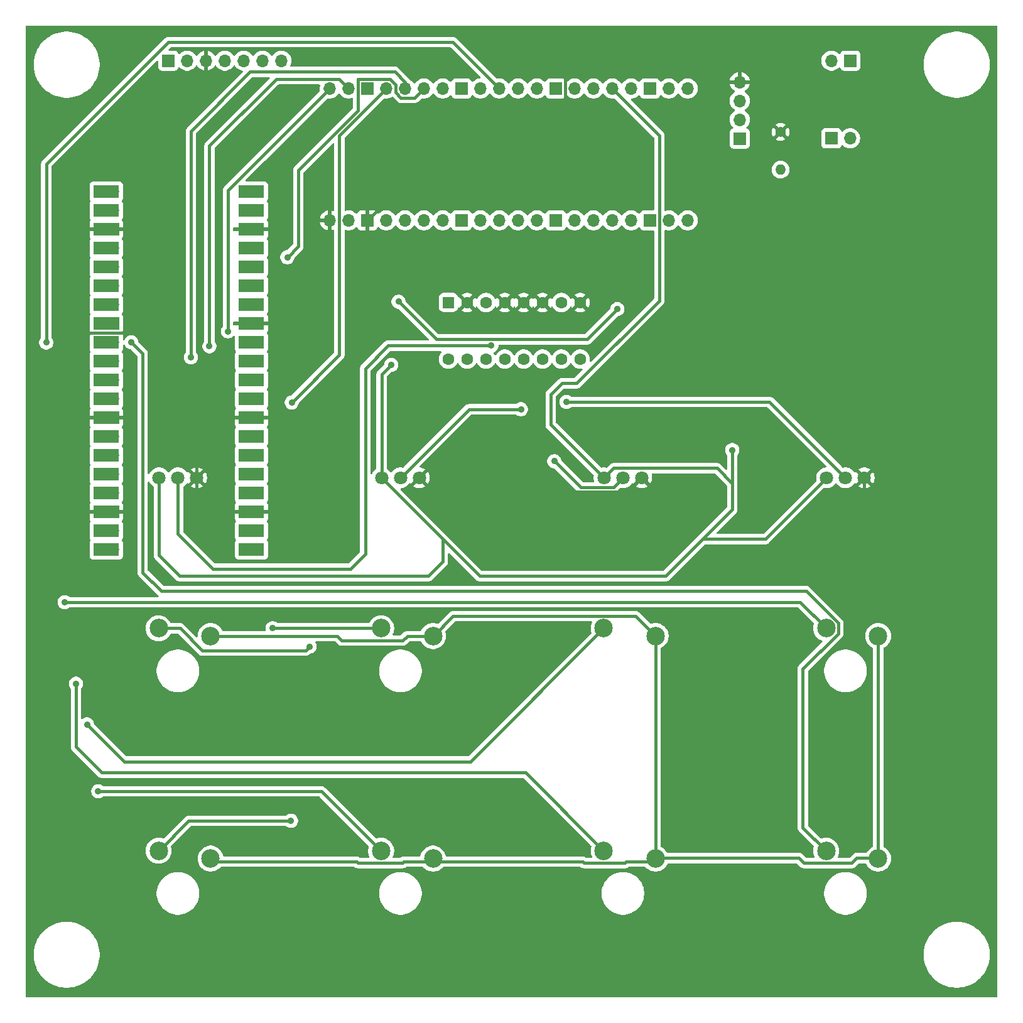
<source format=gbr>
%TF.GenerationSoftware,KiCad,Pcbnew,9.0.1*%
%TF.CreationDate,2025-04-30T14:28:43+02:00*%
%TF.ProjectId,Controller,436f6e74-726f-46c6-9c65-722e6b696361,rev?*%
%TF.SameCoordinates,Original*%
%TF.FileFunction,Copper,L2,Bot*%
%TF.FilePolarity,Positive*%
%FSLAX46Y46*%
G04 Gerber Fmt 4.6, Leading zero omitted, Abs format (unit mm)*
G04 Created by KiCad (PCBNEW 9.0.1) date 2025-04-30 14:28:43*
%MOMM*%
%LPD*%
G01*
G04 APERTURE LIST*
G04 Aperture macros list*
%AMRoundRect*
0 Rectangle with rounded corners*
0 $1 Rounding radius*
0 $2 $3 $4 $5 $6 $7 $8 $9 X,Y pos of 4 corners*
0 Add a 4 corners polygon primitive as box body*
4,1,4,$2,$3,$4,$5,$6,$7,$8,$9,$2,$3,0*
0 Add four circle primitives for the rounded corners*
1,1,$1+$1,$2,$3*
1,1,$1+$1,$4,$5*
1,1,$1+$1,$6,$7*
1,1,$1+$1,$8,$9*
0 Add four rect primitives between the rounded corners*
20,1,$1+$1,$2,$3,$4,$5,0*
20,1,$1+$1,$4,$5,$6,$7,0*
20,1,$1+$1,$6,$7,$8,$9,0*
20,1,$1+$1,$8,$9,$2,$3,0*%
G04 Aperture macros list end*
%TA.AperFunction,ComponentPad*%
%ADD10O,1.700000X1.700000*%
%TD*%
%TA.AperFunction,ComponentPad*%
%ADD11R,1.700000X1.700000*%
%TD*%
%TA.AperFunction,ComponentPad*%
%ADD12C,2.500000*%
%TD*%
%TA.AperFunction,ComponentPad*%
%ADD13C,1.800000*%
%TD*%
%TA.AperFunction,ComponentPad*%
%ADD14RoundRect,0.250000X-0.550000X0.550000X-0.550000X-0.550000X0.550000X-0.550000X0.550000X0.550000X0*%
%TD*%
%TA.AperFunction,ComponentPad*%
%ADD15C,1.600000*%
%TD*%
%TA.AperFunction,ComponentPad*%
%ADD16C,1.400000*%
%TD*%
%TA.AperFunction,ComponentPad*%
%ADD17O,1.400000X1.400000*%
%TD*%
%TA.AperFunction,SMDPad,CuDef*%
%ADD18R,3.500000X1.700000*%
%TD*%
%TA.AperFunction,ViaPad*%
%ADD19C,0.900000*%
%TD*%
%TA.AperFunction,Conductor*%
%ADD20C,0.400000*%
%TD*%
G04 APERTURE END LIST*
D10*
%TO.P,DISPLAY1,1*%
%TO.N,N/C*%
X108480000Y-46030000D03*
%TO.P,DISPLAY1,2*%
X105940000Y-46030000D03*
D11*
%TO.P,DISPLAY1,3*%
X103400000Y-46030000D03*
D10*
%TO.P,DISPLAY1,4*%
X100860000Y-46030000D03*
%TO.P,DISPLAY1,5*%
X98320000Y-46030000D03*
%TO.P,DISPLAY1,6*%
X95780000Y-46030000D03*
%TO.P,DISPLAY1,7*%
X93240000Y-46030000D03*
D11*
%TO.P,DISPLAY1,8*%
X90700000Y-46030000D03*
D10*
%TO.P,DISPLAY1,9,LED_R*%
%TO.N,unconnected-(DISPLAY1-LED_R-Pad9)*%
X88160000Y-46030000D03*
%TO.P,DISPLAY1,10,LED_G*%
%TO.N,unconnected-(DISPLAY1-LED_G-Pad10)_1*%
X85620000Y-46030000D03*
%TO.P,DISPLAY1,11,LED_B*%
%TO.N,unconnected-(DISPLAY1-LED_B-Pad11)_1*%
X83080000Y-46030000D03*
%TO.P,DISPLAY1,12*%
%TO.N,N/C*%
X80540000Y-46030000D03*
D11*
%TO.P,DISPLAY1,13*%
X78000000Y-46030000D03*
D10*
%TO.P,DISPLAY1,14*%
X75460000Y-46030000D03*
%TO.P,DISPLAY1,15*%
X72920000Y-46030000D03*
%TO.P,DISPLAY1,16,SWA*%
%TO.N,unconnected-(DISPLAY1-SWA-Pad16)_1*%
X70380000Y-46030000D03*
%TO.P,DISPLAY1,17,SWB*%
%TO.N,unconnected-(DISPLAY1-SWB-Pad17)_1*%
X67840000Y-46030000D03*
D11*
%TO.P,DISPLAY1,18,GND*%
%TO.N,GND*%
X65300000Y-46030000D03*
D10*
%TO.P,DISPLAY1,19,SWX*%
%TO.N,unconnected-(DISPLAY1-SWX-Pad19)*%
X62760000Y-46030000D03*
%TO.P,DISPLAY1,20,SWY*%
%TO.N,GND*%
X60220000Y-46030000D03*
%TO.P,DISPLAY1,21,LCD_DC*%
%TO.N,Net-(DISPLAY1-LCD_DC)*%
X60220000Y-28250000D03*
%TO.P,DISPLAY1,22,LCD_CS*%
%TO.N,Net-(DISPLAY1-LCD_CS)*%
X62760000Y-28250000D03*
D11*
%TO.P,DISPLAY1,23*%
%TO.N,N/C*%
X65300000Y-28250000D03*
D10*
%TO.P,DISPLAY1,24,LCD_SCLK*%
%TO.N,Net-(DISPLAY1-LCD_SCLK)*%
X67840000Y-28250000D03*
%TO.P,DISPLAY1,25,LCD_MOSI*%
%TO.N,Net-(DISPLAY1-LCD_MOSI)*%
X70380000Y-28250000D03*
%TO.P,DISPLAY1,26,BACKLIGHT_EN*%
%TO.N,Net-(DISPLAY1-BACKLIGHT_EN)*%
X72920000Y-28250000D03*
%TO.P,DISPLAY1,27,LCD_TE*%
%TO.N,unconnected-(DISPLAY1-LCD_TE-Pad27)*%
X75460000Y-28250000D03*
D11*
%TO.P,DISPLAY1,28*%
%TO.N,N/C*%
X78000000Y-28250000D03*
D10*
%TO.P,DISPLAY1,29*%
X80540000Y-28250000D03*
%TO.P,DISPLAY1,30,RESET*%
%TO.N,Net-(DISPLAY1-RESET)*%
X83080000Y-28250000D03*
%TO.P,DISPLAY1,31*%
%TO.N,N/C*%
X85620000Y-28250000D03*
%TO.P,DISPLAY1,32*%
X88160000Y-28250000D03*
D11*
%TO.P,DISPLAY1,33*%
X90700000Y-28250000D03*
D10*
%TO.P,DISPLAY1,34*%
X93240000Y-28250000D03*
%TO.P,DISPLAY1,35*%
X95780000Y-28250000D03*
%TO.P,DISPLAY1,36,3V3*%
%TO.N,3V3*%
X98320000Y-28250000D03*
%TO.P,DISPLAY1,37*%
%TO.N,N/C*%
X100860000Y-28250000D03*
D11*
%TO.P,DISPLAY1,38*%
X103400000Y-28250000D03*
D10*
%TO.P,DISPLAY1,39*%
X105940000Y-28250000D03*
%TO.P,DISPLAY1,40*%
X108480000Y-28250000D03*
%TD*%
D12*
%TO.P,SW4,1,1*%
%TO.N,Net-(PICO-1-I2C1_SCL{slash}SPI1_TX{slash}GP15)*%
X67150000Y-101026600D03*
%TO.P,SW4,2,2*%
%TO.N,Net-(SW2-Pad2)*%
X74150000Y-102076600D03*
%TD*%
%TO.P,SW5,1,1*%
%TO.N,Net-(PICO-1-UART0_TX{slash}I2C0_SDA{slash}SPI0_RX{slash}GP16)*%
X67150000Y-131026600D03*
%TO.P,SW5,2,2*%
%TO.N,Net-(SW2-Pad2)*%
X74150000Y-132076600D03*
%TD*%
D13*
%TO.P,RV4,1,1*%
%TO.N,GND*%
X42290000Y-80740000D03*
%TO.P,RV4,2,2*%
%TO.N,Net-(Multiplexer1-A0)*%
X39750000Y-80740000D03*
%TO.P,RV4,3,3*%
%TO.N,3V3*%
X37210000Y-80740000D03*
%TD*%
D12*
%TO.P,SW6,1,1*%
%TO.N,Net-(PICO-1-UART0_RX{slash}I2C0_SCL{slash}SPI0_CSN{slash}GP17)*%
X97150000Y-101026600D03*
%TO.P,SW6,2,2*%
%TO.N,Net-(SW2-Pad2)*%
X104150000Y-102076600D03*
%TD*%
%TO.P,SW3,1,1*%
%TO.N,Net-(PICO-1-I2C1_SDA{slash}SPI1_SCK{slash}GP14)*%
X37150000Y-131026600D03*
%TO.P,SW3,2,2*%
%TO.N,Net-(SW2-Pad2)*%
X44150000Y-132076600D03*
%TD*%
D13*
%TO.P,RV1,1,1*%
%TO.N,GND*%
X132290000Y-80740000D03*
%TO.P,RV1,2,2*%
%TO.N,Net-(Multiplexer1-A3)*%
X129750000Y-80740000D03*
%TO.P,RV1,3,3*%
%TO.N,3V3*%
X127210000Y-80740000D03*
%TD*%
D12*
%TO.P,SW2,1,1*%
%TO.N,Net-(PICO-1-UART0_RX{slash}I2C0_SCL{slash}SPI1_CSN{slash}GP13)*%
X37150000Y-101026600D03*
%TO.P,SW2,2,2*%
%TO.N,Net-(SW2-Pad2)*%
X44150000Y-102076600D03*
%TD*%
%TO.P,SW7,1,1*%
%TO.N,Net-(PICO-1-I2C1_SDA{slash}SPI0_SCK{slash}GP18)*%
X97150000Y-131026600D03*
%TO.P,SW7,2,2*%
%TO.N,Net-(SW2-Pad2)*%
X104150000Y-132076600D03*
%TD*%
%TO.P,SW8,1,1*%
%TO.N,Net-(PICO-1-I2C1_SCL{slash}SPI0_TX{slash}GP19)*%
X127150000Y-101026600D03*
%TO.P,SW8,2,2*%
%TO.N,Net-(SW2-Pad2)*%
X134150000Y-102076600D03*
%TD*%
%TO.P,SW9,1,1*%
%TO.N,Net-(PICO-1-I2C1_SCL{slash}ADC1{slash}GP27)*%
X127150000Y-131026600D03*
%TO.P,SW9,2,2*%
%TO.N,Net-(SW2-Pad2)*%
X134150000Y-132076600D03*
%TD*%
D13*
%TO.P,RV2,1,1*%
%TO.N,GND*%
X102290000Y-80740000D03*
%TO.P,RV2,2,2*%
%TO.N,Net-(Multiplexer1-A2)*%
X99750000Y-80740000D03*
%TO.P,RV2,3,3*%
%TO.N,3V3*%
X97210000Y-80740000D03*
%TD*%
%TO.P,RV3,1,1*%
%TO.N,GND*%
X72290000Y-80740000D03*
%TO.P,RV3,2,2*%
%TO.N,Net-(Multiplexer1-A1)*%
X69750000Y-80740000D03*
%TO.P,RV3,3,3*%
%TO.N,3V3*%
X67210000Y-80740000D03*
%TD*%
D14*
%TO.P,Multiplexer1,1,A4*%
%TO.N,Net-(Multiplexer1-A4)*%
X76210000Y-57110000D03*
D15*
%TO.P,Multiplexer1,2,A6*%
%TO.N,GND*%
X78750000Y-57110000D03*
%TO.P,Multiplexer1,3,A*%
%TO.N,POTS*%
X81290000Y-57110000D03*
%TO.P,Multiplexer1,4,A7*%
%TO.N,GND*%
X83830000Y-57110000D03*
%TO.P,Multiplexer1,5,A5*%
X86370000Y-57110000D03*
%TO.P,Multiplexer1,6,~{E}*%
X88910000Y-57110000D03*
%TO.P,Multiplexer1,7,VEE*%
%TO.N,unconnected-(Multiplexer1-VEE-Pad7)*%
X91450000Y-57110000D03*
%TO.P,Multiplexer1,8,GND*%
%TO.N,GND*%
X93990000Y-57110000D03*
%TO.P,Multiplexer1,9,S2*%
%TO.N,Net-(Multiplexer1-S2)*%
X93990000Y-64730000D03*
%TO.P,Multiplexer1,10,S1*%
%TO.N,Net-(Multiplexer1-S1)*%
X91450000Y-64730000D03*
%TO.P,Multiplexer1,11,S0*%
%TO.N,Net-(Multiplexer1-S0)*%
X88910000Y-64730000D03*
%TO.P,Multiplexer1,12,A3*%
%TO.N,Net-(Multiplexer1-A3)*%
X86370000Y-64730000D03*
%TO.P,Multiplexer1,13,A0*%
%TO.N,Net-(Multiplexer1-A0)*%
X83830000Y-64730000D03*
%TO.P,Multiplexer1,14,A1*%
%TO.N,Net-(Multiplexer1-A1)*%
X81290000Y-64730000D03*
%TO.P,Multiplexer1,15,A2*%
%TO.N,Net-(Multiplexer1-A2)*%
X78750000Y-64730000D03*
%TO.P,Multiplexer1,16,VCC*%
%TO.N,3V3*%
X76210000Y-64730000D03*
%TD*%
D11*
%TO.P,ON/OFF-Switch1,1,A*%
%TO.N,Net-(J1-VBUS)*%
X130400000Y-24500000D03*
D10*
%TO.P,ON/OFF-Switch1,2,B*%
%TO.N,+5V*%
X127860000Y-24500000D03*
%TD*%
D11*
%TO.P,R2,1*%
%TO.N,Net-(Multiplexer1-A4)*%
X127850000Y-34970000D03*
D10*
%TO.P,R2,2*%
%TO.N,3V3*%
X130390000Y-34970000D03*
%TD*%
D11*
%TO.P,J1,1,VBUS*%
%TO.N,Net-(J1-VBUS)*%
X115500000Y-35000000D03*
D10*
%TO.P,J1,2,D-*%
%TO.N,GP20*%
X115500000Y-32460000D03*
%TO.P,J1,3,D+*%
%TO.N,GP21*%
X115500000Y-29920000D03*
%TO.P,J1,4,GND*%
%TO.N,GND*%
X115500000Y-27380000D03*
%TD*%
D16*
%TO.P,LDR_R1,1*%
%TO.N,GND*%
X121000000Y-34120000D03*
D17*
%TO.P,LDR_R1,2*%
%TO.N,Net-(Multiplexer1-A4)*%
X121000000Y-39200000D03*
%TD*%
D10*
%TO.P,PICO-1,1,UART0_TX/I2C0_SDA/SPI0_RX/GP0*%
%TO.N,Net-(NFC-1-MISO{slash}SCL{slash}TX)*%
X48770000Y-42138900D03*
D18*
X49670000Y-42138900D03*
D10*
%TO.P,PICO-1,2,UART0_RX/I2C0_SCL/SPI0_CSN/GP1*%
%TO.N,Net-(NFC-1-SS{slash}SDA{slash}RX)*%
X48770000Y-44678900D03*
D18*
X49670000Y-44678900D03*
D11*
%TO.P,PICO-1,3,GND*%
%TO.N,GND*%
X48770000Y-47218900D03*
D18*
X49670000Y-47218900D03*
D10*
%TO.P,PICO-1,4,I2C1_SDA/SPI0_SCK/GP2*%
%TO.N,Net-(NFC-1-SCK)*%
X48770000Y-49758900D03*
D18*
X49670000Y-49758900D03*
D10*
%TO.P,PICO-1,5,I2C1_SCL/SPI0_TX/GP3*%
%TO.N,Net-(NFC-1-MOSI)*%
X48770000Y-52298900D03*
D18*
X49670000Y-52298900D03*
D10*
%TO.P,PICO-1,6,UART1_TX/I2C0_SDA/SPI0_RX/GP4*%
%TO.N,Net-(DISPLAY1-BACKLIGHT_EN)*%
X48770000Y-54838900D03*
D18*
X49670000Y-54838900D03*
D10*
%TO.P,PICO-1,7,UART1_RX/I2C0_SCL/SPI0_CSN/GP5*%
%TO.N,Net-(Multiplexer1-S2)*%
X48770000Y-57378900D03*
D18*
X49670000Y-57378900D03*
D11*
%TO.P,PICO-1,8,GND*%
%TO.N,GND*%
X48770000Y-59918900D03*
D18*
X49670000Y-59918900D03*
D10*
%TO.P,PICO-1,9,I2C1_SDA/SPI0_SCK/GP6*%
%TO.N,Net-(Multiplexer1-S1)*%
X48770000Y-62458900D03*
D18*
X49670000Y-62458900D03*
D10*
%TO.P,PICO-1,10,I2C1_SCL/SPI0_TX/GP7*%
%TO.N,Net-(Multiplexer1-S0)*%
X48770000Y-64998900D03*
D18*
X49670000Y-64998900D03*
D10*
%TO.P,PICO-1,11,UART1_TX/I2C0_SDA/SPI1_RX/GP8*%
%TO.N,Net-(DISPLAY1-LCD_DC)*%
X48770000Y-67538900D03*
D18*
X49670000Y-67538900D03*
D10*
%TO.P,PICO-1,12,UART1_RX/I2C0_SCL/SPI1_CSN/GP9*%
%TO.N,Net-(DISPLAY1-LCD_CS)*%
X48770000Y-70078900D03*
D18*
X49670000Y-70078900D03*
D11*
%TO.P,PICO-1,13,GND*%
%TO.N,GND*%
X48770000Y-72618900D03*
D18*
X49670000Y-72618900D03*
D10*
%TO.P,PICO-1,14,I2C1_SDA/SPI1_SCK/GP10*%
%TO.N,Net-(DISPLAY1-LCD_SCLK)*%
X48770000Y-75158900D03*
D18*
X49670000Y-75158900D03*
D10*
%TO.P,PICO-1,15,I2C1_SCL/SPI1_TX/GP11*%
%TO.N,Net-(DISPLAY1-LCD_MOSI)*%
X48770000Y-77698900D03*
D18*
X49670000Y-77698900D03*
D10*
%TO.P,PICO-1,16,UART0_TX/I2C0_SDA/SPI1_RX/GP12*%
%TO.N,LED*%
X48770000Y-80238900D03*
D18*
X49670000Y-80238900D03*
D10*
%TO.P,PICO-1,17,UART0_RX/I2C0_SCL/SPI1_CSN/GP13*%
%TO.N,Net-(PICO-1-UART0_RX{slash}I2C0_SCL{slash}SPI1_CSN{slash}GP13)*%
X48770000Y-82778900D03*
D18*
X49670000Y-82778900D03*
D11*
%TO.P,PICO-1,18,GND*%
%TO.N,GND*%
X48770000Y-85318900D03*
D18*
X49670000Y-85318900D03*
D10*
%TO.P,PICO-1,19,I2C1_SDA/SPI1_SCK/GP14*%
%TO.N,Net-(PICO-1-I2C1_SDA{slash}SPI1_SCK{slash}GP14)*%
X48770000Y-87858900D03*
D18*
X49670000Y-87858900D03*
D10*
%TO.P,PICO-1,20,I2C1_SCL/SPI1_TX/GP15*%
%TO.N,Net-(PICO-1-I2C1_SCL{slash}SPI1_TX{slash}GP15)*%
X48770000Y-90398900D03*
D18*
X49670000Y-90398900D03*
D10*
%TO.P,PICO-1,21,UART0_TX/I2C0_SDA/SPI0_RX/GP16*%
%TO.N,Net-(PICO-1-UART0_TX{slash}I2C0_SDA{slash}SPI0_RX{slash}GP16)*%
X30990000Y-90398900D03*
D18*
X30090000Y-90398900D03*
D10*
%TO.P,PICO-1,22,UART0_RX/I2C0_SCL/SPI0_CSN/GP17*%
%TO.N,Net-(PICO-1-UART0_RX{slash}I2C0_SCL{slash}SPI0_CSN{slash}GP17)*%
X30990000Y-87858900D03*
D18*
X30090000Y-87858900D03*
D11*
%TO.P,PICO-1,23,GND*%
%TO.N,GND*%
X30990000Y-85318900D03*
D18*
X30090000Y-85318900D03*
D10*
%TO.P,PICO-1,24,I2C1_SDA/SPI0_SCK/GP18*%
%TO.N,Net-(PICO-1-I2C1_SDA{slash}SPI0_SCK{slash}GP18)*%
X30990000Y-82778900D03*
D18*
X30090000Y-82778900D03*
D10*
%TO.P,PICO-1,25,I2C1_SCL/SPI0_TX/GP19*%
%TO.N,Net-(PICO-1-I2C1_SCL{slash}SPI0_TX{slash}GP19)*%
X30990000Y-80238900D03*
D18*
X30090000Y-80238900D03*
D10*
%TO.P,PICO-1,26,I2C0_SDA/GP20*%
%TO.N,GP20*%
X30990000Y-77698900D03*
D18*
X30090000Y-77698900D03*
D10*
%TO.P,PICO-1,27,12C0_SCL/GP21*%
%TO.N,GP21*%
X30990000Y-75158900D03*
D18*
X30090000Y-75158900D03*
D11*
%TO.P,PICO-1,28,GND*%
%TO.N,GND*%
X30990000Y-72618900D03*
D18*
X30090000Y-72618900D03*
D10*
%TO.P,PICO-1,29,GP22*%
%TO.N,GP22*%
X30990000Y-70078900D03*
D18*
X30090000Y-70078900D03*
D10*
%TO.P,PICO-1,30,~{RUN}*%
%TO.N,Net-(DISPLAY1-RESET)*%
X30990000Y-67538900D03*
D18*
X30090000Y-67538900D03*
D10*
%TO.P,PICO-1,31,I2C1_SDA/ADC0/GP26*%
%TO.N,POTS*%
X30990000Y-64998900D03*
D18*
X30090000Y-64998900D03*
D10*
%TO.P,PICO-1,32,I2C1_SCL/ADC1/GP27*%
%TO.N,Net-(PICO-1-I2C1_SCL{slash}ADC1{slash}GP27)*%
X30990000Y-62458900D03*
D18*
X30090000Y-62458900D03*
D11*
%TO.P,PICO-1,33,AGND*%
%TO.N,unconnected-(PICO-1-AGND-Pad33)*%
X30990000Y-59918900D03*
D18*
X30090000Y-59918900D03*
D10*
%TO.P,PICO-1,34,ADC2_GP28*%
%TO.N,unconnected-(PICO-1-ADC2_GP28-Pad34)*%
X30990000Y-57378900D03*
D18*
X30090000Y-57378900D03*
D10*
%TO.P,PICO-1,35,ADC_VREF*%
%TO.N,unconnected-(PICO-1-ADC_VREF-Pad35)*%
X30990000Y-54838900D03*
D18*
X30090000Y-54838900D03*
D10*
%TO.P,PICO-1,36,3V3_OUT*%
%TO.N,3V3*%
X30990000Y-52298900D03*
D18*
X30090000Y-52298900D03*
D10*
%TO.P,PICO-1,37,3V3_EN*%
%TO.N,unconnected-(PICO-1-3V3_EN-Pad37)_1*%
X30990000Y-49758900D03*
D18*
X30090000Y-49758900D03*
D11*
%TO.P,PICO-1,38,GND*%
%TO.N,GND*%
X30990000Y-47218900D03*
D18*
X30090000Y-47218900D03*
D10*
%TO.P,PICO-1,39,VSYS*%
%TO.N,+5V*%
X30990000Y-44678900D03*
D18*
X30090000Y-44678900D03*
D10*
%TO.P,PICO-1,40,VBUS*%
%TO.N,unconnected-(PICO-1-VBUS-Pad40)_1*%
X30990000Y-42138900D03*
D18*
X30090000Y-42138900D03*
%TD*%
D11*
%TO.P,NFC-1,1,VCC*%
%TO.N,3V3*%
X38460000Y-24500000D03*
D10*
%TO.P,NFC-1,2,RST*%
%TO.N,GP22*%
X41000000Y-24500000D03*
%TO.P,NFC-1,3,GND*%
%TO.N,GND*%
X43540000Y-24500000D03*
%TO.P,NFC-1,4,IRQ*%
%TO.N,unconnected-(NFC-1-IRQ-Pad4)*%
X46080000Y-24500000D03*
%TO.P,NFC-1,5,MISO/SCL/TX*%
%TO.N,Net-(NFC-1-MISO{slash}SCL{slash}TX)*%
X48620000Y-24500000D03*
%TO.P,NFC-1,6,MOSI*%
%TO.N,Net-(NFC-1-MOSI)*%
X51160000Y-24500000D03*
%TO.P,NFC-1,7,SCK*%
%TO.N,Net-(NFC-1-SCK)*%
X53700000Y-24500000D03*
%TD*%
D19*
%TO.N,GND*%
X42290000Y-83000000D03*
X85000000Y-81250000D03*
X130000000Y-85000000D03*
%TO.N,Net-(Multiplexer1-A1)*%
X86000000Y-71500000D03*
%TO.N,3V3*%
X68500000Y-65500000D03*
X114500000Y-77000000D03*
%TO.N,Net-(Multiplexer1-S2)*%
X99000000Y-58000000D03*
X69500000Y-57000000D03*
%TO.N,Net-(Multiplexer1-A2)*%
X90500000Y-78500000D03*
%TO.N,Net-(Multiplexer1-A0)*%
X82000000Y-62928000D03*
%TO.N,Net-(Multiplexer1-A3)*%
X92140000Y-70500000D03*
%TO.N,Net-(PICO-1-I2C1_SDA{slash}SPI0_SCK{slash}GP18)*%
X26000000Y-108500000D03*
%TO.N,Net-(DISPLAY1-RESET)*%
X22000000Y-62500000D03*
%TO.N,Net-(PICO-1-I2C1_SDA{slash}SPI1_SCK{slash}GP14)*%
X55000000Y-127000000D03*
%TO.N,Net-(PICO-1-UART0_TX{slash}I2C0_SDA{slash}SPI0_RX{slash}GP16)*%
X29000000Y-123000000D03*
%TO.N,Net-(PICO-1-UART0_RX{slash}I2C0_SCL{slash}SPI1_CSN{slash}GP13)*%
X57500000Y-103500000D03*
%TO.N,Net-(DISPLAY1-BACKLIGHT_EN)*%
X54500000Y-51000000D03*
%TO.N,Net-(PICO-1-UART0_RX{slash}I2C0_SCL{slash}SPI0_CSN{slash}GP17)*%
X27500000Y-114000000D03*
%TO.N,Net-(DISPLAY1-LCD_SCLK)*%
X55095450Y-70595450D03*
%TO.N,Net-(PICO-1-I2C1_SCL{slash}SPI1_TX{slash}GP15)*%
X52526600Y-101026600D03*
%TO.N,Net-(DISPLAY1-LCD_MOSI)*%
X41500000Y-64500000D03*
%TO.N,Net-(PICO-1-I2C1_SCL{slash}SPI0_TX{slash}GP19)*%
X24500000Y-97500000D03*
%TO.N,Net-(DISPLAY1-LCD_DC)*%
X46500000Y-61000000D03*
%TO.N,Net-(DISPLAY1-LCD_CS)*%
X44000000Y-63000000D03*
%TO.N,Net-(PICO-1-I2C1_SCL{slash}ADC1{slash}GP27)*%
X33458900Y-62458900D03*
%TD*%
D20*
%TO.N,GND*%
X89500000Y-21000000D02*
X91951000Y-23451000D01*
X42290000Y-80740000D02*
X42290000Y-83000000D01*
X20000000Y-64000000D02*
X20000000Y-38500000D01*
X91951000Y-29501000D02*
X79952000Y-41500000D01*
X42290000Y-80740000D02*
X42290000Y-68716900D01*
X42290000Y-68716900D02*
X34743000Y-61169900D01*
X88142000Y-82642000D02*
X90000000Y-82642000D01*
X90000000Y-82642000D02*
X100388000Y-82642000D01*
X91951000Y-23451000D02*
X91951000Y-29501000D01*
X21500000Y-65500000D02*
X20000000Y-64000000D01*
X50532000Y-72618900D02*
X48770000Y-72618900D01*
X20000000Y-38500000D02*
X37500000Y-21000000D01*
X23500000Y-65500000D02*
X21500000Y-65500000D01*
X72290000Y-80740000D02*
X74192000Y-82642000D01*
X100388000Y-82642000D02*
X102290000Y-80740000D01*
X74192000Y-82642000D02*
X90000000Y-82642000D01*
X37500000Y-21000000D02*
X89500000Y-21000000D01*
X85000000Y-81250000D02*
X86750000Y-81250000D01*
X27830100Y-61169900D02*
X23500000Y-65500000D01*
X34743000Y-61169900D02*
X27830100Y-61169900D01*
X86750000Y-81250000D02*
X88142000Y-82642000D01*
X132290000Y-80740000D02*
X132290000Y-82710000D01*
X132290000Y-82710000D02*
X130000000Y-85000000D01*
X69830000Y-41500000D02*
X65300000Y-46030000D01*
X79952000Y-41500000D02*
X69830000Y-41500000D01*
%TO.N,Net-(Multiplexer1-A1)*%
X78990000Y-71500000D02*
X86000000Y-71500000D01*
X69750000Y-80740000D02*
X78990000Y-71500000D01*
%TO.N,3V3*%
X75470000Y-89000000D02*
X67210000Y-80740000D01*
X93500000Y-68000000D02*
X104651000Y-56849000D01*
X67210000Y-80740000D02*
X67210000Y-66790000D01*
X97210000Y-80740000D02*
X98511000Y-79439000D01*
X97210000Y-80740000D02*
X90000000Y-73530000D01*
X90000000Y-73530000D02*
X90000000Y-69500000D01*
X67210000Y-66790000D02*
X68500000Y-65500000D01*
X98511000Y-79439000D02*
X112439000Y-79439000D01*
X105500000Y-94000000D02*
X80470000Y-94000000D01*
X127210000Y-80740000D02*
X118950000Y-89000000D01*
X80470000Y-94000000D02*
X75470000Y-89000000D01*
X90000000Y-69500000D02*
X91500000Y-68000000D01*
X37210000Y-91210000D02*
X37210000Y-80740000D01*
X114500000Y-85000000D02*
X110500000Y-89000000D01*
X104651000Y-34581000D02*
X98320000Y-28250000D01*
X75470000Y-89000000D02*
X75470000Y-92030000D01*
X75470000Y-92030000D02*
X73500000Y-94000000D01*
X114500000Y-81500000D02*
X114500000Y-85000000D01*
X91500000Y-68000000D02*
X93500000Y-68000000D01*
X40000000Y-94000000D02*
X37210000Y-91210000D01*
X110500000Y-89000000D02*
X105500000Y-94000000D01*
X118950000Y-89000000D02*
X110500000Y-89000000D01*
X112439000Y-79439000D02*
X114500000Y-81500000D01*
X73500000Y-94000000D02*
X40000000Y-94000000D01*
X114500000Y-77000000D02*
X114500000Y-81500000D01*
X104651000Y-56849000D02*
X104651000Y-34581000D01*
%TO.N,Net-(Multiplexer1-S2)*%
X69500000Y-57000000D02*
X74577000Y-62077000D01*
X94923000Y-62077000D02*
X99000000Y-58000000D01*
X74577000Y-62077000D02*
X94923000Y-62077000D01*
%TO.N,Net-(Multiplexer1-A2)*%
X96061000Y-82041000D02*
X94041000Y-82041000D01*
X94041000Y-82041000D02*
X90500000Y-78500000D01*
X98449000Y-82041000D02*
X96061000Y-82041000D01*
X99750000Y-80740000D02*
X98449000Y-82041000D01*
%TO.N,Net-(Multiplexer1-A0)*%
X65000000Y-66000000D02*
X68072000Y-62928000D01*
X63000000Y-93000000D02*
X65000000Y-91000000D01*
X65000000Y-91000000D02*
X65000000Y-66000000D01*
X68072000Y-62928000D02*
X82000000Y-62928000D01*
X82028000Y-62928000D02*
X82000000Y-62928000D01*
X39750000Y-88250000D02*
X44500000Y-93000000D01*
X39750000Y-80740000D02*
X39750000Y-88250000D01*
X44500000Y-93000000D02*
X63000000Y-93000000D01*
%TO.N,Net-(Multiplexer1-A3)*%
X129750000Y-80740000D02*
X119510000Y-70500000D01*
X119510000Y-70500000D02*
X92140000Y-70500000D01*
%TO.N,Net-(PICO-1-I2C1_SDA{slash}SPI0_SCK{slash}GP18)*%
X29500000Y-120500000D02*
X26000000Y-117000000D01*
X26000000Y-117000000D02*
X26000000Y-116000000D01*
X29500000Y-120500000D02*
X86623400Y-120500000D01*
X26000000Y-108500000D02*
X26000000Y-116000000D01*
X86623400Y-120500000D02*
X97150000Y-131026600D01*
%TO.N,Net-(DISPLAY1-RESET)*%
X38458000Y-22000000D02*
X22000000Y-38458000D01*
X76830000Y-22000000D02*
X38458000Y-22000000D01*
X22000000Y-40500000D02*
X22000000Y-62500000D01*
X83080000Y-28250000D02*
X76830000Y-22000000D01*
X22000000Y-38458000D02*
X22000000Y-40500000D01*
%TO.N,Net-(PICO-1-I2C1_SDA{slash}SPI1_SCK{slash}GP14)*%
X37150000Y-131026600D02*
X41176600Y-127000000D01*
X41176600Y-127000000D02*
X55000000Y-127000000D01*
%TO.N,Net-(PICO-1-UART0_TX{slash}I2C0_SDA{slash}SPI0_RX{slash}GP16)*%
X29000000Y-123000000D02*
X59123400Y-123000000D01*
X59123400Y-123000000D02*
X67150000Y-131026600D01*
%TO.N,Net-(PICO-1-UART0_RX{slash}I2C0_SCL{slash}SPI1_CSN{slash}GP13)*%
X43000000Y-104000000D02*
X40026600Y-101026600D01*
X57500000Y-103500000D02*
X57000000Y-104000000D01*
X40026600Y-101026600D02*
X37150000Y-101026600D01*
X57000000Y-104000000D02*
X43000000Y-104000000D01*
%TO.N,Net-(DISPLAY1-BACKLIGHT_EN)*%
X64049000Y-26999000D02*
X68358182Y-26999000D01*
X54500000Y-51000000D02*
X56000000Y-49500000D01*
X69091000Y-28768182D02*
X69822818Y-29500000D01*
X69091000Y-27731818D02*
X69091000Y-28768182D01*
X56000000Y-49500000D02*
X56000000Y-39240058D01*
X64049000Y-31191058D02*
X64049000Y-26999000D01*
X69822818Y-29500000D02*
X71670000Y-29500000D01*
X56000000Y-39240058D02*
X64049000Y-31191058D01*
X50532000Y-54838900D02*
X48770000Y-54838900D01*
X71670000Y-29500000D02*
X72920000Y-28250000D01*
X68358182Y-26999000D02*
X69091000Y-27731818D01*
%TO.N,Net-(PICO-1-UART0_RX{slash}I2C0_SCL{slash}SPI0_CSN{slash}GP17)*%
X27500000Y-114000000D02*
X32500000Y-119000000D01*
X32500000Y-119000000D02*
X79176600Y-119000000D01*
X79176600Y-119000000D02*
X97150000Y-101026600D01*
%TO.N,Net-(DISPLAY1-LCD_SCLK)*%
X61509000Y-64181900D02*
X61509000Y-34581000D01*
X55095450Y-70595450D02*
X61509000Y-64181900D01*
X50532000Y-75158900D02*
X48770000Y-75158900D01*
X61509000Y-34581000D02*
X67840000Y-28250000D01*
%TO.N,Net-(PICO-1-I2C1_SCL{slash}SPI1_TX{slash}GP15)*%
X67150000Y-101026600D02*
X52526600Y-101026600D01*
%TO.N,Net-(DISPLAY1-LCD_MOSI)*%
X69000000Y-26000000D02*
X70380000Y-27380000D01*
X49500000Y-26000000D02*
X69000000Y-26000000D01*
X70380000Y-27380000D02*
X70380000Y-28250000D01*
X41500000Y-64500000D02*
X41500000Y-34000000D01*
X41500000Y-34000000D02*
X49500000Y-26000000D01*
%TO.N,Net-(PICO-1-I2C1_SCL{slash}SPI0_TX{slash}GP19)*%
X123623400Y-97500000D02*
X24500000Y-97500000D01*
X127150000Y-101026600D02*
X123623400Y-97500000D01*
%TO.N,Net-(DISPLAY1-LCD_DC)*%
X60220000Y-28250000D02*
X46500000Y-41970000D01*
X46500000Y-41970000D02*
X46500000Y-61000000D01*
%TO.N,Net-(DISPLAY1-LCD_CS)*%
X62760000Y-28250000D02*
X61509000Y-26999000D01*
X44000000Y-36000000D02*
X44000000Y-63000000D01*
X61509000Y-26999000D02*
X53001000Y-26999000D01*
X53001000Y-26999000D02*
X44000000Y-36000000D01*
%TO.N,Net-(SW2-Pad2)*%
X94500000Y-132677600D02*
X100000000Y-132677600D01*
X101449000Y-99375600D02*
X104150000Y-102076600D01*
X100177600Y-132500000D02*
X103726600Y-132500000D01*
X76851000Y-99375600D02*
X101449000Y-99375600D01*
X70000000Y-132677600D02*
X70177600Y-132500000D01*
X104150000Y-132076600D02*
X104226600Y-132000000D01*
X44573400Y-132500000D02*
X63822400Y-132500000D01*
X100000000Y-132677600D02*
X100177600Y-132500000D01*
X124177600Y-132677600D02*
X130578133Y-132677600D01*
X70679133Y-102076600D02*
X74150000Y-102076600D01*
X61821867Y-102677600D02*
X70078133Y-102677600D01*
X74573400Y-132500000D02*
X94322400Y-132500000D01*
X70177600Y-132500000D02*
X73726600Y-132500000D01*
X74150000Y-132076600D02*
X74573400Y-132500000D01*
X64000000Y-132677600D02*
X70000000Y-132677600D01*
X104150000Y-102076600D02*
X104150000Y-132076600D01*
X70078133Y-102677600D02*
X70679133Y-102076600D01*
X131255733Y-132000000D02*
X134073400Y-132000000D01*
X74150000Y-102076600D02*
X76851000Y-99375600D01*
X123500000Y-132000000D02*
X124177600Y-132677600D01*
X73726600Y-132500000D02*
X74150000Y-132076600D01*
X134073400Y-132000000D02*
X134150000Y-132076600D01*
X134150000Y-132076600D02*
X134150000Y-102076600D01*
X104226600Y-132000000D02*
X123500000Y-132000000D01*
X130578133Y-132677600D02*
X131255733Y-132000000D01*
X94322400Y-132500000D02*
X94500000Y-132677600D01*
X63822400Y-132500000D02*
X64000000Y-132677600D01*
X44150000Y-102076600D02*
X61220867Y-102076600D01*
X61220867Y-102076600D02*
X61821867Y-102677600D01*
X44150000Y-132076600D02*
X44573400Y-132500000D01*
X103726600Y-132500000D02*
X104150000Y-132076600D01*
%TO.N,Net-(PICO-1-I2C1_SCL{slash}ADC1{slash}GP27)*%
X128801000Y-101710467D02*
X128801000Y-100342733D01*
X124458267Y-96000000D02*
X37500000Y-96000000D01*
X124000000Y-127876600D02*
X124000000Y-106511467D01*
X37500000Y-96000000D02*
X35000000Y-93500000D01*
X35000000Y-93500000D02*
X35000000Y-64000000D01*
X127150000Y-131026600D02*
X124000000Y-127876600D01*
X35000000Y-64000000D02*
X33458900Y-62458900D01*
X128801000Y-100342733D02*
X124458267Y-96000000D01*
X124000000Y-106511467D02*
X128801000Y-101710467D01*
%TD*%
%TA.AperFunction,Conductor*%
%TO.N,GND*%
G36*
X75239992Y-63648185D02*
G01*
X75285747Y-63700989D01*
X75295691Y-63770147D01*
X75266666Y-63833703D01*
X75260634Y-63840181D01*
X75218032Y-63882782D01*
X75218028Y-63882786D01*
X75097715Y-64048386D01*
X75004781Y-64230776D01*
X74941522Y-64425465D01*
X74909500Y-64627648D01*
X74909500Y-64832351D01*
X74941522Y-65034534D01*
X75004781Y-65229223D01*
X75062407Y-65342318D01*
X75096657Y-65409538D01*
X75097715Y-65411613D01*
X75218028Y-65577213D01*
X75362786Y-65721971D01*
X75517749Y-65834556D01*
X75528390Y-65842287D01*
X75635307Y-65896764D01*
X75710776Y-65935218D01*
X75710778Y-65935218D01*
X75710781Y-65935220D01*
X75756999Y-65950237D01*
X75905465Y-65998477D01*
X76006557Y-66014488D01*
X76107648Y-66030500D01*
X76107649Y-66030500D01*
X76312351Y-66030500D01*
X76312352Y-66030500D01*
X76514534Y-65998477D01*
X76709219Y-65935220D01*
X76891610Y-65842287D01*
X76984590Y-65774732D01*
X77057213Y-65721971D01*
X77057215Y-65721968D01*
X77057219Y-65721966D01*
X77201966Y-65577219D01*
X77201968Y-65577215D01*
X77201971Y-65577213D01*
X77322284Y-65411614D01*
X77322285Y-65411613D01*
X77322287Y-65411610D01*
X77369516Y-65318917D01*
X77417489Y-65268123D01*
X77485310Y-65251328D01*
X77551445Y-65273865D01*
X77590483Y-65318917D01*
X77632982Y-65402325D01*
X77637715Y-65411614D01*
X77758028Y-65577213D01*
X77902786Y-65721971D01*
X78057749Y-65834556D01*
X78068390Y-65842287D01*
X78175307Y-65896764D01*
X78250776Y-65935218D01*
X78250778Y-65935218D01*
X78250781Y-65935220D01*
X78296999Y-65950237D01*
X78445465Y-65998477D01*
X78546557Y-66014488D01*
X78647648Y-66030500D01*
X78647649Y-66030500D01*
X78852351Y-66030500D01*
X78852352Y-66030500D01*
X79054534Y-65998477D01*
X79249219Y-65935220D01*
X79431610Y-65842287D01*
X79524590Y-65774732D01*
X79597213Y-65721971D01*
X79597215Y-65721968D01*
X79597219Y-65721966D01*
X79741966Y-65577219D01*
X79741968Y-65577215D01*
X79741971Y-65577213D01*
X79862284Y-65411614D01*
X79862285Y-65411613D01*
X79862287Y-65411610D01*
X79909516Y-65318917D01*
X79957489Y-65268123D01*
X80025310Y-65251328D01*
X80091445Y-65273865D01*
X80130483Y-65318917D01*
X80172982Y-65402325D01*
X80177715Y-65411614D01*
X80298028Y-65577213D01*
X80442786Y-65721971D01*
X80597749Y-65834556D01*
X80608390Y-65842287D01*
X80715307Y-65896764D01*
X80790776Y-65935218D01*
X80790778Y-65935218D01*
X80790781Y-65935220D01*
X80836999Y-65950237D01*
X80985465Y-65998477D01*
X81086557Y-66014488D01*
X81187648Y-66030500D01*
X81187649Y-66030500D01*
X81392351Y-66030500D01*
X81392352Y-66030500D01*
X81594534Y-65998477D01*
X81789219Y-65935220D01*
X81971610Y-65842287D01*
X82064590Y-65774732D01*
X82137213Y-65721971D01*
X82137215Y-65721968D01*
X82137219Y-65721966D01*
X82281966Y-65577219D01*
X82281968Y-65577215D01*
X82281971Y-65577213D01*
X82402284Y-65411614D01*
X82402285Y-65411613D01*
X82402287Y-65411610D01*
X82449516Y-65318917D01*
X82497489Y-65268123D01*
X82565310Y-65251328D01*
X82631445Y-65273865D01*
X82670483Y-65318917D01*
X82712982Y-65402325D01*
X82717715Y-65411614D01*
X82838028Y-65577213D01*
X82982786Y-65721971D01*
X83137749Y-65834556D01*
X83148390Y-65842287D01*
X83255307Y-65896764D01*
X83330776Y-65935218D01*
X83330778Y-65935218D01*
X83330781Y-65935220D01*
X83376999Y-65950237D01*
X83525465Y-65998477D01*
X83626557Y-66014488D01*
X83727648Y-66030500D01*
X83727649Y-66030500D01*
X83932351Y-66030500D01*
X83932352Y-66030500D01*
X84134534Y-65998477D01*
X84329219Y-65935220D01*
X84511610Y-65842287D01*
X84604590Y-65774732D01*
X84677213Y-65721971D01*
X84677215Y-65721968D01*
X84677219Y-65721966D01*
X84821966Y-65577219D01*
X84821968Y-65577215D01*
X84821971Y-65577213D01*
X84942284Y-65411614D01*
X84942285Y-65411613D01*
X84942287Y-65411610D01*
X84989516Y-65318917D01*
X85037489Y-65268123D01*
X85105310Y-65251328D01*
X85171445Y-65273865D01*
X85210483Y-65318917D01*
X85252982Y-65402325D01*
X85257715Y-65411614D01*
X85378028Y-65577213D01*
X85522786Y-65721971D01*
X85677749Y-65834556D01*
X85688390Y-65842287D01*
X85795307Y-65896764D01*
X85870776Y-65935218D01*
X85870778Y-65935218D01*
X85870781Y-65935220D01*
X85916999Y-65950237D01*
X86065465Y-65998477D01*
X86166557Y-66014488D01*
X86267648Y-66030500D01*
X86267649Y-66030500D01*
X86472351Y-66030500D01*
X86472352Y-66030500D01*
X86674534Y-65998477D01*
X86869219Y-65935220D01*
X87051610Y-65842287D01*
X87144590Y-65774732D01*
X87217213Y-65721971D01*
X87217215Y-65721968D01*
X87217219Y-65721966D01*
X87361966Y-65577219D01*
X87361968Y-65577215D01*
X87361971Y-65577213D01*
X87482284Y-65411614D01*
X87482285Y-65411613D01*
X87482287Y-65411610D01*
X87529516Y-65318917D01*
X87577489Y-65268123D01*
X87645310Y-65251328D01*
X87711445Y-65273865D01*
X87750483Y-65318917D01*
X87792982Y-65402325D01*
X87797715Y-65411614D01*
X87918028Y-65577213D01*
X88062786Y-65721971D01*
X88217749Y-65834556D01*
X88228390Y-65842287D01*
X88335307Y-65896764D01*
X88410776Y-65935218D01*
X88410778Y-65935218D01*
X88410781Y-65935220D01*
X88456999Y-65950237D01*
X88605465Y-65998477D01*
X88706557Y-66014488D01*
X88807648Y-66030500D01*
X88807649Y-66030500D01*
X89012351Y-66030500D01*
X89012352Y-66030500D01*
X89214534Y-65998477D01*
X89409219Y-65935220D01*
X89591610Y-65842287D01*
X89684590Y-65774732D01*
X89757213Y-65721971D01*
X89757215Y-65721968D01*
X89757219Y-65721966D01*
X89901966Y-65577219D01*
X89901968Y-65577215D01*
X89901971Y-65577213D01*
X90022284Y-65411614D01*
X90022285Y-65411613D01*
X90022287Y-65411610D01*
X90069516Y-65318917D01*
X90117489Y-65268123D01*
X90185310Y-65251328D01*
X90251445Y-65273865D01*
X90290483Y-65318917D01*
X90332982Y-65402325D01*
X90337715Y-65411614D01*
X90458028Y-65577213D01*
X90602786Y-65721971D01*
X90757749Y-65834556D01*
X90768390Y-65842287D01*
X90875307Y-65896764D01*
X90950776Y-65935218D01*
X90950778Y-65935218D01*
X90950781Y-65935220D01*
X90996999Y-65950237D01*
X91145465Y-65998477D01*
X91246557Y-66014488D01*
X91347648Y-66030500D01*
X91347649Y-66030500D01*
X91552351Y-66030500D01*
X91552352Y-66030500D01*
X91754534Y-65998477D01*
X91949219Y-65935220D01*
X92131610Y-65842287D01*
X92224590Y-65774732D01*
X92297213Y-65721971D01*
X92297215Y-65721968D01*
X92297219Y-65721966D01*
X92441966Y-65577219D01*
X92441968Y-65577215D01*
X92441971Y-65577213D01*
X92562284Y-65411614D01*
X92562285Y-65411613D01*
X92562287Y-65411610D01*
X92609516Y-65318917D01*
X92657489Y-65268123D01*
X92725310Y-65251328D01*
X92791445Y-65273865D01*
X92830483Y-65318917D01*
X92872982Y-65402325D01*
X92877715Y-65411614D01*
X92998028Y-65577213D01*
X93142786Y-65721971D01*
X93297749Y-65834556D01*
X93308390Y-65842287D01*
X93415307Y-65896764D01*
X93490776Y-65935218D01*
X93490778Y-65935218D01*
X93490781Y-65935220D01*
X93536999Y-65950237D01*
X93685465Y-65998477D01*
X93786557Y-66014488D01*
X93887648Y-66030500D01*
X93887649Y-66030500D01*
X94092351Y-66030500D01*
X94092352Y-66030500D01*
X94174643Y-66017466D01*
X94243936Y-66026420D01*
X94297388Y-66071417D01*
X94318028Y-66138168D01*
X94299303Y-66205482D01*
X94281722Y-66227620D01*
X93246162Y-67263181D01*
X93184839Y-67296666D01*
X93158481Y-67299500D01*
X91431003Y-67299500D01*
X91322590Y-67321065D01*
X91322589Y-67321065D01*
X91309131Y-67323742D01*
X91295673Y-67326419D01*
X91295671Y-67326420D01*
X91242866Y-67348292D01*
X91242864Y-67348293D01*
X91242863Y-67348292D01*
X91168191Y-67379223D01*
X91088289Y-67432613D01*
X91088288Y-67432614D01*
X91053454Y-67455888D01*
X91053453Y-67455889D01*
X89455888Y-69053453D01*
X89455887Y-69053454D01*
X89379223Y-69168192D01*
X89326421Y-69295668D01*
X89326421Y-69295669D01*
X89326420Y-69295672D01*
X89311420Y-69371084D01*
X89299500Y-69431007D01*
X89299500Y-73461006D01*
X89299500Y-73598994D01*
X89299500Y-73598996D01*
X89299499Y-73598996D01*
X89326418Y-73734322D01*
X89326421Y-73734332D01*
X89379222Y-73861807D01*
X89455887Y-73976545D01*
X89455888Y-73976546D01*
X95805791Y-80326448D01*
X95839276Y-80387771D01*
X95840583Y-80433527D01*
X95809500Y-80629778D01*
X95809500Y-80850221D01*
X95843985Y-81067954D01*
X95879800Y-81178183D01*
X95881795Y-81248024D01*
X95845714Y-81307856D01*
X95783013Y-81338684D01*
X95761869Y-81340500D01*
X94382519Y-81340500D01*
X94315480Y-81320815D01*
X94294838Y-81304181D01*
X91486819Y-78496162D01*
X91453334Y-78434839D01*
X91450500Y-78408481D01*
X91450500Y-78406383D01*
X91450499Y-78406379D01*
X91413974Y-78222756D01*
X91413973Y-78222749D01*
X91342322Y-78049769D01*
X91342321Y-78049768D01*
X91342318Y-78049762D01*
X91238302Y-77894092D01*
X91238299Y-77894088D01*
X91105911Y-77761700D01*
X91105907Y-77761697D01*
X90950237Y-77657681D01*
X90950228Y-77657676D01*
X90777251Y-77586027D01*
X90777243Y-77586025D01*
X90593620Y-77549500D01*
X90593616Y-77549500D01*
X90406384Y-77549500D01*
X90406379Y-77549500D01*
X90222756Y-77586025D01*
X90222748Y-77586027D01*
X90049771Y-77657676D01*
X90049762Y-77657681D01*
X89894092Y-77761697D01*
X89894088Y-77761700D01*
X89761700Y-77894088D01*
X89761697Y-77894092D01*
X89657681Y-78049762D01*
X89657676Y-78049771D01*
X89586027Y-78222748D01*
X89586025Y-78222756D01*
X89549500Y-78406379D01*
X89549500Y-78593620D01*
X89586025Y-78777243D01*
X89586027Y-78777251D01*
X89657676Y-78950228D01*
X89657681Y-78950237D01*
X89761697Y-79105907D01*
X89761700Y-79105911D01*
X89894088Y-79238299D01*
X89894092Y-79238302D01*
X90049762Y-79342318D01*
X90049771Y-79342323D01*
X90088956Y-79358554D01*
X90222749Y-79413973D01*
X90366502Y-79442567D01*
X90406379Y-79450499D01*
X90406383Y-79450500D01*
X90406384Y-79450500D01*
X90408481Y-79450500D01*
X90409539Y-79450810D01*
X90412445Y-79451097D01*
X90412390Y-79451648D01*
X90475520Y-79470185D01*
X90496162Y-79486819D01*
X93594453Y-82585111D01*
X93594454Y-82585112D01*
X93709190Y-82661776D01*
X93807790Y-82702617D01*
X93836671Y-82714580D01*
X93836672Y-82714580D01*
X93836677Y-82714582D01*
X93863545Y-82719925D01*
X93863551Y-82719926D01*
X93863591Y-82719934D01*
X93953937Y-82737905D01*
X93972006Y-82741500D01*
X93972007Y-82741500D01*
X98517996Y-82741500D01*
X98626457Y-82719925D01*
X98653328Y-82714580D01*
X98754653Y-82672610D01*
X98780807Y-82661777D01*
X98780808Y-82661776D01*
X98780811Y-82661775D01*
X98895543Y-82585114D01*
X99336450Y-82144205D01*
X99397769Y-82110723D01*
X99443522Y-82109416D01*
X99639778Y-82140500D01*
X99639779Y-82140500D01*
X99860221Y-82140500D01*
X99860222Y-82140500D01*
X100077951Y-82106015D01*
X100287606Y-82037895D01*
X100484022Y-81937815D01*
X100662365Y-81808242D01*
X100818242Y-81652365D01*
X100919991Y-81512317D01*
X100975320Y-81469653D01*
X101044933Y-81463674D01*
X101106729Y-81496279D01*
X101120628Y-81512319D01*
X101138932Y-81537513D01*
X101807037Y-80869408D01*
X101824075Y-80932993D01*
X101889901Y-81047007D01*
X101982993Y-81140099D01*
X102097007Y-81205925D01*
X102160590Y-81222962D01*
X101492485Y-81891065D01*
X101492485Y-81891066D01*
X101556243Y-81937388D01*
X101752589Y-82037432D01*
X101962164Y-82105526D01*
X102179819Y-82140000D01*
X102400181Y-82140000D01*
X102617835Y-82105526D01*
X102827410Y-82037432D01*
X103023760Y-81937386D01*
X103087513Y-81891066D01*
X103087514Y-81891066D01*
X102419409Y-81222962D01*
X102482993Y-81205925D01*
X102597007Y-81140099D01*
X102690099Y-81047007D01*
X102755925Y-80932993D01*
X102772962Y-80869409D01*
X103441066Y-81537514D01*
X103441066Y-81537513D01*
X103487386Y-81473760D01*
X103587432Y-81277410D01*
X103655526Y-81067835D01*
X103690000Y-80850181D01*
X103690000Y-80629818D01*
X103655526Y-80412164D01*
X103619673Y-80301818D01*
X103617678Y-80231977D01*
X103653758Y-80172144D01*
X103716459Y-80141316D01*
X103737604Y-80139500D01*
X112097481Y-80139500D01*
X112164520Y-80159185D01*
X112185162Y-80175819D01*
X113763181Y-81753838D01*
X113796666Y-81815161D01*
X113799500Y-81841519D01*
X113799500Y-84658481D01*
X113779815Y-84725520D01*
X113763181Y-84746162D01*
X105246162Y-93263181D01*
X105184839Y-93296666D01*
X105158481Y-93299500D01*
X80811519Y-93299500D01*
X80744480Y-93279815D01*
X80723838Y-93263181D01*
X69808662Y-82348005D01*
X69775177Y-82286682D01*
X69780161Y-82216990D01*
X69822033Y-82161057D01*
X69876943Y-82137851D01*
X70077951Y-82106015D01*
X70287606Y-82037895D01*
X70484022Y-81937815D01*
X70662365Y-81808242D01*
X70818242Y-81652365D01*
X70919991Y-81512317D01*
X70975320Y-81469653D01*
X71044933Y-81463674D01*
X71106729Y-81496279D01*
X71120628Y-81512319D01*
X71138932Y-81537513D01*
X71807037Y-80869408D01*
X71824075Y-80932993D01*
X71889901Y-81047007D01*
X71982993Y-81140099D01*
X72097007Y-81205925D01*
X72160590Y-81222962D01*
X71492485Y-81891065D01*
X71492485Y-81891066D01*
X71556243Y-81937388D01*
X71752589Y-82037432D01*
X71962164Y-82105526D01*
X72179819Y-82140000D01*
X72400181Y-82140000D01*
X72617835Y-82105526D01*
X72827410Y-82037432D01*
X73023760Y-81937386D01*
X73087513Y-81891066D01*
X73087514Y-81891066D01*
X72419409Y-81222962D01*
X72482993Y-81205925D01*
X72597007Y-81140099D01*
X72690099Y-81047007D01*
X72755925Y-80932993D01*
X72772962Y-80869410D01*
X73441066Y-81537514D01*
X73441066Y-81537513D01*
X73487386Y-81473760D01*
X73587432Y-81277410D01*
X73655526Y-81067835D01*
X73690000Y-80850181D01*
X73690000Y-80629818D01*
X73655526Y-80412164D01*
X73587432Y-80202589D01*
X73487388Y-80006243D01*
X73441066Y-79942485D01*
X73441065Y-79942485D01*
X72772962Y-80610589D01*
X72755925Y-80547007D01*
X72690099Y-80432993D01*
X72597007Y-80339901D01*
X72482993Y-80274075D01*
X72419408Y-80257037D01*
X73087513Y-79588932D01*
X73023756Y-79542611D01*
X72827410Y-79442567D01*
X72617835Y-79374473D01*
X72416506Y-79342585D01*
X72353371Y-79312656D01*
X72316440Y-79253344D01*
X72317438Y-79183481D01*
X72348219Y-79132436D01*
X79243837Y-72236819D01*
X79305160Y-72203334D01*
X79331518Y-72200500D01*
X85304927Y-72200500D01*
X85371966Y-72220185D01*
X85392608Y-72236819D01*
X85394088Y-72238299D01*
X85394092Y-72238302D01*
X85549762Y-72342318D01*
X85549768Y-72342321D01*
X85549769Y-72342322D01*
X85722749Y-72413973D01*
X85906379Y-72450499D01*
X85906383Y-72450500D01*
X85906384Y-72450500D01*
X86093617Y-72450500D01*
X86093618Y-72450499D01*
X86277251Y-72413973D01*
X86450231Y-72342322D01*
X86605908Y-72238302D01*
X86738302Y-72105908D01*
X86842322Y-71950231D01*
X86913973Y-71777251D01*
X86950500Y-71593616D01*
X86950500Y-71406384D01*
X86913973Y-71222749D01*
X86842322Y-71049769D01*
X86842321Y-71049768D01*
X86842318Y-71049762D01*
X86738302Y-70894092D01*
X86738299Y-70894088D01*
X86605911Y-70761700D01*
X86605907Y-70761697D01*
X86450237Y-70657681D01*
X86450228Y-70657676D01*
X86277251Y-70586027D01*
X86277243Y-70586025D01*
X86093620Y-70549500D01*
X86093616Y-70549500D01*
X85906384Y-70549500D01*
X85906379Y-70549500D01*
X85722756Y-70586025D01*
X85722748Y-70586027D01*
X85549771Y-70657676D01*
X85549762Y-70657681D01*
X85394092Y-70761697D01*
X85394088Y-70761700D01*
X85392608Y-70763181D01*
X85391641Y-70763708D01*
X85389382Y-70765563D01*
X85389030Y-70765134D01*
X85331285Y-70796666D01*
X85304927Y-70799500D01*
X78921003Y-70799500D01*
X78812590Y-70821065D01*
X78812589Y-70821065D01*
X78799131Y-70823742D01*
X78785673Y-70826419D01*
X78748330Y-70841887D01*
X78658190Y-70879224D01*
X78658186Y-70879226D01*
X78543462Y-70955882D01*
X78543459Y-70955884D01*
X78543457Y-70955887D01*
X70163550Y-79335791D01*
X70102227Y-79369276D01*
X70056471Y-79370582D01*
X69860222Y-79339500D01*
X69639778Y-79339500D01*
X69593890Y-79346768D01*
X69422047Y-79373985D01*
X69212396Y-79442103D01*
X69212393Y-79442104D01*
X69015974Y-79542187D01*
X68837641Y-79671752D01*
X68837636Y-79671756D01*
X68681756Y-79827636D01*
X68681752Y-79827641D01*
X68580318Y-79967254D01*
X68524988Y-80009920D01*
X68455375Y-80015899D01*
X68393580Y-79983293D01*
X68379682Y-79967254D01*
X68278247Y-79827641D01*
X68278243Y-79827636D01*
X68122363Y-79671756D01*
X68122358Y-79671752D01*
X67961615Y-79554966D01*
X67918949Y-79499636D01*
X67910500Y-79454648D01*
X67910500Y-67131518D01*
X67930185Y-67064479D01*
X67946819Y-67043837D01*
X68503837Y-66486819D01*
X68565160Y-66453334D01*
X68591518Y-66450500D01*
X68593617Y-66450500D01*
X68593618Y-66450499D01*
X68777251Y-66413973D01*
X68950231Y-66342322D01*
X69105908Y-66238302D01*
X69238302Y-66105908D01*
X69342322Y-65950231D01*
X69413973Y-65777251D01*
X69450500Y-65593616D01*
X69450500Y-65406384D01*
X69413973Y-65222749D01*
X69342322Y-65049769D01*
X69342321Y-65049768D01*
X69342318Y-65049762D01*
X69238302Y-64894092D01*
X69238299Y-64894088D01*
X69105911Y-64761700D01*
X69105907Y-64761697D01*
X68950237Y-64657681D01*
X68950228Y-64657676D01*
X68777251Y-64586027D01*
X68777243Y-64586025D01*
X68593620Y-64549500D01*
X68593616Y-64549500D01*
X68406384Y-64549500D01*
X68406379Y-64549500D01*
X68222756Y-64586025D01*
X68222748Y-64586027D01*
X68049771Y-64657676D01*
X68049762Y-64657681D01*
X67894092Y-64761697D01*
X67894088Y-64761700D01*
X67761700Y-64894088D01*
X67761697Y-64894092D01*
X67657681Y-65049762D01*
X67657676Y-65049771D01*
X67586027Y-65222748D01*
X67586025Y-65222756D01*
X67549500Y-65406379D01*
X67549500Y-65408480D01*
X67549189Y-65409538D01*
X67548903Y-65412445D01*
X67548351Y-65412390D01*
X67529815Y-65475519D01*
X67513181Y-65496161D01*
X66665888Y-66343453D01*
X66665887Y-66343454D01*
X66589223Y-66458192D01*
X66536421Y-66585668D01*
X66536421Y-66585669D01*
X66536420Y-66585672D01*
X66521813Y-66659108D01*
X66521813Y-66659109D01*
X66509500Y-66721005D01*
X66509500Y-79454648D01*
X66489815Y-79521687D01*
X66458385Y-79554966D01*
X66297641Y-79671752D01*
X66297636Y-79671756D01*
X66141756Y-79827636D01*
X66141752Y-79827641D01*
X66012185Y-80005976D01*
X65934984Y-80157490D01*
X65887010Y-80208285D01*
X65819189Y-80225080D01*
X65753054Y-80202542D01*
X65709603Y-80147827D01*
X65700500Y-80101194D01*
X65700500Y-66341519D01*
X65720185Y-66274480D01*
X65736819Y-66253838D01*
X68325838Y-63664819D01*
X68387161Y-63631334D01*
X68413519Y-63628500D01*
X75172953Y-63628500D01*
X75239992Y-63648185D01*
G37*
%TD.AperFunction*%
%TA.AperFunction,Conductor*%
G36*
X47405703Y-59655049D02*
G01*
X47412181Y-59661081D01*
X47420000Y-59668900D01*
X48325440Y-59668900D01*
X48294755Y-59722047D01*
X48260000Y-59851757D01*
X48260000Y-59986043D01*
X48294755Y-60115753D01*
X48325440Y-60168900D01*
X47420000Y-60168900D01*
X47412181Y-60176719D01*
X47350858Y-60210204D01*
X47281166Y-60205220D01*
X47225233Y-60163348D01*
X47200816Y-60097884D01*
X47200500Y-60089038D01*
X47200500Y-59748762D01*
X47220185Y-59681723D01*
X47272989Y-59635968D01*
X47342147Y-59626024D01*
X47405703Y-59655049D01*
G37*
%TD.AperFunction*%
%TA.AperFunction,Conductor*%
G36*
X47405703Y-46955049D02*
G01*
X47412181Y-46961081D01*
X47420000Y-46968900D01*
X48325440Y-46968900D01*
X48294755Y-47022047D01*
X48260000Y-47151757D01*
X48260000Y-47286043D01*
X48294755Y-47415753D01*
X48325440Y-47468900D01*
X47420000Y-47468900D01*
X47412181Y-47476719D01*
X47350858Y-47510204D01*
X47281166Y-47505220D01*
X47225233Y-47463348D01*
X47200816Y-47397884D01*
X47200500Y-47389038D01*
X47200500Y-47048762D01*
X47220185Y-46981723D01*
X47272989Y-46935968D01*
X47342147Y-46926024D01*
X47405703Y-46955049D01*
G37*
%TD.AperFunction*%
%TA.AperFunction,Conductor*%
G36*
X97121444Y-28903999D02*
G01*
X97160486Y-28949056D01*
X97164951Y-28957820D01*
X97289890Y-29129786D01*
X97440213Y-29280109D01*
X97612179Y-29405048D01*
X97612181Y-29405049D01*
X97612184Y-29405051D01*
X97801588Y-29501557D01*
X98003757Y-29567246D01*
X98213713Y-29600500D01*
X98213714Y-29600500D01*
X98426286Y-29600500D01*
X98426287Y-29600500D01*
X98582771Y-29575715D01*
X98652064Y-29584670D01*
X98689850Y-29610507D01*
X103914181Y-34834838D01*
X103947666Y-34896161D01*
X103950500Y-34922519D01*
X103950500Y-44555500D01*
X103930815Y-44622539D01*
X103878011Y-44668294D01*
X103826500Y-44679500D01*
X102502129Y-44679500D01*
X102502123Y-44679501D01*
X102442516Y-44685908D01*
X102307671Y-44736202D01*
X102307664Y-44736206D01*
X102192455Y-44822452D01*
X102192452Y-44822455D01*
X102106206Y-44937664D01*
X102106203Y-44937669D01*
X102057189Y-45069083D01*
X102015317Y-45125016D01*
X101949853Y-45149433D01*
X101881580Y-45134581D01*
X101853326Y-45113430D01*
X101739786Y-44999890D01*
X101567820Y-44874951D01*
X101378414Y-44778444D01*
X101378413Y-44778443D01*
X101378412Y-44778443D01*
X101176243Y-44712754D01*
X101176241Y-44712753D01*
X101176240Y-44712753D01*
X101014957Y-44687208D01*
X100966287Y-44679500D01*
X100753713Y-44679500D01*
X100705042Y-44687208D01*
X100543760Y-44712753D01*
X100341585Y-44778444D01*
X100152179Y-44874951D01*
X99980213Y-44999890D01*
X99829890Y-45150213D01*
X99704949Y-45322182D01*
X99700484Y-45330946D01*
X99652509Y-45381742D01*
X99584688Y-45398536D01*
X99518553Y-45375998D01*
X99479516Y-45330946D01*
X99475050Y-45322182D01*
X99350109Y-45150213D01*
X99199786Y-44999890D01*
X99027820Y-44874951D01*
X98838414Y-44778444D01*
X98838413Y-44778443D01*
X98838412Y-44778443D01*
X98636243Y-44712754D01*
X98636241Y-44712753D01*
X98636240Y-44712753D01*
X98474957Y-44687208D01*
X98426287Y-44679500D01*
X98213713Y-44679500D01*
X98165042Y-44687208D01*
X98003760Y-44712753D01*
X97801585Y-44778444D01*
X97612179Y-44874951D01*
X97440213Y-44999890D01*
X97289890Y-45150213D01*
X97164949Y-45322182D01*
X97160484Y-45330946D01*
X97112509Y-45381742D01*
X97044688Y-45398536D01*
X96978553Y-45375998D01*
X96939516Y-45330946D01*
X96935050Y-45322182D01*
X96810109Y-45150213D01*
X96659786Y-44999890D01*
X96487820Y-44874951D01*
X96298414Y-44778444D01*
X96298413Y-44778443D01*
X96298412Y-44778443D01*
X96096243Y-44712754D01*
X96096241Y-44712753D01*
X96096240Y-44712753D01*
X95934957Y-44687208D01*
X95886287Y-44679500D01*
X95673713Y-44679500D01*
X95625042Y-44687208D01*
X95463760Y-44712753D01*
X95261585Y-44778444D01*
X95072179Y-44874951D01*
X94900213Y-44999890D01*
X94749890Y-45150213D01*
X94624949Y-45322182D01*
X94620484Y-45330946D01*
X94572509Y-45381742D01*
X94504688Y-45398536D01*
X94438553Y-45375998D01*
X94399516Y-45330946D01*
X94395050Y-45322182D01*
X94270109Y-45150213D01*
X94119786Y-44999890D01*
X93947820Y-44874951D01*
X93758414Y-44778444D01*
X93758413Y-44778443D01*
X93758412Y-44778443D01*
X93556243Y-44712754D01*
X93556241Y-44712753D01*
X93556240Y-44712753D01*
X93394957Y-44687208D01*
X93346287Y-44679500D01*
X93133713Y-44679500D01*
X93085042Y-44687208D01*
X92923760Y-44712753D01*
X92721585Y-44778444D01*
X92532179Y-44874951D01*
X92360215Y-44999889D01*
X92246673Y-45113431D01*
X92185350Y-45146915D01*
X92115658Y-45141931D01*
X92059725Y-45100059D01*
X92042810Y-45069082D01*
X91993797Y-44937671D01*
X91993793Y-44937664D01*
X91907547Y-44822455D01*
X91907544Y-44822452D01*
X91792335Y-44736206D01*
X91792328Y-44736202D01*
X91657482Y-44685908D01*
X91657483Y-44685908D01*
X91597883Y-44679501D01*
X91597881Y-44679500D01*
X91597873Y-44679500D01*
X91597864Y-44679500D01*
X89802129Y-44679500D01*
X89802123Y-44679501D01*
X89742516Y-44685908D01*
X89607671Y-44736202D01*
X89607664Y-44736206D01*
X89492455Y-44822452D01*
X89492452Y-44822455D01*
X89406206Y-44937664D01*
X89406203Y-44937669D01*
X89357189Y-45069083D01*
X89315317Y-45125016D01*
X89249853Y-45149433D01*
X89181580Y-45134581D01*
X89153326Y-45113430D01*
X89039786Y-44999890D01*
X88867820Y-44874951D01*
X88678414Y-44778444D01*
X88678413Y-44778443D01*
X88678412Y-44778443D01*
X88476243Y-44712754D01*
X88476241Y-44712753D01*
X88476240Y-44712753D01*
X88314957Y-44687208D01*
X88266287Y-44679500D01*
X88053713Y-44679500D01*
X88005042Y-44687208D01*
X87843760Y-44712753D01*
X87641585Y-44778444D01*
X87452179Y-44874951D01*
X87280213Y-44999890D01*
X87129890Y-45150213D01*
X87004949Y-45322182D01*
X87000484Y-45330946D01*
X86952509Y-45381742D01*
X86884688Y-45398536D01*
X86818553Y-45375998D01*
X86779516Y-45330946D01*
X86775050Y-45322182D01*
X86650109Y-45150213D01*
X86499786Y-44999890D01*
X86327820Y-44874951D01*
X86138414Y-44778444D01*
X86138413Y-44778443D01*
X86138412Y-44778443D01*
X85936243Y-44712754D01*
X85936241Y-44712753D01*
X85936240Y-44712753D01*
X85774957Y-44687208D01*
X85726287Y-44679500D01*
X85513713Y-44679500D01*
X85465042Y-44687208D01*
X85303760Y-44712753D01*
X85101585Y-44778444D01*
X84912179Y-44874951D01*
X84740213Y-44999890D01*
X84589890Y-45150213D01*
X84464949Y-45322182D01*
X84460484Y-45330946D01*
X84412509Y-45381742D01*
X84344688Y-45398536D01*
X84278553Y-45375998D01*
X84239516Y-45330946D01*
X84235050Y-45322182D01*
X84110109Y-45150213D01*
X83959786Y-44999890D01*
X83787820Y-44874951D01*
X83598414Y-44778444D01*
X83598413Y-44778443D01*
X83598412Y-44778443D01*
X83396243Y-44712754D01*
X83396241Y-44712753D01*
X83396240Y-44712753D01*
X83234957Y-44687208D01*
X83186287Y-44679500D01*
X82973713Y-44679500D01*
X82925042Y-44687208D01*
X82763760Y-44712753D01*
X82561585Y-44778444D01*
X82372179Y-44874951D01*
X82200213Y-44999890D01*
X82049890Y-45150213D01*
X81924949Y-45322182D01*
X81920484Y-45330946D01*
X81872509Y-45381742D01*
X81804688Y-45398536D01*
X81738553Y-45375998D01*
X81699516Y-45330946D01*
X81695050Y-45322182D01*
X81570109Y-45150213D01*
X81419786Y-44999890D01*
X81247820Y-44874951D01*
X81058414Y-44778444D01*
X81058413Y-44778443D01*
X81058412Y-44778443D01*
X80856243Y-44712754D01*
X80856241Y-44712753D01*
X80856240Y-44712753D01*
X80694957Y-44687208D01*
X80646287Y-44679500D01*
X80433713Y-44679500D01*
X80385042Y-44687208D01*
X80223760Y-44712753D01*
X80021585Y-44778444D01*
X79832179Y-44874951D01*
X79660215Y-44999889D01*
X79546673Y-45113431D01*
X79485350Y-45146915D01*
X79415658Y-45141931D01*
X79359725Y-45100059D01*
X79342810Y-45069082D01*
X79293797Y-44937671D01*
X79293793Y-44937664D01*
X79207547Y-44822455D01*
X79207544Y-44822452D01*
X79092335Y-44736206D01*
X79092328Y-44736202D01*
X78957482Y-44685908D01*
X78957483Y-44685908D01*
X78897883Y-44679501D01*
X78897881Y-44679500D01*
X78897873Y-44679500D01*
X78897864Y-44679500D01*
X77102129Y-44679500D01*
X77102123Y-44679501D01*
X77042516Y-44685908D01*
X76907671Y-44736202D01*
X76907664Y-44736206D01*
X76792455Y-44822452D01*
X76792452Y-44822455D01*
X76706206Y-44937664D01*
X76706203Y-44937669D01*
X76657189Y-45069083D01*
X76615317Y-45125016D01*
X76549853Y-45149433D01*
X76481580Y-45134581D01*
X76453326Y-45113430D01*
X76339786Y-44999890D01*
X76167820Y-44874951D01*
X75978414Y-44778444D01*
X75978413Y-44778443D01*
X75978412Y-44778443D01*
X75776243Y-44712754D01*
X75776241Y-44712753D01*
X75776240Y-44712753D01*
X75614957Y-44687208D01*
X75566287Y-44679500D01*
X75353713Y-44679500D01*
X75305042Y-44687208D01*
X75143760Y-44712753D01*
X74941585Y-44778444D01*
X74752179Y-44874951D01*
X74580213Y-44999890D01*
X74429890Y-45150213D01*
X74304949Y-45322182D01*
X74300484Y-45330946D01*
X74252509Y-45381742D01*
X74184688Y-45398536D01*
X74118553Y-45375998D01*
X74079516Y-45330946D01*
X74075050Y-45322182D01*
X73950109Y-45150213D01*
X73799786Y-44999890D01*
X73627820Y-44874951D01*
X73438414Y-44778444D01*
X73438413Y-44778443D01*
X73438412Y-44778443D01*
X73236243Y-44712754D01*
X73236241Y-44712753D01*
X73236240Y-44712753D01*
X73074957Y-44687208D01*
X73026287Y-44679500D01*
X72813713Y-44679500D01*
X72765042Y-44687208D01*
X72603760Y-44712753D01*
X72401585Y-44778444D01*
X72212179Y-44874951D01*
X72040213Y-44999890D01*
X71889890Y-45150213D01*
X71764949Y-45322182D01*
X71760484Y-45330946D01*
X71712509Y-45381742D01*
X71644688Y-45398536D01*
X71578553Y-45375998D01*
X71539516Y-45330946D01*
X71535050Y-45322182D01*
X71410109Y-45150213D01*
X71259786Y-44999890D01*
X71087820Y-44874951D01*
X70898414Y-44778444D01*
X70898413Y-44778443D01*
X70898412Y-44778443D01*
X70696243Y-44712754D01*
X70696241Y-44712753D01*
X70696240Y-44712753D01*
X70534957Y-44687208D01*
X70486287Y-44679500D01*
X70273713Y-44679500D01*
X70225042Y-44687208D01*
X70063760Y-44712753D01*
X69861585Y-44778444D01*
X69672179Y-44874951D01*
X69500213Y-44999890D01*
X69349890Y-45150213D01*
X69224949Y-45322182D01*
X69220484Y-45330946D01*
X69172509Y-45381742D01*
X69104688Y-45398536D01*
X69038553Y-45375998D01*
X68999516Y-45330946D01*
X68995050Y-45322182D01*
X68870109Y-45150213D01*
X68719786Y-44999890D01*
X68547820Y-44874951D01*
X68358414Y-44778444D01*
X68358413Y-44778443D01*
X68358412Y-44778443D01*
X68156243Y-44712754D01*
X68156241Y-44712753D01*
X68156240Y-44712753D01*
X67994957Y-44687208D01*
X67946287Y-44679500D01*
X67733713Y-44679500D01*
X67685042Y-44687208D01*
X67523760Y-44712753D01*
X67321585Y-44778444D01*
X67132179Y-44874951D01*
X66960215Y-44999889D01*
X66846285Y-45113819D01*
X66784962Y-45147303D01*
X66715270Y-45142319D01*
X66659337Y-45100447D01*
X66642422Y-45069470D01*
X66593354Y-44937913D01*
X66593350Y-44937906D01*
X66507190Y-44822812D01*
X66507187Y-44822809D01*
X66392093Y-44736649D01*
X66392086Y-44736645D01*
X66257379Y-44686403D01*
X66257372Y-44686401D01*
X66197844Y-44680000D01*
X65550000Y-44680000D01*
X65550000Y-45585439D01*
X65496853Y-45554755D01*
X65367143Y-45520000D01*
X65232857Y-45520000D01*
X65103147Y-45554755D01*
X65050000Y-45585439D01*
X65050000Y-44680000D01*
X64402155Y-44680000D01*
X64342627Y-44686401D01*
X64342620Y-44686403D01*
X64207913Y-44736645D01*
X64207906Y-44736649D01*
X64092812Y-44822809D01*
X64092809Y-44822812D01*
X64006649Y-44937906D01*
X64006646Y-44937912D01*
X63957577Y-45069471D01*
X63915705Y-45125404D01*
X63850241Y-45149821D01*
X63781968Y-45134969D01*
X63753714Y-45113818D01*
X63639786Y-44999890D01*
X63467820Y-44874951D01*
X63278414Y-44778444D01*
X63278413Y-44778443D01*
X63278412Y-44778443D01*
X63076243Y-44712754D01*
X63076241Y-44712753D01*
X63076240Y-44712753D01*
X62914957Y-44687208D01*
X62866287Y-44679500D01*
X62653713Y-44679500D01*
X62614202Y-44685757D01*
X62443759Y-44712753D01*
X62443755Y-44712754D01*
X62371817Y-44736128D01*
X62301976Y-44738123D01*
X62242143Y-44702042D01*
X62211316Y-44639341D01*
X62209500Y-44618197D01*
X62209500Y-34922518D01*
X62229185Y-34855479D01*
X62245814Y-34834842D01*
X67470150Y-29610505D01*
X67531471Y-29577022D01*
X67577227Y-29575715D01*
X67633767Y-29584670D01*
X67733713Y-29600500D01*
X67733714Y-29600500D01*
X67946286Y-29600500D01*
X67946287Y-29600500D01*
X68156243Y-29567246D01*
X68358412Y-29501557D01*
X68547816Y-29405051D01*
X68571832Y-29387602D01*
X68637635Y-29364121D01*
X68705690Y-29379945D01*
X68732399Y-29400238D01*
X69376271Y-30044111D01*
X69376272Y-30044112D01*
X69491010Y-30120777D01*
X69601788Y-30166662D01*
X69618490Y-30173580D01*
X69618494Y-30173580D01*
X69618495Y-30173581D01*
X69753821Y-30200500D01*
X69753824Y-30200500D01*
X71738996Y-30200500D01*
X71830040Y-30182389D01*
X71874328Y-30173580D01*
X71938069Y-30147177D01*
X72001807Y-30120777D01*
X72001808Y-30120776D01*
X72001811Y-30120775D01*
X72116543Y-30044114D01*
X72550151Y-29610504D01*
X72611470Y-29577022D01*
X72657227Y-29575715D01*
X72713767Y-29584670D01*
X72813713Y-29600500D01*
X72813714Y-29600500D01*
X73026286Y-29600500D01*
X73026287Y-29600500D01*
X73236243Y-29567246D01*
X73438412Y-29501557D01*
X73627816Y-29405051D01*
X73714138Y-29342335D01*
X73799786Y-29280109D01*
X73799788Y-29280106D01*
X73799792Y-29280104D01*
X73950104Y-29129792D01*
X73950106Y-29129788D01*
X73950109Y-29129786D01*
X74075048Y-28957820D01*
X74075047Y-28957820D01*
X74075051Y-28957816D01*
X74079514Y-28949054D01*
X74127488Y-28898259D01*
X74195308Y-28881463D01*
X74261444Y-28903999D01*
X74300486Y-28949056D01*
X74304951Y-28957820D01*
X74429890Y-29129786D01*
X74580213Y-29280109D01*
X74752179Y-29405048D01*
X74752181Y-29405049D01*
X74752184Y-29405051D01*
X74941588Y-29501557D01*
X75143757Y-29567246D01*
X75353713Y-29600500D01*
X75353714Y-29600500D01*
X75566286Y-29600500D01*
X75566287Y-29600500D01*
X75776243Y-29567246D01*
X75978412Y-29501557D01*
X76167816Y-29405051D01*
X76339792Y-29280104D01*
X76453329Y-29166566D01*
X76514648Y-29133084D01*
X76584340Y-29138068D01*
X76640274Y-29179939D01*
X76657189Y-29210917D01*
X76706202Y-29342328D01*
X76706206Y-29342335D01*
X76792452Y-29457544D01*
X76792455Y-29457547D01*
X76907664Y-29543793D01*
X76907671Y-29543797D01*
X77042517Y-29594091D01*
X77042516Y-29594091D01*
X77049444Y-29594835D01*
X77102127Y-29600500D01*
X78897872Y-29600499D01*
X78957483Y-29594091D01*
X79092331Y-29543796D01*
X79207546Y-29457546D01*
X79293796Y-29342331D01*
X79342810Y-29210916D01*
X79384681Y-29154984D01*
X79450145Y-29130566D01*
X79518418Y-29145417D01*
X79546673Y-29166569D01*
X79660213Y-29280109D01*
X79832179Y-29405048D01*
X79832181Y-29405049D01*
X79832184Y-29405051D01*
X80021588Y-29501557D01*
X80223757Y-29567246D01*
X80433713Y-29600500D01*
X80433714Y-29600500D01*
X80646286Y-29600500D01*
X80646287Y-29600500D01*
X80856243Y-29567246D01*
X81058412Y-29501557D01*
X81247816Y-29405051D01*
X81334138Y-29342335D01*
X81419786Y-29280109D01*
X81419788Y-29280106D01*
X81419792Y-29280104D01*
X81570104Y-29129792D01*
X81570106Y-29129788D01*
X81570109Y-29129786D01*
X81695048Y-28957820D01*
X81695047Y-28957820D01*
X81695051Y-28957816D01*
X81699514Y-28949054D01*
X81747488Y-28898259D01*
X81815308Y-28881463D01*
X81881444Y-28903999D01*
X81920486Y-28949056D01*
X81924951Y-28957820D01*
X82049890Y-29129786D01*
X82200213Y-29280109D01*
X82372179Y-29405048D01*
X82372181Y-29405049D01*
X82372184Y-29405051D01*
X82561588Y-29501557D01*
X82763757Y-29567246D01*
X82973713Y-29600500D01*
X82973714Y-29600500D01*
X83186286Y-29600500D01*
X83186287Y-29600500D01*
X83396243Y-29567246D01*
X83598412Y-29501557D01*
X83787816Y-29405051D01*
X83874138Y-29342335D01*
X83959786Y-29280109D01*
X83959788Y-29280106D01*
X83959792Y-29280104D01*
X84110104Y-29129792D01*
X84110106Y-29129788D01*
X84110109Y-29129786D01*
X84235048Y-28957820D01*
X84235047Y-28957820D01*
X84235051Y-28957816D01*
X84239514Y-28949054D01*
X84287488Y-28898259D01*
X84355308Y-28881463D01*
X84421444Y-28903999D01*
X84460486Y-28949056D01*
X84464951Y-28957820D01*
X84589890Y-29129786D01*
X84740213Y-29280109D01*
X84912179Y-29405048D01*
X84912181Y-29405049D01*
X84912184Y-29405051D01*
X85101588Y-29501557D01*
X85303757Y-29567246D01*
X85513713Y-29600500D01*
X85513714Y-29600500D01*
X85726286Y-29600500D01*
X85726287Y-29600500D01*
X85936243Y-29567246D01*
X86138412Y-29501557D01*
X86327816Y-29405051D01*
X86414138Y-29342335D01*
X86499786Y-29280109D01*
X86499788Y-29280106D01*
X86499792Y-29280104D01*
X86650104Y-29129792D01*
X86650106Y-29129788D01*
X86650109Y-29129786D01*
X86775048Y-28957820D01*
X86775047Y-28957820D01*
X86775051Y-28957816D01*
X86779514Y-28949054D01*
X86827488Y-28898259D01*
X86895308Y-28881463D01*
X86961444Y-28903999D01*
X87000486Y-28949056D01*
X87004951Y-28957820D01*
X87129890Y-29129786D01*
X87280213Y-29280109D01*
X87452179Y-29405048D01*
X87452181Y-29405049D01*
X87452184Y-29405051D01*
X87641588Y-29501557D01*
X87843757Y-29567246D01*
X88053713Y-29600500D01*
X88053714Y-29600500D01*
X88266286Y-29600500D01*
X88266287Y-29600500D01*
X88476243Y-29567246D01*
X88678412Y-29501557D01*
X88867816Y-29405051D01*
X89039792Y-29280104D01*
X89153329Y-29166566D01*
X89214648Y-29133084D01*
X89284340Y-29138068D01*
X89340274Y-29179939D01*
X89357189Y-29210917D01*
X89406202Y-29342328D01*
X89406206Y-29342335D01*
X89492452Y-29457544D01*
X89492455Y-29457547D01*
X89607664Y-29543793D01*
X89607671Y-29543797D01*
X89742517Y-29594091D01*
X89742516Y-29594091D01*
X89749444Y-29594835D01*
X89802127Y-29600500D01*
X91597872Y-29600499D01*
X91657483Y-29594091D01*
X91792331Y-29543796D01*
X91907546Y-29457546D01*
X91993796Y-29342331D01*
X92042810Y-29210916D01*
X92084681Y-29154984D01*
X92150145Y-29130566D01*
X92218418Y-29145417D01*
X92246673Y-29166569D01*
X92360213Y-29280109D01*
X92532179Y-29405048D01*
X92532181Y-29405049D01*
X92532184Y-29405051D01*
X92721588Y-29501557D01*
X92923757Y-29567246D01*
X93133713Y-29600500D01*
X93133714Y-29600500D01*
X93346286Y-29600500D01*
X93346287Y-29600500D01*
X93556243Y-29567246D01*
X93758412Y-29501557D01*
X93947816Y-29405051D01*
X94034138Y-29342335D01*
X94119786Y-29280109D01*
X94119788Y-29280106D01*
X94119792Y-29280104D01*
X94270104Y-29129792D01*
X94270106Y-29129788D01*
X94270109Y-29129786D01*
X94395048Y-28957820D01*
X94395047Y-28957820D01*
X94395051Y-28957816D01*
X94399514Y-28949054D01*
X94447488Y-28898259D01*
X94515308Y-28881463D01*
X94581444Y-28903999D01*
X94620486Y-28949056D01*
X94624951Y-28957820D01*
X94749890Y-29129786D01*
X94900213Y-29280109D01*
X95072179Y-29405048D01*
X95072181Y-29405049D01*
X95072184Y-29405051D01*
X95261588Y-29501557D01*
X95463757Y-29567246D01*
X95673713Y-29600500D01*
X95673714Y-29600500D01*
X95886286Y-29600500D01*
X95886287Y-29600500D01*
X96096243Y-29567246D01*
X96298412Y-29501557D01*
X96487816Y-29405051D01*
X96574138Y-29342335D01*
X96659786Y-29280109D01*
X96659788Y-29280106D01*
X96659792Y-29280104D01*
X96810104Y-29129792D01*
X96810106Y-29129788D01*
X96810109Y-29129786D01*
X96935048Y-28957820D01*
X96935047Y-28957820D01*
X96935051Y-28957816D01*
X96939514Y-28949054D01*
X96987488Y-28898259D01*
X97055308Y-28881463D01*
X97121444Y-28903999D01*
G37*
%TD.AperFunction*%
%TA.AperFunction,Conductor*%
G36*
X76555520Y-22720185D02*
G01*
X76576162Y-22736819D01*
X80527162Y-26687819D01*
X80560647Y-26749142D01*
X80555663Y-26818834D01*
X80513791Y-26874767D01*
X80448327Y-26899184D01*
X80439481Y-26899500D01*
X80433713Y-26899500D01*
X80385042Y-26907208D01*
X80223760Y-26932753D01*
X80021585Y-26998444D01*
X79832179Y-27094951D01*
X79660215Y-27219889D01*
X79546673Y-27333431D01*
X79485350Y-27366915D01*
X79415658Y-27361931D01*
X79359725Y-27320059D01*
X79342810Y-27289082D01*
X79293797Y-27157671D01*
X79293793Y-27157664D01*
X79207547Y-27042455D01*
X79207544Y-27042452D01*
X79092335Y-26956206D01*
X79092328Y-26956202D01*
X78957482Y-26905908D01*
X78957483Y-26905908D01*
X78897883Y-26899501D01*
X78897881Y-26899500D01*
X78897873Y-26899500D01*
X78897864Y-26899500D01*
X77102129Y-26899500D01*
X77102123Y-26899501D01*
X77042516Y-26905908D01*
X76907671Y-26956202D01*
X76907664Y-26956206D01*
X76792455Y-27042452D01*
X76792452Y-27042455D01*
X76706206Y-27157664D01*
X76706203Y-27157669D01*
X76657189Y-27289083D01*
X76615317Y-27345016D01*
X76549853Y-27369433D01*
X76481580Y-27354581D01*
X76453326Y-27333430D01*
X76339786Y-27219890D01*
X76167820Y-27094951D01*
X75978414Y-26998444D01*
X75978413Y-26998443D01*
X75978412Y-26998443D01*
X75776243Y-26932754D01*
X75776241Y-26932753D01*
X75776240Y-26932753D01*
X75614957Y-26907208D01*
X75566287Y-26899500D01*
X75353713Y-26899500D01*
X75305042Y-26907208D01*
X75143760Y-26932753D01*
X74941585Y-26998444D01*
X74752179Y-27094951D01*
X74580213Y-27219890D01*
X74429890Y-27370213D01*
X74304949Y-27542182D01*
X74300484Y-27550946D01*
X74252509Y-27601742D01*
X74184688Y-27618536D01*
X74118553Y-27595998D01*
X74079516Y-27550946D01*
X74075050Y-27542182D01*
X73950109Y-27370213D01*
X73799786Y-27219890D01*
X73627820Y-27094951D01*
X73438414Y-26998444D01*
X73438413Y-26998443D01*
X73438412Y-26998443D01*
X73236243Y-26932754D01*
X73236241Y-26932753D01*
X73236240Y-26932753D01*
X73074957Y-26907208D01*
X73026287Y-26899500D01*
X72813713Y-26899500D01*
X72765042Y-26907208D01*
X72603760Y-26932753D01*
X72401585Y-26998444D01*
X72212179Y-27094951D01*
X72040213Y-27219890D01*
X71889890Y-27370213D01*
X71764949Y-27542182D01*
X71760484Y-27550946D01*
X71712509Y-27601742D01*
X71644688Y-27618536D01*
X71578553Y-27595998D01*
X71539516Y-27550946D01*
X71535050Y-27542182D01*
X71410109Y-27370213D01*
X71259786Y-27219890D01*
X71087820Y-27094951D01*
X71032046Y-27066533D01*
X71020511Y-27056282D01*
X71008823Y-27051195D01*
X70985242Y-27024943D01*
X70967536Y-26998443D01*
X70939312Y-26956202D01*
X70924115Y-26933458D01*
X70924111Y-26933453D01*
X69446545Y-25455887D01*
X69331807Y-25379222D01*
X69204332Y-25326421D01*
X69204322Y-25326418D01*
X69068996Y-25299500D01*
X69068994Y-25299500D01*
X69068993Y-25299500D01*
X55010685Y-25299500D01*
X54943646Y-25279815D01*
X54897891Y-25227011D01*
X54887947Y-25157853D01*
X54900200Y-25119205D01*
X54951557Y-25018412D01*
X55017246Y-24816243D01*
X55050500Y-24606287D01*
X55050500Y-24393713D01*
X55017246Y-24183757D01*
X54951557Y-23981588D01*
X54855051Y-23792184D01*
X54855049Y-23792181D01*
X54855048Y-23792179D01*
X54730109Y-23620213D01*
X54579786Y-23469890D01*
X54407820Y-23344951D01*
X54218414Y-23248444D01*
X54218413Y-23248443D01*
X54218412Y-23248443D01*
X54016243Y-23182754D01*
X54016241Y-23182753D01*
X54016240Y-23182753D01*
X53854957Y-23157208D01*
X53806287Y-23149500D01*
X53593713Y-23149500D01*
X53545042Y-23157208D01*
X53383760Y-23182753D01*
X53181585Y-23248444D01*
X52992179Y-23344951D01*
X52820213Y-23469890D01*
X52669890Y-23620213D01*
X52544949Y-23792182D01*
X52540484Y-23800946D01*
X52492509Y-23851742D01*
X52424688Y-23868536D01*
X52358553Y-23845998D01*
X52319516Y-23800946D01*
X52315050Y-23792182D01*
X52190109Y-23620213D01*
X52039786Y-23469890D01*
X51867820Y-23344951D01*
X51678414Y-23248444D01*
X51678413Y-23248443D01*
X51678412Y-23248443D01*
X51476243Y-23182754D01*
X51476241Y-23182753D01*
X51476240Y-23182753D01*
X51314957Y-23157208D01*
X51266287Y-23149500D01*
X51053713Y-23149500D01*
X51005042Y-23157208D01*
X50843760Y-23182753D01*
X50641585Y-23248444D01*
X50452179Y-23344951D01*
X50280213Y-23469890D01*
X50129890Y-23620213D01*
X50004949Y-23792182D01*
X50000484Y-23800946D01*
X49952509Y-23851742D01*
X49884688Y-23868536D01*
X49818553Y-23845998D01*
X49779516Y-23800946D01*
X49775050Y-23792182D01*
X49650109Y-23620213D01*
X49499786Y-23469890D01*
X49327820Y-23344951D01*
X49138414Y-23248444D01*
X49138413Y-23248443D01*
X49138412Y-23248443D01*
X48936243Y-23182754D01*
X48936241Y-23182753D01*
X48936240Y-23182753D01*
X48774957Y-23157208D01*
X48726287Y-23149500D01*
X48513713Y-23149500D01*
X48465042Y-23157208D01*
X48303760Y-23182753D01*
X48101585Y-23248444D01*
X47912179Y-23344951D01*
X47740213Y-23469890D01*
X47589890Y-23620213D01*
X47464949Y-23792182D01*
X47460484Y-23800946D01*
X47412509Y-23851742D01*
X47344688Y-23868536D01*
X47278553Y-23845998D01*
X47239516Y-23800946D01*
X47235050Y-23792182D01*
X47110109Y-23620213D01*
X46959786Y-23469890D01*
X46787820Y-23344951D01*
X46598414Y-23248444D01*
X46598413Y-23248443D01*
X46598412Y-23248443D01*
X46396243Y-23182754D01*
X46396241Y-23182753D01*
X46396240Y-23182753D01*
X46234957Y-23157208D01*
X46186287Y-23149500D01*
X45973713Y-23149500D01*
X45925042Y-23157208D01*
X45763760Y-23182753D01*
X45561585Y-23248444D01*
X45372179Y-23344951D01*
X45200213Y-23469890D01*
X45049890Y-23620213D01*
X44924949Y-23792182D01*
X44920202Y-23801499D01*
X44872227Y-23852293D01*
X44804405Y-23869087D01*
X44738271Y-23846548D01*
X44699234Y-23801495D01*
X44694622Y-23792444D01*
X44569727Y-23620540D01*
X44569723Y-23620535D01*
X44419464Y-23470276D01*
X44419459Y-23470272D01*
X44247557Y-23345379D01*
X44058215Y-23248903D01*
X43856124Y-23183241D01*
X43790000Y-23172768D01*
X43790000Y-24066988D01*
X43732993Y-24034075D01*
X43605826Y-24000000D01*
X43474174Y-24000000D01*
X43347007Y-24034075D01*
X43290000Y-24066988D01*
X43290000Y-23172768D01*
X43289999Y-23172768D01*
X43223875Y-23183241D01*
X43021784Y-23248903D01*
X42832442Y-23345379D01*
X42660540Y-23470272D01*
X42660535Y-23470276D01*
X42510276Y-23620535D01*
X42510272Y-23620540D01*
X42385378Y-23792443D01*
X42380762Y-23801502D01*
X42332784Y-23852295D01*
X42264963Y-23869087D01*
X42198829Y-23846546D01*
X42159794Y-23801493D01*
X42155051Y-23792184D01*
X42155049Y-23792181D01*
X42155048Y-23792179D01*
X42030109Y-23620213D01*
X41879786Y-23469890D01*
X41707820Y-23344951D01*
X41518414Y-23248444D01*
X41518413Y-23248443D01*
X41518412Y-23248443D01*
X41316243Y-23182754D01*
X41316241Y-23182753D01*
X41316240Y-23182753D01*
X41154957Y-23157208D01*
X41106287Y-23149500D01*
X40893713Y-23149500D01*
X40845042Y-23157208D01*
X40683760Y-23182753D01*
X40481585Y-23248444D01*
X40292179Y-23344951D01*
X40120215Y-23469889D01*
X40006673Y-23583431D01*
X39945350Y-23616915D01*
X39875658Y-23611931D01*
X39819725Y-23570059D01*
X39802810Y-23539082D01*
X39753797Y-23407671D01*
X39753793Y-23407664D01*
X39667547Y-23292455D01*
X39667544Y-23292452D01*
X39552335Y-23206206D01*
X39552328Y-23206202D01*
X39417482Y-23155908D01*
X39417483Y-23155908D01*
X39357883Y-23149501D01*
X39357881Y-23149500D01*
X39357873Y-23149500D01*
X39357865Y-23149500D01*
X38598518Y-23149500D01*
X38531479Y-23129815D01*
X38485724Y-23077011D01*
X38475780Y-23007853D01*
X38504805Y-22944297D01*
X38510837Y-22937819D01*
X38711838Y-22736819D01*
X38773161Y-22703334D01*
X38799519Y-22700500D01*
X76488481Y-22700500D01*
X76555520Y-22720185D01*
G37*
%TD.AperFunction*%
%TA.AperFunction,Conductor*%
G36*
X150192539Y-19780185D02*
G01*
X150238294Y-19832989D01*
X150249500Y-19884500D01*
X150249500Y-150635500D01*
X150229815Y-150702539D01*
X150177011Y-150748294D01*
X150125500Y-150759500D01*
X19374500Y-150759500D01*
X19307461Y-150739815D01*
X19261706Y-150687011D01*
X19250500Y-150635500D01*
X19250500Y-144845683D01*
X20299500Y-144845683D01*
X20299500Y-145234316D01*
X20333371Y-145621462D01*
X20333371Y-145621466D01*
X20400853Y-146004172D01*
X20400857Y-146004189D01*
X20501435Y-146379555D01*
X20634362Y-146744768D01*
X20798587Y-147096952D01*
X20798600Y-147096976D01*
X20992905Y-147433521D01*
X20992914Y-147433536D01*
X21215821Y-147751880D01*
X21406358Y-147978952D01*
X21465621Y-148049579D01*
X21740421Y-148324379D01*
X21846361Y-148413273D01*
X22038119Y-148574178D01*
X22038125Y-148574182D01*
X22038126Y-148574183D01*
X22356470Y-148797090D01*
X22671894Y-148979200D01*
X22693023Y-148991399D01*
X22693047Y-148991412D01*
X23045231Y-149155637D01*
X23045236Y-149155638D01*
X23045245Y-149155643D01*
X23410434Y-149288561D01*
X23410440Y-149288562D01*
X23410444Y-149288564D01*
X23512666Y-149315954D01*
X23785818Y-149389145D01*
X24168540Y-149456629D01*
X24555685Y-149490499D01*
X24555686Y-149490500D01*
X24555687Y-149490500D01*
X24944314Y-149490500D01*
X24944314Y-149490499D01*
X25331460Y-149456629D01*
X25714182Y-149389145D01*
X26089566Y-149288561D01*
X26454755Y-149155643D01*
X26454768Y-149155637D01*
X26806952Y-148991412D01*
X26806960Y-148991407D01*
X26806970Y-148991403D01*
X27143530Y-148797090D01*
X27461874Y-148574183D01*
X27759579Y-148324379D01*
X28034379Y-148049579D01*
X28284183Y-147751874D01*
X28507090Y-147433530D01*
X28701403Y-147096970D01*
X28701407Y-147096960D01*
X28701412Y-147096952D01*
X28865637Y-146744768D01*
X28865637Y-146744767D01*
X28865643Y-146744755D01*
X28998561Y-146379566D01*
X29099145Y-146004182D01*
X29166629Y-145621460D01*
X29200500Y-145234313D01*
X29200500Y-144845687D01*
X29200500Y-144845683D01*
X140299500Y-144845683D01*
X140299500Y-145234316D01*
X140333371Y-145621462D01*
X140333371Y-145621466D01*
X140400853Y-146004172D01*
X140400857Y-146004189D01*
X140501435Y-146379555D01*
X140634362Y-146744768D01*
X140798587Y-147096952D01*
X140798600Y-147096976D01*
X140992905Y-147433521D01*
X140992914Y-147433536D01*
X141215821Y-147751880D01*
X141406358Y-147978952D01*
X141465621Y-148049579D01*
X141740421Y-148324379D01*
X141846361Y-148413273D01*
X142038119Y-148574178D01*
X142038125Y-148574182D01*
X142038126Y-148574183D01*
X142356470Y-148797090D01*
X142671894Y-148979200D01*
X142693023Y-148991399D01*
X142693047Y-148991412D01*
X143045231Y-149155637D01*
X143045236Y-149155638D01*
X143045245Y-149155643D01*
X143410434Y-149288561D01*
X143410440Y-149288562D01*
X143410444Y-149288564D01*
X143512666Y-149315954D01*
X143785818Y-149389145D01*
X144168540Y-149456629D01*
X144555685Y-149490499D01*
X144555686Y-149490500D01*
X144555687Y-149490500D01*
X144944314Y-149490500D01*
X144944314Y-149490499D01*
X145331460Y-149456629D01*
X145714182Y-149389145D01*
X146089566Y-149288561D01*
X146454755Y-149155643D01*
X146454768Y-149155637D01*
X146806952Y-148991412D01*
X146806960Y-148991407D01*
X146806970Y-148991403D01*
X147143530Y-148797090D01*
X147461874Y-148574183D01*
X147759579Y-148324379D01*
X148034379Y-148049579D01*
X148284183Y-147751874D01*
X148507090Y-147433530D01*
X148701403Y-147096970D01*
X148701407Y-147096960D01*
X148701412Y-147096952D01*
X148865637Y-146744768D01*
X148865637Y-146744767D01*
X148865643Y-146744755D01*
X148998561Y-146379566D01*
X149099145Y-146004182D01*
X149166629Y-145621460D01*
X149200500Y-145234313D01*
X149200500Y-144845687D01*
X149166629Y-144458540D01*
X149099145Y-144075818D01*
X148998561Y-143700434D01*
X148865643Y-143335245D01*
X148865638Y-143335236D01*
X148865637Y-143335231D01*
X148701412Y-142983047D01*
X148701399Y-142983023D01*
X148689200Y-142961894D01*
X148507090Y-142646470D01*
X148284183Y-142328126D01*
X148284182Y-142328125D01*
X148284178Y-142328119D01*
X148034376Y-142030418D01*
X147759581Y-141755623D01*
X147461880Y-141505821D01*
X147143536Y-141282914D01*
X147143533Y-141282912D01*
X147143530Y-141282910D01*
X147043538Y-141225179D01*
X146806976Y-141088600D01*
X146806952Y-141088587D01*
X146454768Y-140924362D01*
X146454757Y-140924358D01*
X146454755Y-140924357D01*
X146089566Y-140791439D01*
X146089565Y-140791438D01*
X146089555Y-140791435D01*
X145714189Y-140690857D01*
X145714192Y-140690857D01*
X145714182Y-140690855D01*
X145714176Y-140690853D01*
X145714172Y-140690853D01*
X145331464Y-140623371D01*
X144944316Y-140589500D01*
X144944313Y-140589500D01*
X144555687Y-140589500D01*
X144555683Y-140589500D01*
X144168537Y-140623371D01*
X144168533Y-140623371D01*
X143785827Y-140690853D01*
X143785810Y-140690857D01*
X143410444Y-140791435D01*
X143045231Y-140924362D01*
X142693047Y-141088587D01*
X142693023Y-141088600D01*
X142356478Y-141282905D01*
X142356463Y-141282914D01*
X142038119Y-141505821D01*
X141740418Y-141755623D01*
X141465623Y-142030418D01*
X141215821Y-142328119D01*
X140992914Y-142646463D01*
X140992905Y-142646478D01*
X140798600Y-142983023D01*
X140798587Y-142983047D01*
X140634362Y-143335231D01*
X140501435Y-143700444D01*
X140400857Y-144075810D01*
X140400853Y-144075827D01*
X140333371Y-144458533D01*
X140333371Y-144458537D01*
X140299500Y-144845683D01*
X29200500Y-144845683D01*
X29166629Y-144458540D01*
X29099145Y-144075818D01*
X28998561Y-143700434D01*
X28865643Y-143335245D01*
X28865638Y-143335236D01*
X28865637Y-143335231D01*
X28701412Y-142983047D01*
X28701399Y-142983023D01*
X28689200Y-142961894D01*
X28507090Y-142646470D01*
X28284183Y-142328126D01*
X28284182Y-142328125D01*
X28284178Y-142328119D01*
X28034376Y-142030418D01*
X27759581Y-141755623D01*
X27461880Y-141505821D01*
X27143536Y-141282914D01*
X27143533Y-141282912D01*
X27143530Y-141282910D01*
X27043538Y-141225179D01*
X26806976Y-141088600D01*
X26806952Y-141088587D01*
X26454768Y-140924362D01*
X26454757Y-140924358D01*
X26454755Y-140924357D01*
X26089566Y-140791439D01*
X26089565Y-140791438D01*
X26089555Y-140791435D01*
X25714189Y-140690857D01*
X25714192Y-140690857D01*
X25714182Y-140690855D01*
X25714176Y-140690853D01*
X25714172Y-140690853D01*
X25331464Y-140623371D01*
X24944316Y-140589500D01*
X24944313Y-140589500D01*
X24555687Y-140589500D01*
X24555683Y-140589500D01*
X24168537Y-140623371D01*
X24168533Y-140623371D01*
X23785827Y-140690853D01*
X23785810Y-140690857D01*
X23410444Y-140791435D01*
X23045231Y-140924362D01*
X22693047Y-141088587D01*
X22693023Y-141088600D01*
X22356478Y-141282905D01*
X22356463Y-141282914D01*
X22038119Y-141505821D01*
X21740418Y-141755623D01*
X21465623Y-142030418D01*
X21215821Y-142328119D01*
X20992914Y-142646463D01*
X20992905Y-142646478D01*
X20798600Y-142983023D01*
X20798587Y-142983047D01*
X20634362Y-143335231D01*
X20501435Y-143700444D01*
X20400857Y-144075810D01*
X20400853Y-144075827D01*
X20333371Y-144458533D01*
X20333371Y-144458537D01*
X20299500Y-144845683D01*
X19250500Y-144845683D01*
X19250500Y-136615110D01*
X36874500Y-136615110D01*
X36874500Y-136938089D01*
X36910659Y-137259010D01*
X36910661Y-137259026D01*
X36982527Y-137573894D01*
X36982531Y-137573906D01*
X37089195Y-137878733D01*
X37089201Y-137878747D01*
X37229327Y-138169722D01*
X37229329Y-138169725D01*
X37401159Y-138443191D01*
X37602527Y-138695699D01*
X37830901Y-138924073D01*
X38083409Y-139125441D01*
X38356875Y-139297271D01*
X38647860Y-139437402D01*
X38647866Y-139437404D01*
X38952693Y-139544068D01*
X38952705Y-139544072D01*
X39267577Y-139615939D01*
X39588511Y-139652099D01*
X39588512Y-139652100D01*
X39588515Y-139652100D01*
X39911488Y-139652100D01*
X39911488Y-139652099D01*
X40232423Y-139615939D01*
X40547295Y-139544072D01*
X40852140Y-139437402D01*
X41143125Y-139297271D01*
X41416591Y-139125441D01*
X41669099Y-138924073D01*
X41897473Y-138695699D01*
X42098841Y-138443191D01*
X42270671Y-138169725D01*
X42410802Y-137878740D01*
X42517472Y-137573895D01*
X42589339Y-137259023D01*
X42625500Y-136938085D01*
X42625500Y-136615115D01*
X42625499Y-136615110D01*
X66874500Y-136615110D01*
X66874500Y-136938089D01*
X66910659Y-137259010D01*
X66910661Y-137259026D01*
X66982527Y-137573894D01*
X66982531Y-137573906D01*
X67089195Y-137878733D01*
X67089201Y-137878747D01*
X67229327Y-138169722D01*
X67229329Y-138169725D01*
X67401159Y-138443191D01*
X67602527Y-138695699D01*
X67830901Y-138924073D01*
X68083409Y-139125441D01*
X68356875Y-139297271D01*
X68647860Y-139437402D01*
X68647866Y-139437404D01*
X68952693Y-139544068D01*
X68952705Y-139544072D01*
X69267577Y-139615939D01*
X69588511Y-139652099D01*
X69588512Y-139652100D01*
X69588515Y-139652100D01*
X69911488Y-139652100D01*
X69911488Y-139652099D01*
X70232423Y-139615939D01*
X70547295Y-139544072D01*
X70852140Y-139437402D01*
X71143125Y-139297271D01*
X71416591Y-139125441D01*
X71669099Y-138924073D01*
X71897473Y-138695699D01*
X72098841Y-138443191D01*
X72270671Y-138169725D01*
X72410802Y-137878740D01*
X72517472Y-137573895D01*
X72589339Y-137259023D01*
X72625500Y-136938085D01*
X72625500Y-136615115D01*
X72625499Y-136615110D01*
X96874500Y-136615110D01*
X96874500Y-136938089D01*
X96910659Y-137259010D01*
X96910661Y-137259026D01*
X96982527Y-137573894D01*
X96982531Y-137573906D01*
X97089195Y-137878733D01*
X97089201Y-137878747D01*
X97229327Y-138169722D01*
X97229329Y-138169725D01*
X97401159Y-138443191D01*
X97602527Y-138695699D01*
X97830901Y-138924073D01*
X98083409Y-139125441D01*
X98356875Y-139297271D01*
X98647860Y-139437402D01*
X98647866Y-139437404D01*
X98952693Y-139544068D01*
X98952705Y-139544072D01*
X99267577Y-139615939D01*
X99588511Y-139652099D01*
X99588512Y-139652100D01*
X99588515Y-139652100D01*
X99911488Y-139652100D01*
X99911488Y-139652099D01*
X100232423Y-139615939D01*
X100547295Y-139544072D01*
X100852140Y-139437402D01*
X101143125Y-139297271D01*
X101416591Y-139125441D01*
X101669099Y-138924073D01*
X101897473Y-138695699D01*
X102098841Y-138443191D01*
X102270671Y-138169725D01*
X102410802Y-137878740D01*
X102517472Y-137573895D01*
X102589339Y-137259023D01*
X102625500Y-136938085D01*
X102625500Y-136615115D01*
X102625499Y-136615110D01*
X126874500Y-136615110D01*
X126874500Y-136938089D01*
X126910659Y-137259010D01*
X126910661Y-137259026D01*
X126982527Y-137573894D01*
X126982531Y-137573906D01*
X127089195Y-137878733D01*
X127089201Y-137878747D01*
X127229327Y-138169722D01*
X127229329Y-138169725D01*
X127401159Y-138443191D01*
X127602527Y-138695699D01*
X127830901Y-138924073D01*
X128083409Y-139125441D01*
X128356875Y-139297271D01*
X128647860Y-139437402D01*
X128647866Y-139437404D01*
X128952693Y-139544068D01*
X128952705Y-139544072D01*
X129267577Y-139615939D01*
X129588511Y-139652099D01*
X129588512Y-139652100D01*
X129588515Y-139652100D01*
X129911488Y-139652100D01*
X129911488Y-139652099D01*
X130232423Y-139615939D01*
X130547295Y-139544072D01*
X130852140Y-139437402D01*
X131143125Y-139297271D01*
X131416591Y-139125441D01*
X131669099Y-138924073D01*
X131897473Y-138695699D01*
X132098841Y-138443191D01*
X132270671Y-138169725D01*
X132410802Y-137878740D01*
X132517472Y-137573895D01*
X132589339Y-137259023D01*
X132625500Y-136938085D01*
X132625500Y-136615115D01*
X132589339Y-136294177D01*
X132517472Y-135979305D01*
X132410802Y-135674460D01*
X132270671Y-135383475D01*
X132098841Y-135110009D01*
X131897473Y-134857501D01*
X131669099Y-134629127D01*
X131416591Y-134427759D01*
X131143125Y-134255929D01*
X131143122Y-134255927D01*
X130852147Y-134115801D01*
X130852133Y-134115795D01*
X130547306Y-134009131D01*
X130547294Y-134009127D01*
X130232426Y-133937261D01*
X130232410Y-133937259D01*
X129911489Y-133901100D01*
X129911485Y-133901100D01*
X129588515Y-133901100D01*
X129588510Y-133901100D01*
X129267589Y-133937259D01*
X129267573Y-133937261D01*
X128952705Y-134009127D01*
X128952693Y-134009131D01*
X128647866Y-134115795D01*
X128647852Y-134115801D01*
X128356877Y-134255927D01*
X128083410Y-134427758D01*
X127830901Y-134629126D01*
X127602526Y-134857501D01*
X127401158Y-135110010D01*
X127229327Y-135383477D01*
X127089201Y-135674452D01*
X127089195Y-135674466D01*
X126982531Y-135979293D01*
X126982527Y-135979305D01*
X126910661Y-136294173D01*
X126910659Y-136294189D01*
X126874500Y-136615110D01*
X102625499Y-136615110D01*
X102589339Y-136294177D01*
X102517472Y-135979305D01*
X102410802Y-135674460D01*
X102270671Y-135383475D01*
X102098841Y-135110009D01*
X101897473Y-134857501D01*
X101669099Y-134629127D01*
X101416591Y-134427759D01*
X101143125Y-134255929D01*
X101143122Y-134255927D01*
X100852147Y-134115801D01*
X100852133Y-134115795D01*
X100547306Y-134009131D01*
X100547294Y-134009127D01*
X100232426Y-133937261D01*
X100232410Y-133937259D01*
X99911489Y-133901100D01*
X99911485Y-133901100D01*
X99588515Y-133901100D01*
X99588510Y-133901100D01*
X99267589Y-133937259D01*
X99267573Y-133937261D01*
X98952705Y-134009127D01*
X98952693Y-134009131D01*
X98647866Y-134115795D01*
X98647852Y-134115801D01*
X98356877Y-134255927D01*
X98083410Y-134427758D01*
X97830901Y-134629126D01*
X97602526Y-134857501D01*
X97401158Y-135110010D01*
X97229327Y-135383477D01*
X97089201Y-135674452D01*
X97089195Y-135674466D01*
X96982531Y-135979293D01*
X96982527Y-135979305D01*
X96910661Y-136294173D01*
X96910659Y-136294189D01*
X96874500Y-136615110D01*
X72625499Y-136615110D01*
X72589339Y-136294177D01*
X72517472Y-135979305D01*
X72410802Y-135674460D01*
X72270671Y-135383475D01*
X72098841Y-135110009D01*
X71897473Y-134857501D01*
X71669099Y-134629127D01*
X71416591Y-134427759D01*
X71143125Y-134255929D01*
X71143122Y-134255927D01*
X70852147Y-134115801D01*
X70852133Y-134115795D01*
X70547306Y-134009131D01*
X70547294Y-134009127D01*
X70232426Y-133937261D01*
X70232410Y-133937259D01*
X69911489Y-133901100D01*
X69911485Y-133901100D01*
X69588515Y-133901100D01*
X69588510Y-133901100D01*
X69267589Y-133937259D01*
X69267573Y-133937261D01*
X68952705Y-134009127D01*
X68952693Y-134009131D01*
X68647866Y-134115795D01*
X68647852Y-134115801D01*
X68356877Y-134255927D01*
X68083410Y-134427758D01*
X67830901Y-134629126D01*
X67602526Y-134857501D01*
X67401158Y-135110010D01*
X67229327Y-135383477D01*
X67089201Y-135674452D01*
X67089195Y-135674466D01*
X66982531Y-135979293D01*
X66982527Y-135979305D01*
X66910661Y-136294173D01*
X66910659Y-136294189D01*
X66874500Y-136615110D01*
X42625499Y-136615110D01*
X42589339Y-136294177D01*
X42517472Y-135979305D01*
X42410802Y-135674460D01*
X42270671Y-135383475D01*
X42098841Y-135110009D01*
X41897473Y-134857501D01*
X41669099Y-134629127D01*
X41416591Y-134427759D01*
X41143125Y-134255929D01*
X41143122Y-134255927D01*
X40852147Y-134115801D01*
X40852133Y-134115795D01*
X40547306Y-134009131D01*
X40547294Y-134009127D01*
X40232426Y-133937261D01*
X40232410Y-133937259D01*
X39911489Y-133901100D01*
X39911485Y-133901100D01*
X39588515Y-133901100D01*
X39588510Y-133901100D01*
X39267589Y-133937259D01*
X39267573Y-133937261D01*
X38952705Y-134009127D01*
X38952693Y-134009131D01*
X38647866Y-134115795D01*
X38647852Y-134115801D01*
X38356877Y-134255927D01*
X38083410Y-134427758D01*
X37830901Y-134629126D01*
X37602526Y-134857501D01*
X37401158Y-135110010D01*
X37229327Y-135383477D01*
X37089201Y-135674452D01*
X37089195Y-135674466D01*
X36982531Y-135979293D01*
X36982527Y-135979305D01*
X36910661Y-136294173D01*
X36910659Y-136294189D01*
X36874500Y-136615110D01*
X19250500Y-136615110D01*
X19250500Y-130911858D01*
X35399500Y-130911858D01*
X35399500Y-131141341D01*
X35420323Y-131299500D01*
X35429452Y-131368838D01*
X35468003Y-131512713D01*
X35488842Y-131590487D01*
X35576650Y-131802476D01*
X35576657Y-131802490D01*
X35590473Y-131826420D01*
X35677456Y-131977080D01*
X35691392Y-132001217D01*
X35831081Y-132183261D01*
X35831089Y-132183270D01*
X35993330Y-132345511D01*
X35993338Y-132345518D01*
X36175382Y-132485207D01*
X36175385Y-132485208D01*
X36175388Y-132485211D01*
X36374112Y-132599944D01*
X36374117Y-132599946D01*
X36374123Y-132599949D01*
X36465480Y-132637790D01*
X36586113Y-132687758D01*
X36807762Y-132747148D01*
X37035266Y-132777100D01*
X37035273Y-132777100D01*
X37264727Y-132777100D01*
X37264734Y-132777100D01*
X37492238Y-132747148D01*
X37713887Y-132687758D01*
X37925888Y-132599944D01*
X38124612Y-132485211D01*
X38306661Y-132345519D01*
X38306665Y-132345514D01*
X38306670Y-132345511D01*
X38468911Y-132183270D01*
X38468914Y-132183265D01*
X38468919Y-132183261D01*
X38608611Y-132001212D01*
X38723344Y-131802488D01*
X38811158Y-131590487D01*
X38870548Y-131368838D01*
X38900500Y-131141334D01*
X38900500Y-130911866D01*
X38870548Y-130684362D01*
X38811158Y-130462713D01*
X38811152Y-130462699D01*
X38809852Y-130458868D01*
X38811062Y-130458457D01*
X38804163Y-130394433D01*
X38835422Y-130331946D01*
X38838489Y-130328766D01*
X41430437Y-127736819D01*
X41491760Y-127703334D01*
X41518118Y-127700500D01*
X54304927Y-127700500D01*
X54371966Y-127720185D01*
X54392608Y-127736819D01*
X54394088Y-127738299D01*
X54394092Y-127738302D01*
X54549762Y-127842318D01*
X54549768Y-127842321D01*
X54549769Y-127842322D01*
X54722749Y-127913973D01*
X54881720Y-127945594D01*
X54906379Y-127950499D01*
X54906383Y-127950500D01*
X54906384Y-127950500D01*
X55093617Y-127950500D01*
X55093618Y-127950499D01*
X55277251Y-127913973D01*
X55450231Y-127842322D01*
X55605908Y-127738302D01*
X55738302Y-127605908D01*
X55842322Y-127450231D01*
X55913973Y-127277251D01*
X55950500Y-127093616D01*
X55950500Y-126906384D01*
X55913973Y-126722749D01*
X55842322Y-126549769D01*
X55842321Y-126549768D01*
X55842318Y-126549762D01*
X55738302Y-126394092D01*
X55738299Y-126394088D01*
X55605911Y-126261700D01*
X55605907Y-126261697D01*
X55450237Y-126157681D01*
X55450228Y-126157676D01*
X55277251Y-126086027D01*
X55277243Y-126086025D01*
X55093620Y-126049500D01*
X55093616Y-126049500D01*
X54906384Y-126049500D01*
X54906379Y-126049500D01*
X54722756Y-126086025D01*
X54722748Y-126086027D01*
X54549771Y-126157676D01*
X54549762Y-126157681D01*
X54394092Y-126261697D01*
X54394088Y-126261700D01*
X54392608Y-126263181D01*
X54391641Y-126263708D01*
X54389382Y-126265563D01*
X54389030Y-126265134D01*
X54331285Y-126296666D01*
X54304927Y-126299500D01*
X41107603Y-126299500D01*
X41011134Y-126318689D01*
X41011132Y-126318689D01*
X40999191Y-126321065D01*
X40972271Y-126326420D01*
X40919466Y-126348292D01*
X40844789Y-126379225D01*
X40822540Y-126394092D01*
X40812360Y-126400893D01*
X40812355Y-126400896D01*
X40730056Y-126455886D01*
X40730053Y-126455889D01*
X37847860Y-129338081D01*
X37786537Y-129371566D01*
X37717774Y-129366648D01*
X37717740Y-129366750D01*
X37717351Y-129366618D01*
X37716845Y-129366582D01*
X37714342Y-129365597D01*
X37713891Y-129365443D01*
X37713887Y-129365442D01*
X37492238Y-129306052D01*
X37454215Y-129301046D01*
X37264741Y-129276100D01*
X37264734Y-129276100D01*
X37035266Y-129276100D01*
X37035258Y-129276100D01*
X36818715Y-129304609D01*
X36807762Y-129306052D01*
X36714076Y-129331154D01*
X36586112Y-129365442D01*
X36374123Y-129453250D01*
X36374109Y-129453257D01*
X36175382Y-129567992D01*
X35993338Y-129707681D01*
X35831081Y-129869938D01*
X35691392Y-130051982D01*
X35576657Y-130250709D01*
X35576650Y-130250723D01*
X35488842Y-130462712D01*
X35429453Y-130684359D01*
X35429451Y-130684370D01*
X35399500Y-130911858D01*
X19250500Y-130911858D01*
X19250500Y-106615110D01*
X36874500Y-106615110D01*
X36874500Y-106938089D01*
X36910659Y-107259010D01*
X36910661Y-107259026D01*
X36982527Y-107573894D01*
X36982531Y-107573906D01*
X37089195Y-107878733D01*
X37089201Y-107878747D01*
X37229327Y-108169722D01*
X37229329Y-108169725D01*
X37401159Y-108443191D01*
X37602527Y-108695699D01*
X37830901Y-108924073D01*
X38083409Y-109125441D01*
X38356875Y-109297271D01*
X38647860Y-109437402D01*
X38647866Y-109437404D01*
X38952693Y-109544068D01*
X38952705Y-109544072D01*
X39267577Y-109615939D01*
X39588511Y-109652099D01*
X39588512Y-109652100D01*
X39588515Y-109652100D01*
X39911488Y-109652100D01*
X39911488Y-109652099D01*
X40232423Y-109615939D01*
X40547295Y-109544072D01*
X40852140Y-109437402D01*
X41143125Y-109297271D01*
X41416591Y-109125441D01*
X41669099Y-108924073D01*
X41897473Y-108695699D01*
X42098841Y-108443191D01*
X42270671Y-108169725D01*
X42410802Y-107878740D01*
X42517472Y-107573895D01*
X42589339Y-107259023D01*
X42625500Y-106938085D01*
X42625500Y-106615115D01*
X42625499Y-106615110D01*
X66874500Y-106615110D01*
X66874500Y-106938089D01*
X66910659Y-107259010D01*
X66910661Y-107259026D01*
X66982527Y-107573894D01*
X66982531Y-107573906D01*
X67089195Y-107878733D01*
X67089201Y-107878747D01*
X67229327Y-108169722D01*
X67229329Y-108169725D01*
X67401159Y-108443191D01*
X67602527Y-108695699D01*
X67830901Y-108924073D01*
X68083409Y-109125441D01*
X68356875Y-109297271D01*
X68647860Y-109437402D01*
X68647866Y-109437404D01*
X68952693Y-109544068D01*
X68952705Y-109544072D01*
X69267577Y-109615939D01*
X69588511Y-109652099D01*
X69588512Y-109652100D01*
X69588515Y-109652100D01*
X69911488Y-109652100D01*
X69911488Y-109652099D01*
X70232423Y-109615939D01*
X70547295Y-109544072D01*
X70852140Y-109437402D01*
X71143125Y-109297271D01*
X71416591Y-109125441D01*
X71669099Y-108924073D01*
X71897473Y-108695699D01*
X72098841Y-108443191D01*
X72270671Y-108169725D01*
X72410802Y-107878740D01*
X72517472Y-107573895D01*
X72589339Y-107259023D01*
X72625500Y-106938085D01*
X72625500Y-106615115D01*
X72589339Y-106294177D01*
X72517472Y-105979305D01*
X72410802Y-105674460D01*
X72270671Y-105383475D01*
X72098841Y-105110009D01*
X71897473Y-104857501D01*
X71669099Y-104629127D01*
X71658628Y-104620777D01*
X71490650Y-104486819D01*
X71416591Y-104427759D01*
X71143125Y-104255929D01*
X71143122Y-104255927D01*
X70852147Y-104115801D01*
X70852133Y-104115795D01*
X70547306Y-104009131D01*
X70547294Y-104009127D01*
X70232426Y-103937261D01*
X70232410Y-103937259D01*
X69911489Y-103901100D01*
X69911485Y-103901100D01*
X69588515Y-103901100D01*
X69588510Y-103901100D01*
X69267589Y-103937259D01*
X69267573Y-103937261D01*
X68952705Y-104009127D01*
X68952693Y-104009131D01*
X68647866Y-104115795D01*
X68647852Y-104115801D01*
X68356877Y-104255927D01*
X68083410Y-104427758D01*
X67830901Y-104629126D01*
X67602526Y-104857501D01*
X67401158Y-105110010D01*
X67229327Y-105383477D01*
X67089201Y-105674452D01*
X67089195Y-105674466D01*
X66982531Y-105979293D01*
X66982527Y-105979305D01*
X66910661Y-106294173D01*
X66910659Y-106294189D01*
X66874500Y-106615110D01*
X42625499Y-106615110D01*
X42589339Y-106294177D01*
X42517472Y-105979305D01*
X42410802Y-105674460D01*
X42270671Y-105383475D01*
X42098841Y-105110009D01*
X41897473Y-104857501D01*
X41669099Y-104629127D01*
X41658628Y-104620777D01*
X41490650Y-104486819D01*
X41416591Y-104427759D01*
X41143125Y-104255929D01*
X41143122Y-104255927D01*
X40852147Y-104115801D01*
X40852133Y-104115795D01*
X40547306Y-104009131D01*
X40547294Y-104009127D01*
X40232426Y-103937261D01*
X40232410Y-103937259D01*
X39911489Y-103901100D01*
X39911485Y-103901100D01*
X39588515Y-103901100D01*
X39588510Y-103901100D01*
X39267589Y-103937259D01*
X39267573Y-103937261D01*
X38952705Y-104009127D01*
X38952693Y-104009131D01*
X38647866Y-104115795D01*
X38647852Y-104115801D01*
X38356877Y-104255927D01*
X38083410Y-104427758D01*
X37830901Y-104629126D01*
X37602526Y-104857501D01*
X37401158Y-105110010D01*
X37229327Y-105383477D01*
X37089201Y-105674452D01*
X37089195Y-105674466D01*
X36982531Y-105979293D01*
X36982527Y-105979305D01*
X36910661Y-106294173D01*
X36910659Y-106294189D01*
X36874500Y-106615110D01*
X19250500Y-106615110D01*
X19250500Y-62406379D01*
X21049500Y-62406379D01*
X21049500Y-62593620D01*
X21086025Y-62777243D01*
X21086027Y-62777251D01*
X21157676Y-62950228D01*
X21157681Y-62950237D01*
X21261697Y-63105907D01*
X21261700Y-63105911D01*
X21394088Y-63238299D01*
X21394092Y-63238302D01*
X21549762Y-63342318D01*
X21549768Y-63342321D01*
X21549769Y-63342322D01*
X21722749Y-63413973D01*
X21882348Y-63445719D01*
X21906379Y-63450499D01*
X21906383Y-63450500D01*
X21906384Y-63450500D01*
X22093617Y-63450500D01*
X22093618Y-63450499D01*
X22277251Y-63413973D01*
X22450231Y-63342322D01*
X22605908Y-63238302D01*
X22738302Y-63105908D01*
X22842322Y-62950231D01*
X22913973Y-62777251D01*
X22950500Y-62593616D01*
X22950500Y-62406384D01*
X22913973Y-62222749D01*
X22842322Y-62049769D01*
X22842321Y-62049768D01*
X22842318Y-62049762D01*
X22738302Y-61894092D01*
X22738299Y-61894088D01*
X22736819Y-61892608D01*
X22736291Y-61891641D01*
X22734437Y-61889382D01*
X22734865Y-61889030D01*
X22703334Y-61831285D01*
X22700500Y-61804927D01*
X22700500Y-38799518D01*
X22720185Y-38732479D01*
X22736814Y-38711842D01*
X36897821Y-24550834D01*
X36959142Y-24517351D01*
X37028834Y-24522335D01*
X37084767Y-24564207D01*
X37109184Y-24629671D01*
X37109500Y-24638517D01*
X37109500Y-25397870D01*
X37109501Y-25397876D01*
X37115908Y-25457483D01*
X37166202Y-25592328D01*
X37166206Y-25592335D01*
X37252452Y-25707544D01*
X37252455Y-25707547D01*
X37367664Y-25793793D01*
X37367671Y-25793797D01*
X37502517Y-25844091D01*
X37502516Y-25844091D01*
X37509444Y-25844835D01*
X37562127Y-25850500D01*
X39357872Y-25850499D01*
X39417483Y-25844091D01*
X39552331Y-25793796D01*
X39667546Y-25707546D01*
X39753796Y-25592331D01*
X39802810Y-25460916D01*
X39844681Y-25404984D01*
X39910145Y-25380566D01*
X39978418Y-25395417D01*
X40006673Y-25416569D01*
X40120213Y-25530109D01*
X40292179Y-25655048D01*
X40292181Y-25655049D01*
X40292184Y-25655051D01*
X40481588Y-25751557D01*
X40683757Y-25817246D01*
X40893713Y-25850500D01*
X40893714Y-25850500D01*
X41106286Y-25850500D01*
X41106287Y-25850500D01*
X41316243Y-25817246D01*
X41518412Y-25751557D01*
X41707816Y-25655051D01*
X41754048Y-25621462D01*
X41879786Y-25530109D01*
X41879788Y-25530106D01*
X41879792Y-25530104D01*
X42030104Y-25379792D01*
X42030106Y-25379788D01*
X42030109Y-25379786D01*
X42102741Y-25279815D01*
X42155051Y-25207816D01*
X42159793Y-25198508D01*
X42207763Y-25147711D01*
X42275583Y-25130911D01*
X42341719Y-25153445D01*
X42380763Y-25198500D01*
X42385377Y-25207555D01*
X42510272Y-25379459D01*
X42510276Y-25379464D01*
X42660535Y-25529723D01*
X42660540Y-25529727D01*
X42832442Y-25654620D01*
X43021782Y-25751095D01*
X43223871Y-25816757D01*
X43290000Y-25827231D01*
X43290000Y-24933012D01*
X43347007Y-24965925D01*
X43474174Y-25000000D01*
X43605826Y-25000000D01*
X43732993Y-24965925D01*
X43790000Y-24933012D01*
X43790000Y-25827230D01*
X43856126Y-25816757D01*
X43856129Y-25816757D01*
X44058217Y-25751095D01*
X44247557Y-25654620D01*
X44419459Y-25529727D01*
X44419464Y-25529723D01*
X44569723Y-25379464D01*
X44569727Y-25379459D01*
X44694620Y-25207558D01*
X44699232Y-25198507D01*
X44747205Y-25147709D01*
X44815025Y-25130912D01*
X44881161Y-25153447D01*
X44920204Y-25198504D01*
X44924949Y-25207817D01*
X45049890Y-25379786D01*
X45200213Y-25530109D01*
X45372179Y-25655048D01*
X45372181Y-25655049D01*
X45372184Y-25655051D01*
X45561588Y-25751557D01*
X45763757Y-25817246D01*
X45973713Y-25850500D01*
X45973714Y-25850500D01*
X46186286Y-25850500D01*
X46186287Y-25850500D01*
X46396243Y-25817246D01*
X46598412Y-25751557D01*
X46787816Y-25655051D01*
X46834048Y-25621462D01*
X46959786Y-25530109D01*
X46959788Y-25530106D01*
X46959792Y-25530104D01*
X47110104Y-25379792D01*
X47110106Y-25379788D01*
X47110109Y-25379786D01*
X47235048Y-25207820D01*
X47235047Y-25207820D01*
X47235051Y-25207816D01*
X47239514Y-25199054D01*
X47287488Y-25148259D01*
X47355308Y-25131463D01*
X47421444Y-25153999D01*
X47460486Y-25199056D01*
X47464951Y-25207820D01*
X47589890Y-25379786D01*
X47740213Y-25530109D01*
X47912179Y-25655048D01*
X47912181Y-25655049D01*
X47912184Y-25655051D01*
X48101588Y-25751557D01*
X48303757Y-25817246D01*
X48395451Y-25831769D01*
X48398633Y-25832273D01*
X48461768Y-25862202D01*
X48498699Y-25921514D01*
X48497701Y-25991376D01*
X48466916Y-26042427D01*
X40955888Y-33553453D01*
X40955887Y-33553454D01*
X40879222Y-33668192D01*
X40826422Y-33795665D01*
X40826418Y-33795679D01*
X40809547Y-33880499D01*
X40809547Y-33880501D01*
X40799500Y-33931006D01*
X40799500Y-63804927D01*
X40779815Y-63871966D01*
X40763181Y-63892608D01*
X40761700Y-63894088D01*
X40761697Y-63894092D01*
X40657681Y-64049762D01*
X40657676Y-64049771D01*
X40586027Y-64222748D01*
X40586025Y-64222756D01*
X40549500Y-64406379D01*
X40549500Y-64593620D01*
X40586025Y-64777243D01*
X40586027Y-64777251D01*
X40657676Y-64950228D01*
X40657681Y-64950237D01*
X40761697Y-65105907D01*
X40761700Y-65105911D01*
X40894088Y-65238299D01*
X40894092Y-65238302D01*
X41049762Y-65342318D01*
X41049768Y-65342321D01*
X41049769Y-65342322D01*
X41222749Y-65413973D01*
X41406379Y-65450499D01*
X41406383Y-65450500D01*
X41406384Y-65450500D01*
X41593617Y-65450500D01*
X41593618Y-65450499D01*
X41777251Y-65413973D01*
X41950231Y-65342322D01*
X42105908Y-65238302D01*
X42238302Y-65105908D01*
X42342322Y-64950231D01*
X42413973Y-64777251D01*
X42450500Y-64593616D01*
X42450500Y-64406384D01*
X42413973Y-64222749D01*
X42342322Y-64049769D01*
X42342321Y-64049768D01*
X42342318Y-64049762D01*
X42238302Y-63894092D01*
X42238299Y-63894088D01*
X42236819Y-63892608D01*
X42236291Y-63891641D01*
X42234437Y-63889382D01*
X42234865Y-63889030D01*
X42203334Y-63831285D01*
X42200500Y-63804927D01*
X42200500Y-34341518D01*
X42220185Y-34274479D01*
X42236819Y-34253837D01*
X49753837Y-26736819D01*
X49815160Y-26703334D01*
X49841518Y-26700500D01*
X52009481Y-26700500D01*
X52076520Y-26720185D01*
X52122275Y-26772989D01*
X52132219Y-26842147D01*
X52103194Y-26905703D01*
X52097162Y-26912181D01*
X43455888Y-35553453D01*
X43455885Y-35553456D01*
X43399541Y-35637783D01*
X43379230Y-35668180D01*
X43379223Y-35668192D01*
X43326420Y-35795671D01*
X43326418Y-35795677D01*
X43299500Y-35931004D01*
X43299500Y-62304927D01*
X43279815Y-62371966D01*
X43263181Y-62392608D01*
X43261700Y-62394088D01*
X43261697Y-62394092D01*
X43157681Y-62549762D01*
X43157676Y-62549771D01*
X43086027Y-62722748D01*
X43086025Y-62722756D01*
X43049500Y-62906379D01*
X43049500Y-63093620D01*
X43086025Y-63277243D01*
X43086027Y-63277251D01*
X43157676Y-63450228D01*
X43157681Y-63450237D01*
X43261697Y-63605907D01*
X43261700Y-63605911D01*
X43394088Y-63738299D01*
X43394092Y-63738302D01*
X43549762Y-63842318D01*
X43549771Y-63842323D01*
X43583491Y-63856290D01*
X43722749Y-63913973D01*
X43906379Y-63950499D01*
X43906383Y-63950500D01*
X43906384Y-63950500D01*
X44093617Y-63950500D01*
X44093618Y-63950499D01*
X44277251Y-63913973D01*
X44450231Y-63842322D01*
X44605908Y-63738302D01*
X44738302Y-63605908D01*
X44842322Y-63450231D01*
X44913973Y-63277251D01*
X44950500Y-63093616D01*
X44950500Y-62906384D01*
X44913973Y-62722749D01*
X44842322Y-62549769D01*
X44842321Y-62549768D01*
X44842318Y-62549762D01*
X44738302Y-62394092D01*
X44738299Y-62394088D01*
X44736819Y-62392608D01*
X44736291Y-62391641D01*
X44734437Y-62389382D01*
X44734865Y-62389030D01*
X44703334Y-62331285D01*
X44700500Y-62304927D01*
X44700500Y-36341519D01*
X44720185Y-36274480D01*
X44736819Y-36253838D01*
X53254838Y-27735819D01*
X53316161Y-27702334D01*
X53342519Y-27699500D01*
X58808198Y-27699500D01*
X58875237Y-27719185D01*
X58920992Y-27771989D01*
X58930936Y-27841147D01*
X58926129Y-27861818D01*
X58902753Y-27933760D01*
X58869500Y-28143713D01*
X58869500Y-28356287D01*
X58869499Y-28356287D01*
X58894284Y-28512771D01*
X58885329Y-28582064D01*
X58859492Y-28619849D01*
X45955888Y-41523453D01*
X45955885Y-41523457D01*
X45891051Y-41620489D01*
X45879225Y-41638188D01*
X45826420Y-41765671D01*
X45826418Y-41765677D01*
X45799500Y-41901004D01*
X45799500Y-60304927D01*
X45779815Y-60371966D01*
X45763181Y-60392608D01*
X45761700Y-60394088D01*
X45761697Y-60394092D01*
X45657681Y-60549762D01*
X45657676Y-60549771D01*
X45586027Y-60722748D01*
X45586025Y-60722756D01*
X45549500Y-60906379D01*
X45549500Y-61093620D01*
X45586025Y-61277243D01*
X45586027Y-61277251D01*
X45657676Y-61450228D01*
X45657681Y-61450237D01*
X45761697Y-61605907D01*
X45761700Y-61605911D01*
X45894088Y-61738299D01*
X45894092Y-61738302D01*
X46049762Y-61842318D01*
X46049771Y-61842323D01*
X46083491Y-61856290D01*
X46222749Y-61913973D01*
X46406379Y-61950499D01*
X46406383Y-61950500D01*
X46406384Y-61950500D01*
X46593617Y-61950500D01*
X46593618Y-61950499D01*
X46777251Y-61913973D01*
X46950231Y-61842322D01*
X47105908Y-61738302D01*
X47128983Y-61715227D01*
X47207819Y-61636392D01*
X47269142Y-61602907D01*
X47338834Y-61607891D01*
X47394767Y-61649763D01*
X47419184Y-61715227D01*
X47419500Y-61724073D01*
X47419500Y-63356770D01*
X47419501Y-63356776D01*
X47425908Y-63416383D01*
X47476202Y-63551228D01*
X47476203Y-63551230D01*
X47553578Y-63654589D01*
X47577995Y-63720053D01*
X47563144Y-63788326D01*
X47553578Y-63803211D01*
X47476203Y-63906569D01*
X47476202Y-63906571D01*
X47425908Y-64041417D01*
X47419501Y-64101016D01*
X47419501Y-64101023D01*
X47419500Y-64101035D01*
X47419500Y-65896770D01*
X47419501Y-65896771D01*
X47425908Y-65956383D01*
X47476202Y-66091228D01*
X47476203Y-66091230D01*
X47553578Y-66194589D01*
X47577995Y-66260053D01*
X47563144Y-66328326D01*
X47553578Y-66343211D01*
X47476203Y-66446569D01*
X47476202Y-66446571D01*
X47425908Y-66581417D01*
X47419501Y-66641016D01*
X47419501Y-66641023D01*
X47419500Y-66641035D01*
X47419500Y-68436770D01*
X47419501Y-68436776D01*
X47425908Y-68496383D01*
X47476202Y-68631228D01*
X47476203Y-68631230D01*
X47553578Y-68734589D01*
X47577995Y-68800053D01*
X47563144Y-68868326D01*
X47553578Y-68883211D01*
X47476203Y-68986569D01*
X47476202Y-68986571D01*
X47425908Y-69121417D01*
X47420880Y-69168189D01*
X47419501Y-69181023D01*
X47419500Y-69181035D01*
X47419500Y-70976770D01*
X47419501Y-70976776D01*
X47425908Y-71036383D01*
X47476202Y-71171228D01*
X47476206Y-71171235D01*
X47553889Y-71275005D01*
X47578307Y-71340469D01*
X47563456Y-71408742D01*
X47553890Y-71423627D01*
X47476647Y-71526810D01*
X47476645Y-71526813D01*
X47426403Y-71661520D01*
X47426401Y-71661527D01*
X47420000Y-71721055D01*
X47420000Y-72368900D01*
X48325440Y-72368900D01*
X48294755Y-72422047D01*
X48260000Y-72551757D01*
X48260000Y-72686043D01*
X48294755Y-72815753D01*
X48325440Y-72868900D01*
X47420000Y-72868900D01*
X47420000Y-73516744D01*
X47426401Y-73576272D01*
X47426403Y-73576279D01*
X47476645Y-73710986D01*
X47476646Y-73710988D01*
X47553890Y-73814172D01*
X47578307Y-73879636D01*
X47563456Y-73947909D01*
X47553890Y-73962794D01*
X47476204Y-74066569D01*
X47476202Y-74066571D01*
X47425908Y-74201417D01*
X47419501Y-74261016D01*
X47419501Y-74261023D01*
X47419500Y-74261035D01*
X47419500Y-76056770D01*
X47419501Y-76056776D01*
X47425908Y-76116383D01*
X47476202Y-76251228D01*
X47476203Y-76251230D01*
X47553578Y-76354589D01*
X47577995Y-76420053D01*
X47563144Y-76488326D01*
X47553578Y-76503211D01*
X47476203Y-76606569D01*
X47476202Y-76606571D01*
X47425908Y-76741417D01*
X47419501Y-76801016D01*
X47419501Y-76801023D01*
X47419500Y-76801035D01*
X47419500Y-78596770D01*
X47419501Y-78596776D01*
X47425908Y-78656383D01*
X47476202Y-78791228D01*
X47476203Y-78791230D01*
X47553578Y-78894589D01*
X47577995Y-78960053D01*
X47563144Y-79028326D01*
X47553578Y-79043211D01*
X47476203Y-79146569D01*
X47476202Y-79146571D01*
X47425908Y-79281417D01*
X47422550Y-79312656D01*
X47419501Y-79341023D01*
X47419500Y-79341035D01*
X47419500Y-81136770D01*
X47419501Y-81136776D01*
X47425908Y-81196383D01*
X47476202Y-81331228D01*
X47476203Y-81331230D01*
X47553578Y-81434589D01*
X47577995Y-81500053D01*
X47563144Y-81568326D01*
X47553578Y-81583211D01*
X47476203Y-81686569D01*
X47476202Y-81686571D01*
X47425908Y-81821417D01*
X47419501Y-81881016D01*
X47419501Y-81881023D01*
X47419500Y-81881035D01*
X47419500Y-83676770D01*
X47419501Y-83676776D01*
X47425908Y-83736383D01*
X47476202Y-83871228D01*
X47476206Y-83871235D01*
X47553889Y-83975005D01*
X47578307Y-84040469D01*
X47563456Y-84108742D01*
X47553890Y-84123627D01*
X47476647Y-84226810D01*
X47476645Y-84226813D01*
X47426403Y-84361520D01*
X47426401Y-84361527D01*
X47420000Y-84421055D01*
X47420000Y-85068900D01*
X48325440Y-85068900D01*
X48294755Y-85122047D01*
X48260000Y-85251757D01*
X48260000Y-85386043D01*
X48294755Y-85515753D01*
X48325440Y-85568900D01*
X47420000Y-85568900D01*
X47420000Y-86216744D01*
X47426401Y-86276272D01*
X47426403Y-86276279D01*
X47476645Y-86410986D01*
X47476646Y-86410988D01*
X47553890Y-86514172D01*
X47578307Y-86579636D01*
X47563456Y-86647909D01*
X47553890Y-86662794D01*
X47476204Y-86766569D01*
X47476202Y-86766571D01*
X47425908Y-86901417D01*
X47419501Y-86961016D01*
X47419501Y-86961023D01*
X47419500Y-86961035D01*
X47419500Y-88756770D01*
X47419501Y-88756776D01*
X47425908Y-88816383D01*
X47476202Y-88951228D01*
X47476203Y-88951230D01*
X47553578Y-89054589D01*
X47577995Y-89120053D01*
X47563144Y-89188326D01*
X47553578Y-89203211D01*
X47476203Y-89306569D01*
X47476202Y-89306571D01*
X47425908Y-89441417D01*
X47419501Y-89501016D01*
X47419501Y-89501023D01*
X47419500Y-89501035D01*
X47419500Y-91296770D01*
X47419501Y-91296776D01*
X47425908Y-91356383D01*
X47476202Y-91491228D01*
X47476206Y-91491235D01*
X47562452Y-91606444D01*
X47562455Y-91606447D01*
X47677664Y-91692693D01*
X47677671Y-91692697D01*
X47812517Y-91742991D01*
X47812516Y-91742991D01*
X47819444Y-91743735D01*
X47872127Y-91749400D01*
X48649270Y-91749399D01*
X48649280Y-91749400D01*
X48663713Y-91749400D01*
X48900950Y-91749400D01*
X48900954Y-91749399D01*
X51467871Y-91749399D01*
X51467872Y-91749399D01*
X51527483Y-91742991D01*
X51662331Y-91692696D01*
X51777546Y-91606446D01*
X51863796Y-91491231D01*
X51914091Y-91356383D01*
X51920500Y-91296773D01*
X51920499Y-89501028D01*
X51914091Y-89441417D01*
X51876831Y-89341519D01*
X51863797Y-89306571D01*
X51863795Y-89306568D01*
X51851510Y-89290157D01*
X51786421Y-89203209D01*
X51762004Y-89137748D01*
X51776855Y-89069475D01*
X51786416Y-89054596D01*
X51863796Y-88951231D01*
X51914091Y-88816383D01*
X51920500Y-88756773D01*
X51920499Y-86961028D01*
X51914091Y-86901417D01*
X51863796Y-86766569D01*
X51786109Y-86662793D01*
X51761692Y-86597330D01*
X51776543Y-86529057D01*
X51786110Y-86514171D01*
X51863352Y-86410989D01*
X51863354Y-86410986D01*
X51913596Y-86276279D01*
X51913598Y-86276272D01*
X51919999Y-86216744D01*
X51920000Y-86216727D01*
X51920000Y-85568900D01*
X49214560Y-85568900D01*
X49245245Y-85515753D01*
X49280000Y-85386043D01*
X49280000Y-85251757D01*
X49245245Y-85122047D01*
X49214560Y-85068900D01*
X51920000Y-85068900D01*
X51920000Y-84421072D01*
X51919999Y-84421055D01*
X51913598Y-84361527D01*
X51913596Y-84361520D01*
X51863354Y-84226813D01*
X51863352Y-84226810D01*
X51786110Y-84123629D01*
X51761692Y-84058165D01*
X51776543Y-83989892D01*
X51786105Y-83975011D01*
X51863796Y-83871231D01*
X51914091Y-83736383D01*
X51920500Y-83676773D01*
X51920499Y-81881028D01*
X51914091Y-81821417D01*
X51909177Y-81808243D01*
X51863797Y-81686571D01*
X51863795Y-81686568D01*
X51786421Y-81583209D01*
X51762004Y-81517748D01*
X51776855Y-81449475D01*
X51786416Y-81434596D01*
X51863796Y-81331231D01*
X51914091Y-81196383D01*
X51920500Y-81136773D01*
X51920499Y-79341028D01*
X51914091Y-79281417D01*
X51907225Y-79263009D01*
X51863797Y-79146571D01*
X51863795Y-79146568D01*
X51833356Y-79105907D01*
X51786421Y-79043209D01*
X51762004Y-78977748D01*
X51776855Y-78909475D01*
X51786416Y-78894596D01*
X51863796Y-78791231D01*
X51914091Y-78656383D01*
X51920500Y-78596773D01*
X51920499Y-76801028D01*
X51914091Y-76741417D01*
X51907128Y-76722749D01*
X51863797Y-76606571D01*
X51863795Y-76606568D01*
X51786421Y-76503209D01*
X51762004Y-76437748D01*
X51776855Y-76369475D01*
X51786416Y-76354596D01*
X51863796Y-76251231D01*
X51914091Y-76116383D01*
X51920500Y-76056773D01*
X51920499Y-74261028D01*
X51914091Y-74201417D01*
X51863796Y-74066569D01*
X51786109Y-73962793D01*
X51761692Y-73897330D01*
X51776543Y-73829057D01*
X51786110Y-73814171D01*
X51863352Y-73710989D01*
X51863354Y-73710986D01*
X51913596Y-73576279D01*
X51913598Y-73576272D01*
X51919999Y-73516744D01*
X51920000Y-73516727D01*
X51920000Y-72868900D01*
X49214560Y-72868900D01*
X49245245Y-72815753D01*
X49280000Y-72686043D01*
X49280000Y-72551757D01*
X49245245Y-72422047D01*
X49214560Y-72368900D01*
X51920000Y-72368900D01*
X51920000Y-71721072D01*
X51919999Y-71721055D01*
X51913598Y-71661527D01*
X51913596Y-71661520D01*
X51863354Y-71526813D01*
X51863352Y-71526810D01*
X51786110Y-71423629D01*
X51761692Y-71358165D01*
X51776543Y-71289892D01*
X51786105Y-71275011D01*
X51863796Y-71171231D01*
X51914091Y-71036383D01*
X51920500Y-70976773D01*
X51920499Y-69181028D01*
X51914091Y-69121417D01*
X51888742Y-69053454D01*
X51863797Y-68986571D01*
X51863795Y-68986568D01*
X51786421Y-68883209D01*
X51762004Y-68817748D01*
X51776855Y-68749475D01*
X51786416Y-68734596D01*
X51863796Y-68631231D01*
X51914091Y-68496383D01*
X51920500Y-68436773D01*
X51920499Y-66641028D01*
X51914091Y-66581417D01*
X51878808Y-66486819D01*
X51863797Y-66446571D01*
X51863795Y-66446568D01*
X51839395Y-66413974D01*
X51786421Y-66343209D01*
X51762004Y-66277748D01*
X51776855Y-66209475D01*
X51786416Y-66194596D01*
X51863796Y-66091231D01*
X51914091Y-65956383D01*
X51920500Y-65896773D01*
X51920499Y-64101028D01*
X51914091Y-64041417D01*
X51876086Y-63939521D01*
X51863797Y-63906571D01*
X51863795Y-63906568D01*
X51863446Y-63906102D01*
X51786421Y-63803209D01*
X51762004Y-63737748D01*
X51776855Y-63669475D01*
X51786416Y-63654596D01*
X51863796Y-63551231D01*
X51914091Y-63416383D01*
X51920500Y-63356773D01*
X51920499Y-61561028D01*
X51914091Y-61501417D01*
X51863796Y-61366569D01*
X51786109Y-61262793D01*
X51761692Y-61197330D01*
X51776543Y-61129057D01*
X51786110Y-61114171D01*
X51863352Y-61010989D01*
X51863354Y-61010986D01*
X51913596Y-60876279D01*
X51913598Y-60876272D01*
X51919999Y-60816744D01*
X51920000Y-60816727D01*
X51920000Y-60168900D01*
X49214560Y-60168900D01*
X49245245Y-60115753D01*
X49280000Y-59986043D01*
X49280000Y-59851757D01*
X49245245Y-59722047D01*
X49214560Y-59668900D01*
X51920000Y-59668900D01*
X51920000Y-59021072D01*
X51919999Y-59021055D01*
X51913598Y-58961527D01*
X51913596Y-58961520D01*
X51863354Y-58826813D01*
X51863352Y-58826810D01*
X51786110Y-58723629D01*
X51761692Y-58658165D01*
X51776543Y-58589892D01*
X51786105Y-58575011D01*
X51863796Y-58471231D01*
X51914091Y-58336383D01*
X51920500Y-58276773D01*
X51920499Y-56481028D01*
X51914091Y-56421417D01*
X51907226Y-56403012D01*
X51863797Y-56286571D01*
X51863795Y-56286568D01*
X51845179Y-56261700D01*
X51786421Y-56183209D01*
X51762004Y-56117748D01*
X51776855Y-56049475D01*
X51786416Y-56034596D01*
X51863796Y-55931231D01*
X51914091Y-55796383D01*
X51920500Y-55736773D01*
X51920499Y-53941028D01*
X51914091Y-53881417D01*
X51899317Y-53841807D01*
X51863797Y-53746571D01*
X51863795Y-53746568D01*
X51786421Y-53643209D01*
X51762004Y-53577748D01*
X51776855Y-53509475D01*
X51786416Y-53494596D01*
X51863796Y-53391231D01*
X51914091Y-53256383D01*
X51920500Y-53196773D01*
X51920499Y-51401028D01*
X51914091Y-51341417D01*
X51899317Y-51301807D01*
X51863797Y-51206571D01*
X51863795Y-51206568D01*
X51786421Y-51103209D01*
X51762004Y-51037748D01*
X51776855Y-50969475D01*
X51786416Y-50954596D01*
X51863796Y-50851231D01*
X51914091Y-50716383D01*
X51920500Y-50656773D01*
X51920499Y-48861028D01*
X51914091Y-48801417D01*
X51899317Y-48761807D01*
X51863797Y-48666571D01*
X51863795Y-48666568D01*
X51786109Y-48562793D01*
X51761692Y-48497330D01*
X51776543Y-48429057D01*
X51786110Y-48414171D01*
X51863352Y-48310989D01*
X51863354Y-48310986D01*
X51913596Y-48176279D01*
X51913598Y-48176272D01*
X51919999Y-48116744D01*
X51920000Y-48116727D01*
X51920000Y-47468900D01*
X49214560Y-47468900D01*
X49245245Y-47415753D01*
X49280000Y-47286043D01*
X49280000Y-47151757D01*
X49245245Y-47022047D01*
X49214560Y-46968900D01*
X51920000Y-46968900D01*
X51920000Y-46321072D01*
X51919999Y-46321055D01*
X51913598Y-46261527D01*
X51913596Y-46261520D01*
X51863354Y-46126813D01*
X51863352Y-46126810D01*
X51786110Y-46023629D01*
X51761692Y-45958165D01*
X51776543Y-45889892D01*
X51786105Y-45875011D01*
X51863796Y-45771231D01*
X51914091Y-45636383D01*
X51920500Y-45576773D01*
X51920499Y-43781028D01*
X51914091Y-43721417D01*
X51899317Y-43681807D01*
X51863797Y-43586571D01*
X51863795Y-43586568D01*
X51786421Y-43483209D01*
X51762004Y-43417748D01*
X51776855Y-43349475D01*
X51786416Y-43334596D01*
X51863796Y-43231231D01*
X51914091Y-43096383D01*
X51920500Y-43036773D01*
X51920499Y-41241028D01*
X51914091Y-41181417D01*
X51863796Y-41046569D01*
X51863795Y-41046568D01*
X51863793Y-41046564D01*
X51777547Y-40931355D01*
X51777544Y-40931352D01*
X51662335Y-40845106D01*
X51662328Y-40845102D01*
X51527482Y-40794808D01*
X51527483Y-40794808D01*
X51467883Y-40788401D01*
X51467881Y-40788400D01*
X51467873Y-40788400D01*
X51467865Y-40788400D01*
X48971619Y-40788400D01*
X48904580Y-40768715D01*
X48858825Y-40715911D01*
X48848881Y-40646753D01*
X48877906Y-40583197D01*
X48883938Y-40576719D01*
X51461157Y-37999500D01*
X59850150Y-29610505D01*
X59911471Y-29577022D01*
X59957227Y-29575715D01*
X60013767Y-29584670D01*
X60113713Y-29600500D01*
X60113714Y-29600500D01*
X60326286Y-29600500D01*
X60326287Y-29600500D01*
X60536243Y-29567246D01*
X60738412Y-29501557D01*
X60927816Y-29405051D01*
X61014138Y-29342335D01*
X61099786Y-29280109D01*
X61099788Y-29280106D01*
X61099792Y-29280104D01*
X61250104Y-29129792D01*
X61250106Y-29129788D01*
X61250109Y-29129786D01*
X61375048Y-28957820D01*
X61375047Y-28957820D01*
X61375051Y-28957816D01*
X61379514Y-28949054D01*
X61427488Y-28898259D01*
X61495308Y-28881463D01*
X61561444Y-28903999D01*
X61600486Y-28949056D01*
X61604951Y-28957820D01*
X61729890Y-29129786D01*
X61880213Y-29280109D01*
X62052179Y-29405048D01*
X62052181Y-29405049D01*
X62052184Y-29405051D01*
X62241588Y-29501557D01*
X62443757Y-29567246D01*
X62653713Y-29600500D01*
X62653714Y-29600500D01*
X62866286Y-29600500D01*
X62866287Y-29600500D01*
X63076243Y-29567246D01*
X63186183Y-29531523D01*
X63256023Y-29529529D01*
X63315856Y-29565609D01*
X63346684Y-29628310D01*
X63348500Y-29649455D01*
X63348500Y-30849538D01*
X63328815Y-30916577D01*
X63312181Y-30937219D01*
X55455888Y-38793511D01*
X55455887Y-38793512D01*
X55411215Y-38860370D01*
X55381700Y-38904543D01*
X55381697Y-38904548D01*
X55379224Y-38908247D01*
X55379222Y-38908251D01*
X55326421Y-39035725D01*
X55326418Y-39035735D01*
X55299500Y-39171062D01*
X55299500Y-49158481D01*
X55279815Y-49225520D01*
X55263181Y-49246162D01*
X54496162Y-50013181D01*
X54434839Y-50046666D01*
X54408481Y-50049500D01*
X54406379Y-50049500D01*
X54222756Y-50086025D01*
X54222748Y-50086027D01*
X54049771Y-50157676D01*
X54049762Y-50157681D01*
X53894092Y-50261697D01*
X53894088Y-50261700D01*
X53761700Y-50394088D01*
X53761697Y-50394092D01*
X53657681Y-50549762D01*
X53657676Y-50549771D01*
X53586027Y-50722748D01*
X53586025Y-50722756D01*
X53549500Y-50906379D01*
X53549500Y-51093620D01*
X53586025Y-51277243D01*
X53586027Y-51277251D01*
X53657676Y-51450228D01*
X53657681Y-51450237D01*
X53761697Y-51605907D01*
X53761700Y-51605911D01*
X53894088Y-51738299D01*
X53894092Y-51738302D01*
X54049762Y-51842318D01*
X54049768Y-51842321D01*
X54049769Y-51842322D01*
X54222749Y-51913973D01*
X54406379Y-51950499D01*
X54406383Y-51950500D01*
X54406384Y-51950500D01*
X54593617Y-51950500D01*
X54593618Y-51950499D01*
X54777251Y-51913973D01*
X54950231Y-51842322D01*
X55105908Y-51738302D01*
X55238302Y-51605908D01*
X55342322Y-51450231D01*
X55413973Y-51277251D01*
X55450500Y-51093616D01*
X55450500Y-51091518D01*
X55450811Y-51090458D01*
X55451097Y-51087555D01*
X55451647Y-51087609D01*
X55470185Y-51024479D01*
X55486819Y-51003837D01*
X56544110Y-49946546D01*
X56544113Y-49946543D01*
X56598474Y-49865187D01*
X56620775Y-49831811D01*
X56673580Y-49704328D01*
X56700500Y-49568993D01*
X56700500Y-39581577D01*
X56720185Y-39514538D01*
X56736819Y-39493896D01*
X60596819Y-35633896D01*
X60658142Y-35600411D01*
X60727834Y-35605395D01*
X60783767Y-35647267D01*
X60808184Y-35712731D01*
X60808500Y-35721577D01*
X60808500Y-44631070D01*
X60788815Y-44698109D01*
X60736011Y-44743864D01*
X60666853Y-44753808D01*
X60646183Y-44749001D01*
X60536124Y-44713241D01*
X60470000Y-44702768D01*
X60470000Y-45585439D01*
X60416853Y-45554755D01*
X60287143Y-45520000D01*
X60152857Y-45520000D01*
X60023147Y-45554755D01*
X59970000Y-45585439D01*
X59970000Y-44702768D01*
X59969999Y-44702768D01*
X59903875Y-44713241D01*
X59701784Y-44778903D01*
X59512442Y-44875379D01*
X59340540Y-45000272D01*
X59340535Y-45000276D01*
X59190276Y-45150535D01*
X59190272Y-45150540D01*
X59065379Y-45322442D01*
X58968904Y-45511782D01*
X58903242Y-45713870D01*
X58903242Y-45713873D01*
X58892769Y-45780000D01*
X59775440Y-45780000D01*
X59744755Y-45833147D01*
X59710000Y-45962857D01*
X59710000Y-46097143D01*
X59744755Y-46226853D01*
X59775440Y-46280000D01*
X58892769Y-46280000D01*
X58903242Y-46346126D01*
X58903242Y-46346129D01*
X58968904Y-46548217D01*
X59065379Y-46737557D01*
X59190272Y-46909459D01*
X59190276Y-46909464D01*
X59340535Y-47059723D01*
X59340540Y-47059727D01*
X59512442Y-47184620D01*
X59701782Y-47281095D01*
X59903871Y-47346757D01*
X59970000Y-47357231D01*
X59970000Y-46474560D01*
X60023147Y-46505245D01*
X60152857Y-46540000D01*
X60287143Y-46540000D01*
X60416853Y-46505245D01*
X60470000Y-46474560D01*
X60470000Y-47357230D01*
X60536125Y-47346758D01*
X60646181Y-47310998D01*
X60716022Y-47309003D01*
X60775855Y-47345083D01*
X60806684Y-47407783D01*
X60808500Y-47428929D01*
X60808500Y-63840381D01*
X60788815Y-63907420D01*
X60772181Y-63928062D01*
X55091612Y-69608631D01*
X55030289Y-69642116D01*
X55003931Y-69644950D01*
X55001829Y-69644950D01*
X54818206Y-69681475D01*
X54818198Y-69681477D01*
X54645221Y-69753126D01*
X54645212Y-69753131D01*
X54489542Y-69857147D01*
X54489538Y-69857150D01*
X54357150Y-69989538D01*
X54357147Y-69989542D01*
X54253131Y-70145212D01*
X54253126Y-70145221D01*
X54181477Y-70318198D01*
X54181475Y-70318206D01*
X54144950Y-70501829D01*
X54144950Y-70689070D01*
X54181475Y-70872693D01*
X54181477Y-70872701D01*
X54253126Y-71045678D01*
X54253131Y-71045687D01*
X54357147Y-71201357D01*
X54357150Y-71201361D01*
X54489538Y-71333749D01*
X54489542Y-71333752D01*
X54645212Y-71437768D01*
X54645221Y-71437773D01*
X54675947Y-71450500D01*
X54818199Y-71509423D01*
X55001829Y-71545949D01*
X55001833Y-71545950D01*
X55001834Y-71545950D01*
X55189067Y-71545950D01*
X55189068Y-71545949D01*
X55372701Y-71509423D01*
X55545681Y-71437772D01*
X55701358Y-71333752D01*
X55833752Y-71201358D01*
X55937772Y-71045681D01*
X56009423Y-70872701D01*
X56045950Y-70689066D01*
X56045950Y-70686968D01*
X56046261Y-70685908D01*
X56046547Y-70683005D01*
X56047097Y-70683059D01*
X56065635Y-70619929D01*
X56082269Y-70599287D01*
X62053110Y-64628446D01*
X62053113Y-64628443D01*
X62053645Y-64627648D01*
X62129775Y-64513711D01*
X62182580Y-64386228D01*
X62201690Y-64290157D01*
X62209500Y-64250895D01*
X62209500Y-47441802D01*
X62229185Y-47374763D01*
X62281989Y-47329008D01*
X62351147Y-47319064D01*
X62371812Y-47323869D01*
X62443757Y-47347246D01*
X62653713Y-47380500D01*
X62653714Y-47380500D01*
X62866286Y-47380500D01*
X62866287Y-47380500D01*
X63076243Y-47347246D01*
X63278412Y-47281557D01*
X63467816Y-47185051D01*
X63554478Y-47122088D01*
X63639784Y-47060110D01*
X63639784Y-47060109D01*
X63639792Y-47060104D01*
X63753717Y-46946178D01*
X63815036Y-46912696D01*
X63884728Y-46917680D01*
X63940662Y-46959551D01*
X63957577Y-46990528D01*
X64006646Y-47122088D01*
X64006649Y-47122093D01*
X64092809Y-47237187D01*
X64092812Y-47237190D01*
X64207906Y-47323350D01*
X64207913Y-47323354D01*
X64342620Y-47373596D01*
X64342627Y-47373598D01*
X64402155Y-47379999D01*
X64402172Y-47380000D01*
X65050000Y-47380000D01*
X65050000Y-46474560D01*
X65103147Y-46505245D01*
X65232857Y-46540000D01*
X65367143Y-46540000D01*
X65496853Y-46505245D01*
X65550000Y-46474560D01*
X65550000Y-47380000D01*
X66197828Y-47380000D01*
X66197844Y-47379999D01*
X66257372Y-47373598D01*
X66257379Y-47373596D01*
X66392086Y-47323354D01*
X66392093Y-47323350D01*
X66507187Y-47237190D01*
X66507190Y-47237187D01*
X66593350Y-47122093D01*
X66593354Y-47122086D01*
X66642422Y-46990529D01*
X66684293Y-46934595D01*
X66749757Y-46910178D01*
X66818030Y-46925030D01*
X66846285Y-46946181D01*
X66960213Y-47060109D01*
X67132179Y-47185048D01*
X67132181Y-47185049D01*
X67132184Y-47185051D01*
X67321588Y-47281557D01*
X67523757Y-47347246D01*
X67733713Y-47380500D01*
X67733714Y-47380500D01*
X67946286Y-47380500D01*
X67946287Y-47380500D01*
X68156243Y-47347246D01*
X68358412Y-47281557D01*
X68547816Y-47185051D01*
X68634138Y-47122335D01*
X68719786Y-47060109D01*
X68719788Y-47060106D01*
X68719792Y-47060104D01*
X68870104Y-46909792D01*
X68870106Y-46909788D01*
X68870109Y-46909786D01*
X68995048Y-46737820D01*
X68995047Y-46737820D01*
X68995051Y-46737816D01*
X68999514Y-46729054D01*
X69047488Y-46678259D01*
X69115308Y-46661463D01*
X69181444Y-46683999D01*
X69220486Y-46729056D01*
X69224951Y-46737820D01*
X69349890Y-46909786D01*
X69500213Y-47060109D01*
X69672179Y-47185048D01*
X69672181Y-47185049D01*
X69672184Y-47185051D01*
X69861588Y-47281557D01*
X70063757Y-47347246D01*
X70273713Y-47380500D01*
X70273714Y-47380500D01*
X70486286Y-47380500D01*
X70486287Y-47380500D01*
X70696243Y-47347246D01*
X70898412Y-47281557D01*
X71087816Y-47185051D01*
X71174138Y-47122335D01*
X71259786Y-47060109D01*
X71259788Y-47060106D01*
X71259792Y-47060104D01*
X71410104Y-46909792D01*
X71410106Y-46909788D01*
X71410109Y-46909786D01*
X71535048Y-46737820D01*
X71535047Y-46737820D01*
X71535051Y-46737816D01*
X71539514Y-46729054D01*
X71587488Y-46678259D01*
X71655308Y-46661463D01*
X71721444Y-46683999D01*
X71760486Y-46729056D01*
X71764951Y-46737820D01*
X71889890Y-46909786D01*
X72040213Y-47060109D01*
X72212179Y-47185048D01*
X72212181Y-47185049D01*
X72212184Y-47185051D01*
X72401588Y-47281557D01*
X72603757Y-47347246D01*
X72813713Y-47380500D01*
X72813714Y-47380500D01*
X73026286Y-47380500D01*
X73026287Y-47380500D01*
X73236243Y-47347246D01*
X73438412Y-47281557D01*
X73627816Y-47185051D01*
X73714138Y-47122335D01*
X73799786Y-47060109D01*
X73799788Y-47060106D01*
X73799792Y-47060104D01*
X73950104Y-46909792D01*
X73950106Y-46909788D01*
X73950109Y-46909786D01*
X74075048Y-46737820D01*
X74075047Y-46737820D01*
X74075051Y-46737816D01*
X74079514Y-46729054D01*
X74127488Y-46678259D01*
X74195308Y-46661463D01*
X74261444Y-46683999D01*
X74300486Y-46729056D01*
X74304951Y-46737820D01*
X74429890Y-46909786D01*
X74580213Y-47060109D01*
X74752179Y-47185048D01*
X74752181Y-47185049D01*
X74752184Y-47185051D01*
X74941588Y-47281557D01*
X75143757Y-47347246D01*
X75353713Y-47380500D01*
X75353714Y-47380500D01*
X75566286Y-47380500D01*
X75566287Y-47380500D01*
X75776243Y-47347246D01*
X75978412Y-47281557D01*
X76167816Y-47185051D01*
X76254478Y-47122088D01*
X76339784Y-47060110D01*
X76339784Y-47060109D01*
X76339792Y-47060104D01*
X76453329Y-46946566D01*
X76514648Y-46913084D01*
X76584340Y-46918068D01*
X76640274Y-46959939D01*
X76657189Y-46990917D01*
X76706202Y-47122328D01*
X76706206Y-47122335D01*
X76792452Y-47237544D01*
X76792455Y-47237547D01*
X76907664Y-47323793D01*
X76907671Y-47323797D01*
X77042517Y-47374091D01*
X77042516Y-47374091D01*
X77048767Y-47374763D01*
X77102127Y-47380500D01*
X78897872Y-47380499D01*
X78957483Y-47374091D01*
X79092331Y-47323796D01*
X79207546Y-47237546D01*
X79293796Y-47122331D01*
X79342810Y-46990916D01*
X79384681Y-46934984D01*
X79450145Y-46910566D01*
X79518418Y-46925417D01*
X79546673Y-46946569D01*
X79660213Y-47060109D01*
X79832179Y-47185048D01*
X79832181Y-47185049D01*
X79832184Y-47185051D01*
X80021588Y-47281557D01*
X80223757Y-47347246D01*
X80433713Y-47380500D01*
X80433714Y-47380500D01*
X80646286Y-47380500D01*
X80646287Y-47380500D01*
X80856243Y-47347246D01*
X81058412Y-47281557D01*
X81247816Y-47185051D01*
X81334138Y-47122335D01*
X81419786Y-47060109D01*
X81419788Y-47060106D01*
X81419792Y-47060104D01*
X81570104Y-46909792D01*
X81570106Y-46909788D01*
X81570109Y-46909786D01*
X81695048Y-46737820D01*
X81695047Y-46737820D01*
X81695051Y-46737816D01*
X81699514Y-46729054D01*
X81747488Y-46678259D01*
X81815308Y-46661463D01*
X81881444Y-46683999D01*
X81920486Y-46729056D01*
X81924951Y-46737820D01*
X82049890Y-46909786D01*
X82200213Y-47060109D01*
X82372179Y-47185048D01*
X82372181Y-47185049D01*
X82372184Y-47185051D01*
X82561588Y-47281557D01*
X82763757Y-47347246D01*
X82973713Y-47380500D01*
X82973714Y-47380500D01*
X83186286Y-47380500D01*
X83186287Y-47380500D01*
X83396243Y-47347246D01*
X83598412Y-47281557D01*
X83787816Y-47185051D01*
X83874138Y-47122335D01*
X83959786Y-47060109D01*
X83959788Y-47060106D01*
X83959792Y-47060104D01*
X84110104Y-46909792D01*
X84110106Y-46909788D01*
X84110109Y-46909786D01*
X84235048Y-46737820D01*
X84235047Y-46737820D01*
X84235051Y-46737816D01*
X84239514Y-46729054D01*
X84287488Y-46678259D01*
X84355308Y-46661463D01*
X84421444Y-46683999D01*
X84460486Y-46729056D01*
X84464951Y-46737820D01*
X84589890Y-46909786D01*
X84740213Y-47060109D01*
X84912179Y-47185048D01*
X84912181Y-47185049D01*
X84912184Y-47185051D01*
X85101588Y-47281557D01*
X85303757Y-47347246D01*
X85513713Y-47380500D01*
X85513714Y-47380500D01*
X85726286Y-47380500D01*
X85726287Y-47380500D01*
X85936243Y-47347246D01*
X86138412Y-47281557D01*
X86327816Y-47185051D01*
X86414138Y-47122335D01*
X86499786Y-47060109D01*
X86499788Y-47060106D01*
X86499792Y-47060104D01*
X86650104Y-46909792D01*
X86650106Y-46909788D01*
X86650109Y-46909786D01*
X86775048Y-46737820D01*
X86775047Y-46737820D01*
X86775051Y-46737816D01*
X86779514Y-46729054D01*
X86827488Y-46678259D01*
X86895308Y-46661463D01*
X86961444Y-46683999D01*
X87000486Y-46729056D01*
X87004951Y-46737820D01*
X87129890Y-46909786D01*
X87280213Y-47060109D01*
X87452179Y-47185048D01*
X87452181Y-47185049D01*
X87452184Y-47185051D01*
X87641588Y-47281557D01*
X87843757Y-47347246D01*
X88053713Y-47380500D01*
X88053714Y-47380500D01*
X88266286Y-47380500D01*
X88266287Y-47380500D01*
X88476243Y-47347246D01*
X88678412Y-47281557D01*
X88867816Y-47185051D01*
X88954478Y-47122088D01*
X89039784Y-47060110D01*
X89039784Y-47060109D01*
X89039792Y-47060104D01*
X89153329Y-46946566D01*
X89214648Y-46913084D01*
X89284340Y-46918068D01*
X89340274Y-46959939D01*
X89357189Y-46990917D01*
X89406202Y-47122328D01*
X89406206Y-47122335D01*
X89492452Y-47237544D01*
X89492455Y-47237547D01*
X89607664Y-47323793D01*
X89607671Y-47323797D01*
X89742517Y-47374091D01*
X89742516Y-47374091D01*
X89748767Y-47374763D01*
X89802127Y-47380500D01*
X91597872Y-47380499D01*
X91657483Y-47374091D01*
X91792331Y-47323796D01*
X91907546Y-47237546D01*
X91993796Y-47122331D01*
X92042810Y-46990916D01*
X92084681Y-46934984D01*
X92150145Y-46910566D01*
X92218418Y-46925417D01*
X92246673Y-46946569D01*
X92360213Y-47060109D01*
X92532179Y-47185048D01*
X92532181Y-47185049D01*
X92532184Y-47185051D01*
X92721588Y-47281557D01*
X92923757Y-47347246D01*
X93133713Y-47380500D01*
X93133714Y-47380500D01*
X93346286Y-47380500D01*
X93346287Y-47380500D01*
X93556243Y-47347246D01*
X93758412Y-47281557D01*
X93947816Y-47185051D01*
X94034138Y-47122335D01*
X94119786Y-47060109D01*
X94119788Y-47060106D01*
X94119792Y-47060104D01*
X94270104Y-46909792D01*
X94270106Y-46909788D01*
X94270109Y-46909786D01*
X94395048Y-46737820D01*
X94395047Y-46737820D01*
X94395051Y-46737816D01*
X94399514Y-46729054D01*
X94447488Y-46678259D01*
X94515308Y-46661463D01*
X94581444Y-46683999D01*
X94620486Y-46729056D01*
X94624951Y-46737820D01*
X94749890Y-46909786D01*
X94900213Y-47060109D01*
X95072179Y-47185048D01*
X95072181Y-47185049D01*
X95072184Y-47185051D01*
X95261588Y-47281557D01*
X95463757Y-47347246D01*
X95673713Y-47380500D01*
X95673714Y-47380500D01*
X95886286Y-47380500D01*
X95886287Y-47380500D01*
X96096243Y-47347246D01*
X96298412Y-47281557D01*
X96487816Y-47185051D01*
X96574138Y-47122335D01*
X96659786Y-47060109D01*
X96659788Y-47060106D01*
X96659792Y-47060104D01*
X96810104Y-46909792D01*
X96810106Y-46909788D01*
X96810109Y-46909786D01*
X96935048Y-46737820D01*
X96935047Y-46737820D01*
X96935051Y-46737816D01*
X96939514Y-46729054D01*
X96987488Y-46678259D01*
X97055308Y-46661463D01*
X97121444Y-46683999D01*
X97160486Y-46729056D01*
X97164951Y-46737820D01*
X97289890Y-46909786D01*
X97440213Y-47060109D01*
X97612179Y-47185048D01*
X97612181Y-47185049D01*
X97612184Y-47185051D01*
X97801588Y-47281557D01*
X98003757Y-47347246D01*
X98213713Y-47380500D01*
X98213714Y-47380500D01*
X98426286Y-47380500D01*
X98426287Y-47380500D01*
X98636243Y-47347246D01*
X98838412Y-47281557D01*
X99027816Y-47185051D01*
X99114138Y-47122335D01*
X99199786Y-47060109D01*
X99199788Y-47060106D01*
X99199792Y-47060104D01*
X99350104Y-46909792D01*
X99350106Y-46909788D01*
X99350109Y-46909786D01*
X99475048Y-46737820D01*
X99475047Y-46737820D01*
X99475051Y-46737816D01*
X99479514Y-46729054D01*
X99527488Y-46678259D01*
X99595308Y-46661463D01*
X99661444Y-46683999D01*
X99700486Y-46729056D01*
X99704951Y-46737820D01*
X99829890Y-46909786D01*
X99980213Y-47060109D01*
X100152179Y-47185048D01*
X100152181Y-47185049D01*
X100152184Y-47185051D01*
X100341588Y-47281557D01*
X100543757Y-47347246D01*
X100753713Y-47380500D01*
X100753714Y-47380500D01*
X100966286Y-47380500D01*
X100966287Y-47380500D01*
X101176243Y-47347246D01*
X101378412Y-47281557D01*
X101567816Y-47185051D01*
X101654478Y-47122088D01*
X101739784Y-47060110D01*
X101739784Y-47060109D01*
X101739792Y-47060104D01*
X101853329Y-46946566D01*
X101914648Y-46913084D01*
X101984340Y-46918068D01*
X102040274Y-46959939D01*
X102057189Y-46990917D01*
X102106202Y-47122328D01*
X102106206Y-47122335D01*
X102192452Y-47237544D01*
X102192455Y-47237547D01*
X102307664Y-47323793D01*
X102307671Y-47323797D01*
X102442517Y-47374091D01*
X102442516Y-47374091D01*
X102448767Y-47374763D01*
X102502127Y-47380500D01*
X103826500Y-47380499D01*
X103893539Y-47400184D01*
X103939294Y-47452987D01*
X103950500Y-47504499D01*
X103950500Y-56507480D01*
X103930815Y-56574519D01*
X103914181Y-56595161D01*
X95487620Y-65021721D01*
X95426297Y-65055206D01*
X95356605Y-65050222D01*
X95300672Y-65008350D01*
X95276255Y-64942886D01*
X95277466Y-64914642D01*
X95280722Y-64894088D01*
X95290500Y-64832352D01*
X95290500Y-64627648D01*
X95258477Y-64425466D01*
X95252275Y-64406379D01*
X95214512Y-64290157D01*
X95195220Y-64230781D01*
X95195218Y-64230778D01*
X95195218Y-64230776D01*
X95149515Y-64141080D01*
X95102287Y-64048390D01*
X95044200Y-63968439D01*
X94981971Y-63882786D01*
X94837213Y-63738028D01*
X94671612Y-63617714D01*
X94489223Y-63524781D01*
X94294534Y-63461522D01*
X94119995Y-63433878D01*
X94092352Y-63429500D01*
X93887648Y-63429500D01*
X93863329Y-63433351D01*
X93685465Y-63461522D01*
X93490776Y-63524781D01*
X93308388Y-63617714D01*
X93142786Y-63738028D01*
X92998028Y-63882786D01*
X92877715Y-64048386D01*
X92830485Y-64141080D01*
X92782510Y-64191876D01*
X92714689Y-64208671D01*
X92648554Y-64186134D01*
X92609515Y-64141080D01*
X92589107Y-64101027D01*
X92562287Y-64048390D01*
X92504200Y-63968439D01*
X92441971Y-63882786D01*
X92297213Y-63738028D01*
X92131612Y-63617714D01*
X91949223Y-63524781D01*
X91754534Y-63461522D01*
X91579995Y-63433878D01*
X91552352Y-63429500D01*
X91347648Y-63429500D01*
X91323329Y-63433351D01*
X91145465Y-63461522D01*
X90950776Y-63524781D01*
X90768388Y-63617714D01*
X90602786Y-63738028D01*
X90458028Y-63882786D01*
X90337715Y-64048386D01*
X90290485Y-64141080D01*
X90242510Y-64191876D01*
X90174689Y-64208671D01*
X90108554Y-64186134D01*
X90069515Y-64141080D01*
X90049107Y-64101027D01*
X90022287Y-64048390D01*
X89964200Y-63968439D01*
X89901971Y-63882786D01*
X89757213Y-63738028D01*
X89591612Y-63617714D01*
X89409223Y-63524781D01*
X89214534Y-63461522D01*
X89039995Y-63433878D01*
X89012352Y-63429500D01*
X88807648Y-63429500D01*
X88783329Y-63433351D01*
X88605465Y-63461522D01*
X88410776Y-63524781D01*
X88228388Y-63617714D01*
X88062786Y-63738028D01*
X87918028Y-63882786D01*
X87797715Y-64048386D01*
X87750485Y-64141080D01*
X87702510Y-64191876D01*
X87634689Y-64208671D01*
X87568554Y-64186134D01*
X87529515Y-64141080D01*
X87509107Y-64101027D01*
X87482287Y-64048390D01*
X87424200Y-63968439D01*
X87361971Y-63882786D01*
X87217213Y-63738028D01*
X87051612Y-63617714D01*
X86869223Y-63524781D01*
X86674534Y-63461522D01*
X86499995Y-63433878D01*
X86472352Y-63429500D01*
X86267648Y-63429500D01*
X86243329Y-63433351D01*
X86065465Y-63461522D01*
X85870776Y-63524781D01*
X85688388Y-63617714D01*
X85522786Y-63738028D01*
X85378028Y-63882786D01*
X85257715Y-64048386D01*
X85210485Y-64141080D01*
X85162510Y-64191876D01*
X85094689Y-64208671D01*
X85028554Y-64186134D01*
X84989515Y-64141080D01*
X84969107Y-64101027D01*
X84942287Y-64048390D01*
X84884200Y-63968439D01*
X84821971Y-63882786D01*
X84677213Y-63738028D01*
X84511612Y-63617714D01*
X84329223Y-63524781D01*
X84134534Y-63461522D01*
X83959995Y-63433878D01*
X83932352Y-63429500D01*
X83727648Y-63429500D01*
X83703329Y-63433351D01*
X83525465Y-63461522D01*
X83330776Y-63524781D01*
X83148388Y-63617714D01*
X82982786Y-63738028D01*
X82838028Y-63882786D01*
X82717715Y-64048386D01*
X82670485Y-64141080D01*
X82664931Y-64146959D01*
X82662442Y-64154654D01*
X82641288Y-64171993D01*
X82622510Y-64191876D01*
X82614661Y-64193819D01*
X82608406Y-64198947D01*
X82581234Y-64202097D01*
X82554689Y-64208671D01*
X82547034Y-64206062D01*
X82539001Y-64206994D01*
X82514443Y-64194956D01*
X82488554Y-64186134D01*
X82481914Y-64179011D01*
X82476263Y-64176241D01*
X82462639Y-64158333D01*
X82453889Y-64148945D01*
X82451558Y-64145091D01*
X82402287Y-64048390D01*
X82347456Y-63972921D01*
X82344746Y-63968439D01*
X82337107Y-63939521D01*
X82327059Y-63911358D01*
X82328280Y-63906102D01*
X82326903Y-63900886D01*
X82336110Y-63872433D01*
X82342884Y-63843304D01*
X82346753Y-63839543D01*
X82348415Y-63834410D01*
X82371542Y-63815452D01*
X82392990Y-63794609D01*
X82402313Y-63790229D01*
X82402451Y-63790117D01*
X82402586Y-63790101D01*
X82403385Y-63789726D01*
X82450231Y-63770322D01*
X82605908Y-63666302D01*
X82738302Y-63533908D01*
X82842322Y-63378231D01*
X82913973Y-63205251D01*
X82950500Y-63021616D01*
X82950500Y-62901500D01*
X82970185Y-62834461D01*
X83022989Y-62788706D01*
X83074500Y-62777500D01*
X94991996Y-62777500D01*
X95083040Y-62759389D01*
X95127328Y-62750580D01*
X95194521Y-62722748D01*
X95254807Y-62697777D01*
X95254808Y-62697776D01*
X95254811Y-62697775D01*
X95369543Y-62621114D01*
X99003838Y-58986819D01*
X99065161Y-58953334D01*
X99091519Y-58950500D01*
X99093617Y-58950500D01*
X99093618Y-58950499D01*
X99277251Y-58913973D01*
X99450231Y-58842322D01*
X99605908Y-58738302D01*
X99738302Y-58605908D01*
X99842322Y-58450231D01*
X99913973Y-58277251D01*
X99950500Y-58093616D01*
X99950500Y-57906384D01*
X99913973Y-57722749D01*
X99842322Y-57549769D01*
X99842321Y-57549768D01*
X99842318Y-57549762D01*
X99738302Y-57394092D01*
X99738299Y-57394088D01*
X99605911Y-57261700D01*
X99605907Y-57261697D01*
X99450237Y-57157681D01*
X99450228Y-57157676D01*
X99277251Y-57086027D01*
X99277243Y-57086025D01*
X99093620Y-57049500D01*
X99093616Y-57049500D01*
X98906384Y-57049500D01*
X98906379Y-57049500D01*
X98722756Y-57086025D01*
X98722748Y-57086027D01*
X98549771Y-57157676D01*
X98549762Y-57157681D01*
X98394092Y-57261697D01*
X98394088Y-57261700D01*
X98261700Y-57394088D01*
X98261697Y-57394092D01*
X98157681Y-57549762D01*
X98157676Y-57549771D01*
X98086027Y-57722748D01*
X98086025Y-57722756D01*
X98049500Y-57906379D01*
X98049500Y-57908481D01*
X98049189Y-57909539D01*
X98048903Y-57912445D01*
X98048351Y-57912390D01*
X98029815Y-57975520D01*
X98013181Y-57996162D01*
X94669162Y-61340181D01*
X94607839Y-61373666D01*
X94581481Y-61376500D01*
X74918519Y-61376500D01*
X74851480Y-61356815D01*
X74830838Y-61340181D01*
X70486819Y-56996162D01*
X70453334Y-56934839D01*
X70450500Y-56908481D01*
X70450500Y-56906383D01*
X70450499Y-56906379D01*
X70427334Y-56789920D01*
X70413973Y-56722749D01*
X70367672Y-56610968D01*
X70344208Y-56554320D01*
X70344195Y-56554290D01*
X70342323Y-56549771D01*
X70342318Y-56549762D01*
X70315738Y-56509983D01*
X74909500Y-56509983D01*
X74909500Y-57710001D01*
X74909501Y-57710018D01*
X74920000Y-57812796D01*
X74920001Y-57812799D01*
X74975185Y-57979331D01*
X74975187Y-57979336D01*
X75010069Y-58035888D01*
X75067288Y-58128656D01*
X75191344Y-58252712D01*
X75340666Y-58344814D01*
X75507203Y-58399999D01*
X75609991Y-58410500D01*
X76810008Y-58410499D01*
X76912797Y-58399999D01*
X77079334Y-58344814D01*
X77228656Y-58252712D01*
X77352712Y-58128656D01*
X77444814Y-57979334D01*
X77474698Y-57889149D01*
X77478225Y-57881858D01*
X77496458Y-57861732D01*
X77511919Y-57839401D01*
X77519572Y-57836219D01*
X77525136Y-57830078D01*
X77551356Y-57823004D01*
X77576435Y-57812578D01*
X77584592Y-57814038D01*
X77592594Y-57811880D01*
X77618478Y-57820106D01*
X77645211Y-57824893D01*
X77652222Y-57830830D01*
X77659182Y-57833042D01*
X77660943Y-57835168D01*
X77670524Y-57835922D01*
X78350000Y-57156446D01*
X78350000Y-57162661D01*
X78377259Y-57264394D01*
X78429920Y-57355606D01*
X78504394Y-57430080D01*
X78595606Y-57482741D01*
X78697339Y-57510000D01*
X78703553Y-57510000D01*
X78024076Y-58189474D01*
X78068650Y-58221859D01*
X78250968Y-58314755D01*
X78445582Y-58377990D01*
X78647683Y-58410000D01*
X78852317Y-58410000D01*
X79054417Y-58377990D01*
X79249031Y-58314755D01*
X79431349Y-58221859D01*
X79475921Y-58189474D01*
X78796447Y-57510000D01*
X78802661Y-57510000D01*
X78904394Y-57482741D01*
X78995606Y-57430080D01*
X79070080Y-57355606D01*
X79122741Y-57264394D01*
X79150000Y-57162661D01*
X79150000Y-57156447D01*
X79829474Y-57835921D01*
X79861861Y-57791347D01*
X79861861Y-57791346D01*
X79909234Y-57698371D01*
X79957208Y-57647575D01*
X80025028Y-57630779D01*
X80091164Y-57653316D01*
X80130203Y-57698369D01*
X80177713Y-57791611D01*
X80298028Y-57957213D01*
X80442786Y-58101971D01*
X80563226Y-58189474D01*
X80608390Y-58222287D01*
X80715307Y-58276764D01*
X80790776Y-58315218D01*
X80790778Y-58315218D01*
X80790781Y-58315220D01*
X80855911Y-58336382D01*
X80985465Y-58378477D01*
X81086557Y-58394488D01*
X81187648Y-58410500D01*
X81187649Y-58410500D01*
X81392351Y-58410500D01*
X81392352Y-58410500D01*
X81594534Y-58378477D01*
X81789219Y-58315220D01*
X81971610Y-58222287D01*
X82100482Y-58128657D01*
X82137213Y-58101971D01*
X82137215Y-58101968D01*
X82137219Y-58101966D01*
X82281966Y-57957219D01*
X82281968Y-57957215D01*
X82281971Y-57957213D01*
X82370093Y-57835921D01*
X82402287Y-57791610D01*
X82449795Y-57698369D01*
X82497769Y-57647573D01*
X82565590Y-57630778D01*
X82631725Y-57653315D01*
X82670765Y-57698369D01*
X82718141Y-57791350D01*
X82718147Y-57791359D01*
X82750523Y-57835921D01*
X82750524Y-57835922D01*
X83430000Y-57156446D01*
X83430000Y-57162661D01*
X83457259Y-57264394D01*
X83509920Y-57355606D01*
X83584394Y-57430080D01*
X83675606Y-57482741D01*
X83777339Y-57510000D01*
X83783553Y-57510000D01*
X83104076Y-58189474D01*
X83148650Y-58221859D01*
X83330968Y-58314755D01*
X83525582Y-58377990D01*
X83727683Y-58410000D01*
X83932317Y-58410000D01*
X84134417Y-58377990D01*
X84329031Y-58314755D01*
X84511349Y-58221859D01*
X84555921Y-58189474D01*
X83876447Y-57510000D01*
X83882661Y-57510000D01*
X83984394Y-57482741D01*
X84075606Y-57430080D01*
X84150080Y-57355606D01*
X84202741Y-57264394D01*
X84230000Y-57162661D01*
X84230000Y-57156447D01*
X84909474Y-57835921D01*
X84941861Y-57791347D01*
X84941861Y-57791346D01*
X84989515Y-57697820D01*
X85037489Y-57647024D01*
X85105310Y-57630228D01*
X85171445Y-57652765D01*
X85210485Y-57697819D01*
X85258141Y-57791350D01*
X85258147Y-57791359D01*
X85290523Y-57835921D01*
X85290524Y-57835922D01*
X85970000Y-57156446D01*
X85970000Y-57162661D01*
X85997259Y-57264394D01*
X86049920Y-57355606D01*
X86124394Y-57430080D01*
X86215606Y-57482741D01*
X86317339Y-57510000D01*
X86323553Y-57510000D01*
X85644076Y-58189474D01*
X85688650Y-58221859D01*
X85870968Y-58314755D01*
X86065582Y-58377990D01*
X86267683Y-58410000D01*
X86472317Y-58410000D01*
X86674417Y-58377990D01*
X86869031Y-58314755D01*
X87051349Y-58221859D01*
X87095921Y-58189474D01*
X86416447Y-57510000D01*
X86422661Y-57510000D01*
X86524394Y-57482741D01*
X86615606Y-57430080D01*
X86690080Y-57355606D01*
X86742741Y-57264394D01*
X86770000Y-57162661D01*
X86770000Y-57156447D01*
X87449474Y-57835921D01*
X87481861Y-57791347D01*
X87481861Y-57791346D01*
X87529515Y-57697820D01*
X87577489Y-57647024D01*
X87645310Y-57630228D01*
X87711445Y-57652765D01*
X87750485Y-57697819D01*
X87798141Y-57791350D01*
X87798147Y-57791359D01*
X87830523Y-57835921D01*
X87830524Y-57835922D01*
X88510000Y-57156446D01*
X88510000Y-57162661D01*
X88537259Y-57264394D01*
X88589920Y-57355606D01*
X88664394Y-57430080D01*
X88755606Y-57482741D01*
X88857339Y-57510000D01*
X88863553Y-57510000D01*
X88184076Y-58189474D01*
X88228650Y-58221859D01*
X88410968Y-58314755D01*
X88605582Y-58377990D01*
X88807683Y-58410000D01*
X89012317Y-58410000D01*
X89214417Y-58377990D01*
X89409031Y-58314755D01*
X89591349Y-58221859D01*
X89635921Y-58189474D01*
X88956447Y-57510000D01*
X88962661Y-57510000D01*
X89064394Y-57482741D01*
X89155606Y-57430080D01*
X89230080Y-57355606D01*
X89282741Y-57264394D01*
X89310000Y-57162661D01*
X89310000Y-57156447D01*
X89989474Y-57835921D01*
X90021861Y-57791347D01*
X90021861Y-57791346D01*
X90069234Y-57698371D01*
X90117208Y-57647575D01*
X90185028Y-57630779D01*
X90251164Y-57653316D01*
X90290203Y-57698369D01*
X90337713Y-57791611D01*
X90458028Y-57957213D01*
X90602786Y-58101971D01*
X90723226Y-58189474D01*
X90768390Y-58222287D01*
X90875307Y-58276764D01*
X90950776Y-58315218D01*
X90950778Y-58315218D01*
X90950781Y-58315220D01*
X91015911Y-58336382D01*
X91145465Y-58378477D01*
X91246557Y-58394488D01*
X91347648Y-58410500D01*
X91347649Y-58410500D01*
X91552351Y-58410500D01*
X91552352Y-58410500D01*
X91754534Y-58378477D01*
X91949219Y-58315220D01*
X92131610Y-58222287D01*
X92260482Y-58128657D01*
X92297213Y-58101971D01*
X92297215Y-58101968D01*
X92297219Y-58101966D01*
X92441966Y-57957219D01*
X92441968Y-57957215D01*
X92441971Y-57957213D01*
X92530093Y-57835921D01*
X92562287Y-57791610D01*
X92609795Y-57698369D01*
X92657769Y-57647573D01*
X92725590Y-57630778D01*
X92791725Y-57653315D01*
X92830765Y-57698369D01*
X92878141Y-57791350D01*
X92878147Y-57791359D01*
X92910523Y-57835921D01*
X92910524Y-57835922D01*
X93590000Y-57156446D01*
X93590000Y-57162661D01*
X93617259Y-57264394D01*
X93669920Y-57355606D01*
X93744394Y-57430080D01*
X93835606Y-57482741D01*
X93937339Y-57510000D01*
X93943553Y-57510000D01*
X93264076Y-58189474D01*
X93308650Y-58221859D01*
X93490968Y-58314755D01*
X93685582Y-58377990D01*
X93887683Y-58410000D01*
X94092317Y-58410000D01*
X94294417Y-58377990D01*
X94489031Y-58314755D01*
X94671349Y-58221859D01*
X94715921Y-58189474D01*
X94036447Y-57510000D01*
X94042661Y-57510000D01*
X94144394Y-57482741D01*
X94235606Y-57430080D01*
X94310080Y-57355606D01*
X94362741Y-57264394D01*
X94390000Y-57162661D01*
X94390000Y-57156447D01*
X95069474Y-57835921D01*
X95101859Y-57791349D01*
X95194755Y-57609031D01*
X95257990Y-57414417D01*
X95290000Y-57212317D01*
X95290000Y-57007682D01*
X95257990Y-56805582D01*
X95194755Y-56610968D01*
X95101859Y-56428650D01*
X95069474Y-56384077D01*
X95069474Y-56384076D01*
X94390000Y-57063551D01*
X94390000Y-57057339D01*
X94362741Y-56955606D01*
X94310080Y-56864394D01*
X94235606Y-56789920D01*
X94144394Y-56737259D01*
X94042661Y-56710000D01*
X94036446Y-56710000D01*
X94715922Y-56030524D01*
X94715921Y-56030523D01*
X94671359Y-55998147D01*
X94671350Y-55998141D01*
X94489031Y-55905244D01*
X94294417Y-55842009D01*
X94092317Y-55810000D01*
X93887683Y-55810000D01*
X93685582Y-55842009D01*
X93490968Y-55905244D01*
X93308644Y-55998143D01*
X93264077Y-56030523D01*
X93264077Y-56030524D01*
X93943554Y-56710000D01*
X93937339Y-56710000D01*
X93835606Y-56737259D01*
X93744394Y-56789920D01*
X93669920Y-56864394D01*
X93617259Y-56955606D01*
X93590000Y-57057339D01*
X93590000Y-57063553D01*
X92910524Y-56384077D01*
X92910523Y-56384077D01*
X92878143Y-56428644D01*
X92830765Y-56521630D01*
X92782790Y-56572426D01*
X92714969Y-56589221D01*
X92648834Y-56566683D01*
X92609795Y-56521630D01*
X92589101Y-56481016D01*
X92562287Y-56428390D01*
X92562285Y-56428387D01*
X92562284Y-56428385D01*
X92441971Y-56262786D01*
X92297213Y-56118028D01*
X92131613Y-55997715D01*
X92131612Y-55997714D01*
X92131610Y-55997713D01*
X92071898Y-55967288D01*
X91949223Y-55904781D01*
X91754534Y-55841522D01*
X91579995Y-55813878D01*
X91552352Y-55809500D01*
X91347648Y-55809500D01*
X91330058Y-55812286D01*
X91145465Y-55841522D01*
X90950776Y-55904781D01*
X90768386Y-55997715D01*
X90602786Y-56118028D01*
X90458028Y-56262786D01*
X90337713Y-56428388D01*
X90290203Y-56521630D01*
X90242228Y-56572426D01*
X90174407Y-56589220D01*
X90108272Y-56566682D01*
X90069234Y-56521628D01*
X90021861Y-56428652D01*
X89989474Y-56384077D01*
X89989474Y-56384076D01*
X89310000Y-57063551D01*
X89310000Y-57057339D01*
X89282741Y-56955606D01*
X89230080Y-56864394D01*
X89155606Y-56789920D01*
X89064394Y-56737259D01*
X88962661Y-56710000D01*
X88956446Y-56710000D01*
X89635922Y-56030524D01*
X89635921Y-56030523D01*
X89591359Y-55998147D01*
X89591350Y-55998141D01*
X89409031Y-55905244D01*
X89214417Y-55842009D01*
X89012317Y-55810000D01*
X88807683Y-55810000D01*
X88605582Y-55842009D01*
X88410968Y-55905244D01*
X88228644Y-55998143D01*
X88184077Y-56030523D01*
X88184077Y-56030524D01*
X88863554Y-56710000D01*
X88857339Y-56710000D01*
X88755606Y-56737259D01*
X88664394Y-56789920D01*
X88589920Y-56864394D01*
X88537259Y-56955606D01*
X88510000Y-57057339D01*
X88510000Y-57063553D01*
X87830524Y-56384077D01*
X87830523Y-56384077D01*
X87798143Y-56428644D01*
X87750485Y-56522180D01*
X87702510Y-56572976D01*
X87634689Y-56589771D01*
X87568554Y-56567233D01*
X87529515Y-56522180D01*
X87481859Y-56428650D01*
X87449474Y-56384077D01*
X87449474Y-56384076D01*
X86770000Y-57063551D01*
X86770000Y-57057339D01*
X86742741Y-56955606D01*
X86690080Y-56864394D01*
X86615606Y-56789920D01*
X86524394Y-56737259D01*
X86422661Y-56710000D01*
X86416446Y-56710000D01*
X87095922Y-56030524D01*
X87095921Y-56030523D01*
X87051359Y-55998147D01*
X87051350Y-55998141D01*
X86869031Y-55905244D01*
X86674417Y-55842009D01*
X86472317Y-55810000D01*
X86267683Y-55810000D01*
X86065582Y-55842009D01*
X85870968Y-55905244D01*
X85688644Y-55998143D01*
X85644077Y-56030523D01*
X85644077Y-56030524D01*
X86323554Y-56710000D01*
X86317339Y-56710000D01*
X86215606Y-56737259D01*
X86124394Y-56789920D01*
X86049920Y-56864394D01*
X85997259Y-56955606D01*
X85970000Y-57057339D01*
X85970000Y-57063553D01*
X85290524Y-56384077D01*
X85290523Y-56384077D01*
X85258143Y-56428644D01*
X85210485Y-56522180D01*
X85162510Y-56572976D01*
X85094689Y-56589771D01*
X85028554Y-56567233D01*
X84989515Y-56522180D01*
X84941859Y-56428650D01*
X84909474Y-56384077D01*
X84909474Y-56384076D01*
X84230000Y-57063551D01*
X84230000Y-57057339D01*
X84202741Y-56955606D01*
X84150080Y-56864394D01*
X84075606Y-56789920D01*
X83984394Y-56737259D01*
X83882661Y-56710000D01*
X83876446Y-56710000D01*
X84555922Y-56030524D01*
X84555921Y-56030523D01*
X84511359Y-55998147D01*
X84511350Y-55998141D01*
X84329031Y-55905244D01*
X84134417Y-55842009D01*
X83932317Y-55810000D01*
X83727683Y-55810000D01*
X83525582Y-55842009D01*
X83330968Y-55905244D01*
X83148644Y-55998143D01*
X83104077Y-56030523D01*
X83104077Y-56030524D01*
X83783554Y-56710000D01*
X83777339Y-56710000D01*
X83675606Y-56737259D01*
X83584394Y-56789920D01*
X83509920Y-56864394D01*
X83457259Y-56955606D01*
X83430000Y-57057339D01*
X83430000Y-57063553D01*
X82750524Y-56384077D01*
X82750523Y-56384077D01*
X82718143Y-56428644D01*
X82670765Y-56521630D01*
X82622790Y-56572426D01*
X82554969Y-56589221D01*
X82488834Y-56566683D01*
X82449795Y-56521630D01*
X82429101Y-56481016D01*
X82402287Y-56428390D01*
X82402285Y-56428387D01*
X82402284Y-56428385D01*
X82281971Y-56262786D01*
X82137213Y-56118028D01*
X81971613Y-55997715D01*
X81971612Y-55997714D01*
X81971610Y-55997713D01*
X81911898Y-55967288D01*
X81789223Y-55904781D01*
X81594534Y-55841522D01*
X81419995Y-55813878D01*
X81392352Y-55809500D01*
X81187648Y-55809500D01*
X81170058Y-55812286D01*
X80985465Y-55841522D01*
X80790776Y-55904781D01*
X80608386Y-55997715D01*
X80442786Y-56118028D01*
X80298028Y-56262786D01*
X80177713Y-56428388D01*
X80130203Y-56521630D01*
X80082228Y-56572426D01*
X80014407Y-56589220D01*
X79948272Y-56566682D01*
X79909234Y-56521628D01*
X79861861Y-56428652D01*
X79829474Y-56384077D01*
X79829474Y-56384076D01*
X79150000Y-57063551D01*
X79150000Y-57057339D01*
X79122741Y-56955606D01*
X79070080Y-56864394D01*
X78995606Y-56789920D01*
X78904394Y-56737259D01*
X78802661Y-56710000D01*
X78796446Y-56710000D01*
X79475922Y-56030524D01*
X79475921Y-56030523D01*
X79431359Y-55998147D01*
X79431350Y-55998141D01*
X79249031Y-55905244D01*
X79054417Y-55842009D01*
X78852317Y-55810000D01*
X78647683Y-55810000D01*
X78445582Y-55842009D01*
X78250968Y-55905244D01*
X78068644Y-55998143D01*
X78024077Y-56030523D01*
X78024077Y-56030524D01*
X78703554Y-56710000D01*
X78697339Y-56710000D01*
X78595606Y-56737259D01*
X78504394Y-56789920D01*
X78429920Y-56864394D01*
X78377259Y-56955606D01*
X78350000Y-57057339D01*
X78350000Y-57063553D01*
X77670524Y-56384077D01*
X77653345Y-56385429D01*
X77634840Y-56399699D01*
X77630786Y-56400047D01*
X77627410Y-56402324D01*
X77596261Y-56403012D01*
X77565227Y-56405678D01*
X77561626Y-56403778D01*
X77557557Y-56403868D01*
X77530985Y-56387610D01*
X77503432Y-56373072D01*
X77500434Y-56368918D01*
X77497958Y-56367403D01*
X77492124Y-56357402D01*
X77478225Y-56338140D01*
X77474696Y-56330844D01*
X77444814Y-56240666D01*
X77352712Y-56091344D01*
X77228656Y-55967288D01*
X77127314Y-55904780D01*
X77079336Y-55875187D01*
X77079331Y-55875185D01*
X77077862Y-55874698D01*
X76912797Y-55820001D01*
X76912795Y-55820000D01*
X76810010Y-55809500D01*
X75609998Y-55809500D01*
X75609981Y-55809501D01*
X75507203Y-55820000D01*
X75507200Y-55820001D01*
X75340668Y-55875185D01*
X75340663Y-55875187D01*
X75191342Y-55967289D01*
X75067289Y-56091342D01*
X74975187Y-56240663D01*
X74975185Y-56240668D01*
X74947349Y-56324670D01*
X74920001Y-56407203D01*
X74920001Y-56407204D01*
X74920000Y-56407204D01*
X74909500Y-56509983D01*
X70315738Y-56509983D01*
X70238302Y-56394092D01*
X70238299Y-56394088D01*
X70105911Y-56261700D01*
X70105907Y-56261697D01*
X69950237Y-56157681D01*
X69950228Y-56157676D01*
X69777251Y-56086027D01*
X69777243Y-56086025D01*
X69593620Y-56049500D01*
X69593616Y-56049500D01*
X69406384Y-56049500D01*
X69406379Y-56049500D01*
X69222756Y-56086025D01*
X69222748Y-56086027D01*
X69049771Y-56157676D01*
X69049762Y-56157681D01*
X68894092Y-56261697D01*
X68894088Y-56261700D01*
X68761700Y-56394088D01*
X68761697Y-56394092D01*
X68657681Y-56549762D01*
X68657676Y-56549771D01*
X68586027Y-56722748D01*
X68586025Y-56722756D01*
X68549500Y-56906379D01*
X68549500Y-57093620D01*
X68585104Y-57272613D01*
X68586027Y-57277251D01*
X68593604Y-57295543D01*
X68657676Y-57450228D01*
X68657681Y-57450237D01*
X68761697Y-57605907D01*
X68761700Y-57605911D01*
X68894088Y-57738299D01*
X68894092Y-57738302D01*
X69049762Y-57842318D01*
X69049768Y-57842321D01*
X69049769Y-57842322D01*
X69222749Y-57913973D01*
X69406379Y-57950499D01*
X69406383Y-57950500D01*
X69406384Y-57950500D01*
X69408481Y-57950500D01*
X69409539Y-57950810D01*
X69412445Y-57951097D01*
X69412390Y-57951648D01*
X69475520Y-57970185D01*
X69496162Y-57986819D01*
X73525162Y-62015819D01*
X73558647Y-62077142D01*
X73553663Y-62146834D01*
X73511791Y-62202767D01*
X73446327Y-62227184D01*
X73437481Y-62227500D01*
X68003004Y-62227500D01*
X67867677Y-62254418D01*
X67867667Y-62254421D01*
X67740192Y-62307222D01*
X67625454Y-62383887D01*
X64455887Y-65553454D01*
X64379222Y-65668192D01*
X64326421Y-65795667D01*
X64326418Y-65795679D01*
X64306310Y-65896771D01*
X64306310Y-65896774D01*
X64299500Y-65931006D01*
X64299500Y-90658481D01*
X64279815Y-90725520D01*
X64263181Y-90746162D01*
X62746162Y-92263181D01*
X62684839Y-92296666D01*
X62658481Y-92299500D01*
X44841518Y-92299500D01*
X44774479Y-92279815D01*
X44753837Y-92263181D01*
X40486819Y-87996162D01*
X40453334Y-87934839D01*
X40450500Y-87908481D01*
X40450500Y-82025351D01*
X40470185Y-81958312D01*
X40501611Y-81925035D01*
X40662365Y-81808242D01*
X40818242Y-81652365D01*
X40919991Y-81512317D01*
X40975320Y-81469653D01*
X41044933Y-81463674D01*
X41106729Y-81496279D01*
X41120628Y-81512319D01*
X41138932Y-81537513D01*
X41807037Y-80869408D01*
X41824075Y-80932993D01*
X41889901Y-81047007D01*
X41982993Y-81140099D01*
X42097007Y-81205925D01*
X42160590Y-81222962D01*
X41492485Y-81891065D01*
X41492485Y-81891066D01*
X41556243Y-81937388D01*
X41752589Y-82037432D01*
X41962164Y-82105526D01*
X42179819Y-82140000D01*
X42400181Y-82140000D01*
X42617835Y-82105526D01*
X42827410Y-82037432D01*
X43023760Y-81937386D01*
X43087513Y-81891066D01*
X43087514Y-81891066D01*
X42419409Y-81222962D01*
X42482993Y-81205925D01*
X42597007Y-81140099D01*
X42690099Y-81047007D01*
X42755925Y-80932993D01*
X42772962Y-80869410D01*
X43441066Y-81537514D01*
X43441066Y-81537513D01*
X43487386Y-81473760D01*
X43587432Y-81277410D01*
X43655526Y-81067835D01*
X43690000Y-80850181D01*
X43690000Y-80629818D01*
X43655526Y-80412164D01*
X43587432Y-80202589D01*
X43487388Y-80006243D01*
X43441066Y-79942485D01*
X43441065Y-79942485D01*
X42772962Y-80610589D01*
X42755925Y-80547007D01*
X42690099Y-80432993D01*
X42597007Y-80339901D01*
X42482993Y-80274075D01*
X42419407Y-80257037D01*
X43087513Y-79588932D01*
X43023756Y-79542611D01*
X42827410Y-79442567D01*
X42617835Y-79374473D01*
X42400181Y-79340000D01*
X42179819Y-79340000D01*
X41962164Y-79374473D01*
X41752589Y-79442567D01*
X41556233Y-79542616D01*
X41492485Y-79588931D01*
X41492485Y-79588932D01*
X42160590Y-80257037D01*
X42097007Y-80274075D01*
X41982993Y-80339901D01*
X41889901Y-80432993D01*
X41824075Y-80547007D01*
X41807037Y-80610590D01*
X41138932Y-79942485D01*
X41138930Y-79942485D01*
X41120626Y-79967679D01*
X41065296Y-80010345D01*
X40995683Y-80016324D01*
X40933888Y-79983718D01*
X40919990Y-79967679D01*
X40818247Y-79827640D01*
X40662363Y-79671756D01*
X40662358Y-79671752D01*
X40484025Y-79542187D01*
X40484024Y-79542186D01*
X40484022Y-79542185D01*
X40421096Y-79510122D01*
X40287606Y-79442104D01*
X40287603Y-79442103D01*
X40077952Y-79373985D01*
X39906110Y-79346768D01*
X39860222Y-79339500D01*
X39639778Y-79339500D01*
X39593890Y-79346768D01*
X39422047Y-79373985D01*
X39212396Y-79442103D01*
X39212393Y-79442104D01*
X39015974Y-79542187D01*
X38837641Y-79671752D01*
X38837636Y-79671756D01*
X38681756Y-79827636D01*
X38681752Y-79827641D01*
X38580318Y-79967254D01*
X38524988Y-80009920D01*
X38455375Y-80015899D01*
X38393580Y-79983293D01*
X38379682Y-79967254D01*
X38278247Y-79827641D01*
X38278243Y-79827636D01*
X38122363Y-79671756D01*
X38122358Y-79671752D01*
X37944025Y-79542187D01*
X37944024Y-79542186D01*
X37944022Y-79542185D01*
X37881096Y-79510122D01*
X37747606Y-79442104D01*
X37747603Y-79442103D01*
X37537952Y-79373985D01*
X37366110Y-79346768D01*
X37320222Y-79339500D01*
X37099778Y-79339500D01*
X37053890Y-79346768D01*
X36882047Y-79373985D01*
X36672396Y-79442103D01*
X36672393Y-79442104D01*
X36475974Y-79542187D01*
X36297641Y-79671752D01*
X36297636Y-79671756D01*
X36141756Y-79827636D01*
X36141752Y-79827641D01*
X36012185Y-80005976D01*
X35934984Y-80157490D01*
X35887010Y-80208285D01*
X35819189Y-80225080D01*
X35753054Y-80202542D01*
X35709603Y-80147827D01*
X35700500Y-80101194D01*
X35700500Y-63931004D01*
X35673581Y-63795677D01*
X35673580Y-63795676D01*
X35673580Y-63795672D01*
X35673140Y-63794609D01*
X35620778Y-63668195D01*
X35620774Y-63668188D01*
X35618523Y-63664819D01*
X35587048Y-63617713D01*
X35544114Y-63553457D01*
X35544112Y-63553454D01*
X34445719Y-62455061D01*
X34412234Y-62393738D01*
X34409400Y-62367380D01*
X34409400Y-62365283D01*
X34409399Y-62365279D01*
X34387348Y-62254420D01*
X34372873Y-62181649D01*
X34301222Y-62008669D01*
X34301221Y-62008668D01*
X34301218Y-62008662D01*
X34197202Y-61852992D01*
X34197199Y-61852988D01*
X34064811Y-61720600D01*
X34064807Y-61720597D01*
X33909137Y-61616581D01*
X33909128Y-61616576D01*
X33736151Y-61544927D01*
X33736143Y-61544925D01*
X33552520Y-61508400D01*
X33552516Y-61508400D01*
X33365284Y-61508400D01*
X33365279Y-61508400D01*
X33181656Y-61544925D01*
X33181648Y-61544927D01*
X33008671Y-61616576D01*
X33008662Y-61616581D01*
X32852992Y-61720597D01*
X32852988Y-61720600D01*
X32720600Y-61852988D01*
X32720597Y-61852992D01*
X32616581Y-62008662D01*
X32616576Y-62008671D01*
X32579060Y-62099245D01*
X32535219Y-62153648D01*
X32468925Y-62175713D01*
X32401226Y-62158434D01*
X32353615Y-62107297D01*
X32340499Y-62051792D01*
X32340499Y-61561029D01*
X32340498Y-61561023D01*
X32340497Y-61561016D01*
X32334091Y-61501417D01*
X32283796Y-61366569D01*
X32206421Y-61263209D01*
X32182004Y-61197748D01*
X32196855Y-61129475D01*
X32206416Y-61114596D01*
X32283796Y-61011231D01*
X32334091Y-60876383D01*
X32340500Y-60816773D01*
X32340499Y-59021028D01*
X32334091Y-58961417D01*
X32331076Y-58953334D01*
X32283797Y-58826571D01*
X32283795Y-58826568D01*
X32206421Y-58723209D01*
X32182004Y-58657748D01*
X32196855Y-58589475D01*
X32206416Y-58574596D01*
X32283796Y-58471231D01*
X32334091Y-58336383D01*
X32340500Y-58276773D01*
X32340500Y-57379225D01*
X32340500Y-57272613D01*
X32340500Y-57265018D01*
X32340499Y-57265000D01*
X32340499Y-56481029D01*
X32340498Y-56481023D01*
X32340497Y-56481016D01*
X32334091Y-56421417D01*
X32327226Y-56403012D01*
X32283797Y-56286571D01*
X32283795Y-56286568D01*
X32265179Y-56261700D01*
X32206421Y-56183209D01*
X32182004Y-56117748D01*
X32196855Y-56049475D01*
X32206416Y-56034596D01*
X32283796Y-55931231D01*
X32334091Y-55796383D01*
X32340500Y-55736773D01*
X32340500Y-54907893D01*
X32340500Y-54732613D01*
X32340500Y-54725018D01*
X32340499Y-54725000D01*
X32340499Y-53941029D01*
X32340498Y-53941023D01*
X32340497Y-53941016D01*
X32334091Y-53881417D01*
X32319317Y-53841807D01*
X32283797Y-53746571D01*
X32283795Y-53746568D01*
X32206421Y-53643209D01*
X32182004Y-53577748D01*
X32196855Y-53509475D01*
X32206416Y-53494596D01*
X32283796Y-53391231D01*
X32334091Y-53256383D01*
X32340500Y-53196773D01*
X32340500Y-52398426D01*
X32340500Y-52192613D01*
X32340500Y-52185018D01*
X32340499Y-52185000D01*
X32340499Y-51401029D01*
X32340498Y-51401023D01*
X32340497Y-51401016D01*
X32334091Y-51341417D01*
X32319317Y-51301807D01*
X32283797Y-51206571D01*
X32283795Y-51206568D01*
X32206421Y-51103209D01*
X32182004Y-51037748D01*
X32196855Y-50969475D01*
X32206416Y-50954596D01*
X32283796Y-50851231D01*
X32334091Y-50716383D01*
X32340500Y-50656773D01*
X32340500Y-49831811D01*
X32340500Y-49652613D01*
X32340500Y-49645018D01*
X32340499Y-49645000D01*
X32340499Y-48861029D01*
X32340498Y-48861023D01*
X32340497Y-48861016D01*
X32334091Y-48801417D01*
X32319317Y-48761807D01*
X32283797Y-48666571D01*
X32283795Y-48666568D01*
X32206109Y-48562793D01*
X32181692Y-48497330D01*
X32196543Y-48429057D01*
X32206110Y-48414171D01*
X32283352Y-48310989D01*
X32283354Y-48310986D01*
X32333596Y-48176279D01*
X32333598Y-48176272D01*
X32339999Y-48116744D01*
X32340000Y-48116727D01*
X32340000Y-47468900D01*
X31434560Y-47468900D01*
X31465245Y-47415753D01*
X31500000Y-47286043D01*
X31500000Y-47151757D01*
X31465245Y-47022047D01*
X31434560Y-46968900D01*
X32340000Y-46968900D01*
X32340000Y-46321072D01*
X32339999Y-46321055D01*
X32333598Y-46261527D01*
X32333596Y-46261520D01*
X32283354Y-46126813D01*
X32283352Y-46126810D01*
X32206110Y-46023629D01*
X32181692Y-45958165D01*
X32196543Y-45889892D01*
X32206105Y-45875011D01*
X32283796Y-45771231D01*
X32334091Y-45636383D01*
X32340500Y-45576773D01*
X32340500Y-44679500D01*
X32340500Y-44572613D01*
X32340500Y-44565018D01*
X32340499Y-44565000D01*
X32340499Y-43781029D01*
X32340498Y-43781023D01*
X32340497Y-43781016D01*
X32334091Y-43721417D01*
X32319317Y-43681807D01*
X32283797Y-43586571D01*
X32283795Y-43586568D01*
X32206421Y-43483209D01*
X32182004Y-43417748D01*
X32196855Y-43349475D01*
X32206416Y-43334596D01*
X32283796Y-43231231D01*
X32334091Y-43096383D01*
X32340500Y-43036773D01*
X32340500Y-42174328D01*
X32340500Y-42032613D01*
X32340500Y-42025018D01*
X32340499Y-42025000D01*
X32340499Y-41241029D01*
X32340498Y-41241023D01*
X32340497Y-41241016D01*
X32334091Y-41181417D01*
X32283796Y-41046569D01*
X32283795Y-41046568D01*
X32283793Y-41046564D01*
X32197547Y-40931355D01*
X32197544Y-40931352D01*
X32082335Y-40845106D01*
X32082328Y-40845102D01*
X31947482Y-40794808D01*
X31947483Y-40794808D01*
X31887883Y-40788401D01*
X31887881Y-40788400D01*
X31887873Y-40788400D01*
X31096288Y-40788400D01*
X31096287Y-40788400D01*
X30883713Y-40788400D01*
X30883711Y-40788400D01*
X28292129Y-40788400D01*
X28292123Y-40788401D01*
X28232516Y-40794808D01*
X28097671Y-40845102D01*
X28097664Y-40845106D01*
X27982455Y-40931352D01*
X27982452Y-40931355D01*
X27896206Y-41046564D01*
X27896202Y-41046571D01*
X27845908Y-41181417D01*
X27839501Y-41241016D01*
X27839501Y-41241023D01*
X27839500Y-41241035D01*
X27839500Y-43036770D01*
X27839501Y-43036776D01*
X27845908Y-43096383D01*
X27896202Y-43231228D01*
X27896203Y-43231230D01*
X27973578Y-43334589D01*
X27997995Y-43400053D01*
X27983144Y-43468326D01*
X27973578Y-43483211D01*
X27896203Y-43586569D01*
X27896202Y-43586571D01*
X27845908Y-43721417D01*
X27839501Y-43781016D01*
X27839501Y-43781023D01*
X27839500Y-43781035D01*
X27839500Y-45576770D01*
X27839501Y-45576776D01*
X27845908Y-45636383D01*
X27896202Y-45771228D01*
X27896206Y-45771235D01*
X27973889Y-45875005D01*
X27998307Y-45940469D01*
X27983456Y-46008742D01*
X27973890Y-46023627D01*
X27896647Y-46126810D01*
X27896645Y-46126813D01*
X27846403Y-46261520D01*
X27846401Y-46261527D01*
X27840000Y-46321055D01*
X27840000Y-46968900D01*
X30545440Y-46968900D01*
X30514755Y-47022047D01*
X30480000Y-47151757D01*
X30480000Y-47286043D01*
X30514755Y-47415753D01*
X30545440Y-47468900D01*
X27840000Y-47468900D01*
X27840000Y-48116744D01*
X27846401Y-48176272D01*
X27846403Y-48176279D01*
X27896645Y-48310986D01*
X27896646Y-48310988D01*
X27973890Y-48414172D01*
X27998307Y-48479636D01*
X27983456Y-48547909D01*
X27973890Y-48562794D01*
X27896204Y-48666569D01*
X27896202Y-48666571D01*
X27845908Y-48801417D01*
X27839501Y-48861016D01*
X27839501Y-48861023D01*
X27839500Y-48861035D01*
X27839500Y-50656770D01*
X27839501Y-50656776D01*
X27845908Y-50716383D01*
X27896202Y-50851228D01*
X27896203Y-50851230D01*
X27973578Y-50954589D01*
X27997995Y-51020053D01*
X27983144Y-51088326D01*
X27973578Y-51103211D01*
X27896203Y-51206569D01*
X27896202Y-51206571D01*
X27845908Y-51341417D01*
X27839501Y-51401016D01*
X27839501Y-51401023D01*
X27839500Y-51401035D01*
X27839500Y-53196770D01*
X27839501Y-53196776D01*
X27845908Y-53256383D01*
X27896202Y-53391228D01*
X27896203Y-53391230D01*
X27973578Y-53494589D01*
X27997995Y-53560053D01*
X27983144Y-53628326D01*
X27973578Y-53643211D01*
X27896203Y-53746569D01*
X27896202Y-53746571D01*
X27845908Y-53881417D01*
X27839501Y-53941016D01*
X27839501Y-53941023D01*
X27839500Y-53941035D01*
X27839500Y-55736770D01*
X27839501Y-55736776D01*
X27845908Y-55796383D01*
X27896202Y-55931228D01*
X27896203Y-55931230D01*
X27973578Y-56034589D01*
X27997995Y-56100053D01*
X27983144Y-56168326D01*
X27973578Y-56183211D01*
X27896203Y-56286569D01*
X27896202Y-56286571D01*
X27845908Y-56421417D01*
X27839501Y-56481016D01*
X27839501Y-56481023D01*
X27839500Y-56481035D01*
X27839500Y-58276770D01*
X27839501Y-58276776D01*
X27845908Y-58336383D01*
X27896202Y-58471228D01*
X27896203Y-58471230D01*
X27973578Y-58574589D01*
X27997995Y-58640053D01*
X27983144Y-58708326D01*
X27973578Y-58723209D01*
X27973265Y-58723629D01*
X27896203Y-58826569D01*
X27896202Y-58826571D01*
X27845908Y-58961417D01*
X27841375Y-59003587D01*
X27839501Y-59021023D01*
X27839500Y-59021035D01*
X27839500Y-60816770D01*
X27839501Y-60816776D01*
X27845908Y-60876383D01*
X27896202Y-61011228D01*
X27896203Y-61011230D01*
X27896204Y-61011231D01*
X27957880Y-61093620D01*
X27973578Y-61114589D01*
X27997995Y-61180053D01*
X27983144Y-61248326D01*
X27973578Y-61263211D01*
X27896203Y-61366569D01*
X27896202Y-61366571D01*
X27845908Y-61501417D01*
X27841231Y-61544925D01*
X27839501Y-61561023D01*
X27839500Y-61561035D01*
X27839500Y-63356770D01*
X27839501Y-63356776D01*
X27845908Y-63416383D01*
X27896202Y-63551228D01*
X27896203Y-63551230D01*
X27973578Y-63654589D01*
X27997995Y-63720053D01*
X27983144Y-63788326D01*
X27973578Y-63803211D01*
X27896203Y-63906569D01*
X27896202Y-63906571D01*
X27845908Y-64041417D01*
X27839501Y-64101016D01*
X27839501Y-64101023D01*
X27839500Y-64101035D01*
X27839500Y-65896770D01*
X27839501Y-65896771D01*
X27845908Y-65956383D01*
X27896202Y-66091228D01*
X27896203Y-66091230D01*
X27973578Y-66194589D01*
X27997995Y-66260053D01*
X27983144Y-66328326D01*
X27973578Y-66343211D01*
X27896203Y-66446569D01*
X27896202Y-66446571D01*
X27845908Y-66581417D01*
X27839501Y-66641016D01*
X27839501Y-66641023D01*
X27839500Y-66641035D01*
X27839500Y-68436770D01*
X27839501Y-68436776D01*
X27845908Y-68496383D01*
X27896202Y-68631228D01*
X27896203Y-68631230D01*
X27973578Y-68734589D01*
X27997995Y-68800053D01*
X27983144Y-68868326D01*
X27973578Y-68883211D01*
X27896203Y-68986569D01*
X27896202Y-68986571D01*
X27845908Y-69121417D01*
X27840880Y-69168189D01*
X27839501Y-69181023D01*
X27839500Y-69181035D01*
X27839500Y-70976770D01*
X27839501Y-70976776D01*
X27845908Y-71036383D01*
X27896202Y-71171228D01*
X27896206Y-71171235D01*
X27973889Y-71275005D01*
X27998307Y-71340469D01*
X27983456Y-71408742D01*
X27973890Y-71423627D01*
X27896647Y-71526810D01*
X27896645Y-71526813D01*
X27846403Y-71661520D01*
X27846401Y-71661527D01*
X27840000Y-71721055D01*
X27840000Y-72368900D01*
X30545440Y-72368900D01*
X30514755Y-72422047D01*
X30480000Y-72551757D01*
X30480000Y-72686043D01*
X30514755Y-72815753D01*
X30545440Y-72868900D01*
X27840000Y-72868900D01*
X27840000Y-73516744D01*
X27846401Y-73576272D01*
X27846403Y-73576279D01*
X27896645Y-73710986D01*
X27896646Y-73710988D01*
X27973890Y-73814172D01*
X27998307Y-73879636D01*
X27983456Y-73947909D01*
X27973890Y-73962794D01*
X27896204Y-74066569D01*
X27896202Y-74066571D01*
X27845908Y-74201417D01*
X27839501Y-74261016D01*
X27839501Y-74261023D01*
X27839500Y-74261035D01*
X27839500Y-76056770D01*
X27839501Y-76056776D01*
X27845908Y-76116383D01*
X27896202Y-76251228D01*
X27896203Y-76251230D01*
X27973578Y-76354589D01*
X27997995Y-76420053D01*
X27983144Y-76488326D01*
X27973578Y-76503211D01*
X27896203Y-76606569D01*
X27896202Y-76606571D01*
X27845908Y-76741417D01*
X27839501Y-76801016D01*
X27839501Y-76801023D01*
X27839500Y-76801035D01*
X27839500Y-78596770D01*
X27839501Y-78596776D01*
X27845908Y-78656383D01*
X27896202Y-78791228D01*
X27896203Y-78791230D01*
X27973578Y-78894589D01*
X27997995Y-78960053D01*
X27983144Y-79028326D01*
X27973578Y-79043211D01*
X27896203Y-79146569D01*
X27896202Y-79146571D01*
X27845908Y-79281417D01*
X27842550Y-79312656D01*
X27839501Y-79341023D01*
X27839500Y-79341035D01*
X27839500Y-81136770D01*
X27839501Y-81136776D01*
X27845908Y-81196383D01*
X27896202Y-81331228D01*
X27896203Y-81331230D01*
X27973578Y-81434589D01*
X27997995Y-81500053D01*
X27983144Y-81568326D01*
X27973578Y-81583211D01*
X27896203Y-81686569D01*
X27896202Y-81686571D01*
X27845908Y-81821417D01*
X27839501Y-81881016D01*
X27839501Y-81881023D01*
X27839500Y-81881035D01*
X27839500Y-83676770D01*
X27839501Y-83676776D01*
X27845908Y-83736383D01*
X27896202Y-83871228D01*
X27896206Y-83871235D01*
X27973889Y-83975005D01*
X27998307Y-84040469D01*
X27983456Y-84108742D01*
X27973890Y-84123627D01*
X27896647Y-84226810D01*
X27896645Y-84226813D01*
X27846403Y-84361520D01*
X27846401Y-84361527D01*
X27840000Y-84421055D01*
X27840000Y-85068900D01*
X30545440Y-85068900D01*
X30514755Y-85122047D01*
X30480000Y-85251757D01*
X30480000Y-85386043D01*
X30514755Y-85515753D01*
X30545440Y-85568900D01*
X27840000Y-85568900D01*
X27840000Y-86216744D01*
X27846401Y-86276272D01*
X27846403Y-86276279D01*
X27896645Y-86410986D01*
X27896646Y-86410988D01*
X27973890Y-86514172D01*
X27998307Y-86579636D01*
X27983456Y-86647909D01*
X27973890Y-86662794D01*
X27896204Y-86766569D01*
X27896202Y-86766571D01*
X27845908Y-86901417D01*
X27839501Y-86961016D01*
X27839501Y-86961023D01*
X27839500Y-86961035D01*
X27839500Y-88756770D01*
X27839501Y-88756776D01*
X27845908Y-88816383D01*
X27896202Y-88951228D01*
X27896203Y-88951230D01*
X27973578Y-89054589D01*
X27997995Y-89120053D01*
X27983144Y-89188326D01*
X27973578Y-89203211D01*
X27896203Y-89306569D01*
X27896202Y-89306571D01*
X27845908Y-89441417D01*
X27839501Y-89501016D01*
X27839501Y-89501023D01*
X27839500Y-89501035D01*
X27839500Y-91296770D01*
X27839501Y-91296776D01*
X27845908Y-91356383D01*
X27896202Y-91491228D01*
X27896206Y-91491235D01*
X27982452Y-91606444D01*
X27982455Y-91606447D01*
X28097664Y-91692693D01*
X28097671Y-91692697D01*
X28232517Y-91742991D01*
X28232516Y-91742991D01*
X28239444Y-91743735D01*
X28292127Y-91749400D01*
X30883708Y-91749399D01*
X30883713Y-91749400D01*
X31096287Y-91749400D01*
X31096291Y-91749399D01*
X31887872Y-91749399D01*
X31947483Y-91742991D01*
X32082331Y-91692696D01*
X32197546Y-91606446D01*
X32283796Y-91491231D01*
X32334091Y-91356383D01*
X32340500Y-91296773D01*
X32340500Y-90455886D01*
X32340500Y-90292613D01*
X32340500Y-90285018D01*
X32340499Y-90285000D01*
X32340499Y-89501029D01*
X32340498Y-89501023D01*
X32340497Y-89501016D01*
X32334091Y-89441417D01*
X32296831Y-89341519D01*
X32283797Y-89306571D01*
X32283795Y-89306568D01*
X32271510Y-89290157D01*
X32206421Y-89203209D01*
X32182004Y-89137748D01*
X32196855Y-89069475D01*
X32206416Y-89054596D01*
X32283796Y-88951231D01*
X32334091Y-88816383D01*
X32340500Y-88756773D01*
X32340500Y-87918189D01*
X32340500Y-87752613D01*
X32340500Y-87745018D01*
X32340499Y-87745000D01*
X32340499Y-86961029D01*
X32340498Y-86961023D01*
X32340497Y-86961016D01*
X32334091Y-86901417D01*
X32283796Y-86766569D01*
X32206109Y-86662793D01*
X32181692Y-86597330D01*
X32196543Y-86529057D01*
X32206110Y-86514171D01*
X32283352Y-86410989D01*
X32283354Y-86410986D01*
X32333596Y-86276279D01*
X32333598Y-86276272D01*
X32339999Y-86216744D01*
X32340000Y-86216727D01*
X32340000Y-85568900D01*
X31434560Y-85568900D01*
X31465245Y-85515753D01*
X31500000Y-85386043D01*
X31500000Y-85251757D01*
X31465245Y-85122047D01*
X31434560Y-85068900D01*
X32340000Y-85068900D01*
X32340000Y-84421072D01*
X32339999Y-84421055D01*
X32333598Y-84361527D01*
X32333596Y-84361520D01*
X32283354Y-84226813D01*
X32283352Y-84226810D01*
X32206110Y-84123629D01*
X32181692Y-84058165D01*
X32196543Y-83989892D01*
X32206105Y-83975011D01*
X32283796Y-83871231D01*
X32334091Y-83736383D01*
X32340500Y-83676773D01*
X32340500Y-82878426D01*
X32340500Y-82672613D01*
X32340500Y-82665018D01*
X32340499Y-82665000D01*
X32340499Y-81881029D01*
X32340498Y-81881023D01*
X32340497Y-81881016D01*
X32334091Y-81821417D01*
X32329177Y-81808243D01*
X32283797Y-81686571D01*
X32283795Y-81686568D01*
X32206421Y-81583209D01*
X32182004Y-81517748D01*
X32196855Y-81449475D01*
X32206416Y-81434596D01*
X32283796Y-81331231D01*
X32334091Y-81196383D01*
X32340500Y-81136773D01*
X32340500Y-80266086D01*
X32340500Y-80132613D01*
X32340500Y-80125018D01*
X32340499Y-80125000D01*
X32340499Y-79341029D01*
X32340498Y-79341023D01*
X32340497Y-79341016D01*
X32334091Y-79281417D01*
X32327225Y-79263009D01*
X32283797Y-79146571D01*
X32283795Y-79146568D01*
X32253356Y-79105907D01*
X32206421Y-79043209D01*
X32182004Y-78977748D01*
X32196855Y-78909475D01*
X32206416Y-78894596D01*
X32283796Y-78791231D01*
X32334091Y-78656383D01*
X32340500Y-78596773D01*
X32340500Y-77700500D01*
X32340500Y-77592613D01*
X32340500Y-77585018D01*
X32340499Y-77585000D01*
X32340499Y-76801029D01*
X32340498Y-76801023D01*
X32340497Y-76801016D01*
X32334091Y-76741417D01*
X32327128Y-76722749D01*
X32283797Y-76606571D01*
X32283795Y-76606568D01*
X32206421Y-76503209D01*
X32182004Y-76437748D01*
X32196855Y-76369475D01*
X32206416Y-76354596D01*
X32283796Y-76251231D01*
X32334091Y-76116383D01*
X32340500Y-76056773D01*
X32340500Y-75227893D01*
X32340500Y-75052613D01*
X32340500Y-75045018D01*
X32340499Y-75045000D01*
X32340499Y-74261029D01*
X32340498Y-74261023D01*
X32340497Y-74261016D01*
X32334091Y-74201417D01*
X32283796Y-74066569D01*
X32206109Y-73962793D01*
X32181692Y-73897330D01*
X32196543Y-73829057D01*
X32206110Y-73814171D01*
X32283352Y-73710989D01*
X32283354Y-73710986D01*
X32333596Y-73576279D01*
X32333598Y-73576272D01*
X32339999Y-73516744D01*
X32340000Y-73516727D01*
X32340000Y-72868900D01*
X31434560Y-72868900D01*
X31465245Y-72815753D01*
X31500000Y-72686043D01*
X31500000Y-72551757D01*
X31465245Y-72422047D01*
X31434560Y-72368900D01*
X32340000Y-72368900D01*
X32340000Y-71721072D01*
X32339999Y-71721055D01*
X32333598Y-71661527D01*
X32333596Y-71661520D01*
X32283354Y-71526813D01*
X32283352Y-71526810D01*
X32206110Y-71423629D01*
X32181692Y-71358165D01*
X32196543Y-71289892D01*
X32206105Y-71275011D01*
X32283796Y-71171231D01*
X32334091Y-71036383D01*
X32340500Y-70976773D01*
X32340500Y-70120775D01*
X32340500Y-69972613D01*
X32340500Y-69965018D01*
X32340499Y-69965000D01*
X32340499Y-69181029D01*
X32340498Y-69181023D01*
X32340497Y-69181016D01*
X32334091Y-69121417D01*
X32308742Y-69053454D01*
X32283797Y-68986571D01*
X32283795Y-68986568D01*
X32206421Y-68883209D01*
X32182004Y-68817748D01*
X32196855Y-68749475D01*
X32206416Y-68734596D01*
X32283796Y-68631231D01*
X32334091Y-68496383D01*
X32340500Y-68436773D01*
X32340500Y-67553457D01*
X32340500Y-67432613D01*
X32340500Y-67425018D01*
X32340499Y-67425000D01*
X32340499Y-66641029D01*
X32340498Y-66641023D01*
X32340497Y-66641016D01*
X32334091Y-66581417D01*
X32298808Y-66486819D01*
X32283797Y-66446571D01*
X32283795Y-66446568D01*
X32259395Y-66413974D01*
X32206421Y-66343209D01*
X32182004Y-66277748D01*
X32196855Y-66209475D01*
X32206416Y-66194596D01*
X32283796Y-66091231D01*
X32334091Y-65956383D01*
X32340500Y-65896773D01*
X32340500Y-65034534D01*
X32340500Y-64892613D01*
X32340500Y-64885018D01*
X32340499Y-64885000D01*
X32340499Y-64101029D01*
X32340498Y-64101023D01*
X32340497Y-64101016D01*
X32334091Y-64041417D01*
X32296086Y-63939521D01*
X32283797Y-63906571D01*
X32283795Y-63906568D01*
X32283446Y-63906102D01*
X32206421Y-63803209D01*
X32182004Y-63737748D01*
X32196855Y-63669475D01*
X32206416Y-63654596D01*
X32283796Y-63551231D01*
X32334091Y-63416383D01*
X32340500Y-63356773D01*
X32340500Y-62866010D01*
X32360185Y-62798971D01*
X32412989Y-62753216D01*
X32482147Y-62743272D01*
X32545703Y-62772297D01*
X32579061Y-62818557D01*
X32616576Y-62909128D01*
X32616581Y-62909137D01*
X32720597Y-63064807D01*
X32720600Y-63064811D01*
X32852988Y-63197199D01*
X32852992Y-63197202D01*
X33008662Y-63301218D01*
X33008668Y-63301221D01*
X33008669Y-63301222D01*
X33181649Y-63372873D01*
X33365279Y-63409399D01*
X33365283Y-63409400D01*
X33365284Y-63409400D01*
X33367381Y-63409400D01*
X33368439Y-63409710D01*
X33371345Y-63409997D01*
X33371290Y-63410548D01*
X33434420Y-63429085D01*
X33455062Y-63445719D01*
X34263181Y-64253838D01*
X34296666Y-64315161D01*
X34299500Y-64341519D01*
X34299500Y-93431006D01*
X34299500Y-93568994D01*
X34299500Y-93568996D01*
X34299499Y-93568996D01*
X34326418Y-93704322D01*
X34326421Y-93704332D01*
X34379222Y-93831807D01*
X34455887Y-93946545D01*
X37053454Y-96544112D01*
X37095786Y-96572397D01*
X37140592Y-96626009D01*
X37149299Y-96695334D01*
X37119145Y-96758362D01*
X37059702Y-96795082D01*
X37026896Y-96799500D01*
X25195073Y-96799500D01*
X25128034Y-96779815D01*
X25107392Y-96763181D01*
X25105911Y-96761700D01*
X25105907Y-96761697D01*
X24950237Y-96657681D01*
X24950228Y-96657676D01*
X24777251Y-96586027D01*
X24777243Y-96586025D01*
X24593620Y-96549500D01*
X24593616Y-96549500D01*
X24406384Y-96549500D01*
X24406379Y-96549500D01*
X24222756Y-96586025D01*
X24222748Y-96586027D01*
X24049771Y-96657676D01*
X24049762Y-96657681D01*
X23894092Y-96761697D01*
X23894088Y-96761700D01*
X23761700Y-96894088D01*
X23761697Y-96894092D01*
X23657681Y-97049762D01*
X23657676Y-97049771D01*
X23586027Y-97222748D01*
X23586025Y-97222756D01*
X23549500Y-97406379D01*
X23549500Y-97593620D01*
X23586025Y-97777243D01*
X23586027Y-97777251D01*
X23657676Y-97950228D01*
X23657681Y-97950237D01*
X23761697Y-98105907D01*
X23761700Y-98105911D01*
X23894088Y-98238299D01*
X23894092Y-98238302D01*
X24049762Y-98342318D01*
X24049768Y-98342321D01*
X24049769Y-98342322D01*
X24222749Y-98413973D01*
X24406379Y-98450499D01*
X24406383Y-98450500D01*
X24406384Y-98450500D01*
X24593617Y-98450500D01*
X24593618Y-98450499D01*
X24777251Y-98413973D01*
X24950231Y-98342322D01*
X25105908Y-98238302D01*
X25105911Y-98238299D01*
X25107392Y-98236819D01*
X25108358Y-98236291D01*
X25110618Y-98234437D01*
X25110969Y-98234865D01*
X25168715Y-98203334D01*
X25195073Y-98200500D01*
X123281881Y-98200500D01*
X123348920Y-98220185D01*
X123369562Y-98236819D01*
X125461481Y-100328738D01*
X125494966Y-100390061D01*
X125490048Y-100458825D01*
X125490150Y-100458860D01*
X125490018Y-100459248D01*
X125489982Y-100459753D01*
X125488998Y-100462251D01*
X125488842Y-100462712D01*
X125488842Y-100462713D01*
X125447237Y-100617989D01*
X125429453Y-100684359D01*
X125429451Y-100684370D01*
X125399500Y-100911858D01*
X125399500Y-101141341D01*
X125420963Y-101304358D01*
X125429452Y-101368838D01*
X125473302Y-101532489D01*
X125488842Y-101590487D01*
X125576650Y-101802476D01*
X125576655Y-101802486D01*
X125576656Y-101802488D01*
X125675832Y-101974266D01*
X125691392Y-102001217D01*
X125831081Y-102183261D01*
X125831089Y-102183270D01*
X125993330Y-102345511D01*
X125993338Y-102345518D01*
X126175382Y-102485207D01*
X126175385Y-102485208D01*
X126175388Y-102485211D01*
X126374112Y-102599944D01*
X126374117Y-102599946D01*
X126374123Y-102599949D01*
X126471991Y-102640487D01*
X126586113Y-102687758D01*
X126586116Y-102687758D01*
X126589272Y-102689066D01*
X126643676Y-102732907D01*
X126665741Y-102799201D01*
X126648462Y-102866900D01*
X126629501Y-102891308D01*
X123455888Y-106064920D01*
X123455887Y-106064921D01*
X123379222Y-106179659D01*
X123326421Y-106307134D01*
X123326418Y-106307144D01*
X123299500Y-106442471D01*
X123299500Y-106442474D01*
X123299500Y-127807606D01*
X123299500Y-127945594D01*
X123299500Y-127945596D01*
X123299499Y-127945596D01*
X123326418Y-128080922D01*
X123326421Y-128080932D01*
X123379222Y-128208407D01*
X123455887Y-128323145D01*
X123455888Y-128323146D01*
X125461481Y-130328738D01*
X125494966Y-130390061D01*
X125490048Y-130458825D01*
X125490150Y-130458860D01*
X125490018Y-130459248D01*
X125489982Y-130459753D01*
X125488998Y-130462251D01*
X125488844Y-130462707D01*
X125488842Y-130462713D01*
X125447237Y-130617989D01*
X125429453Y-130684359D01*
X125429451Y-130684370D01*
X125399500Y-130911858D01*
X125399500Y-131141341D01*
X125420323Y-131299500D01*
X125429452Y-131368838D01*
X125468003Y-131512713D01*
X125488842Y-131590487D01*
X125577964Y-131805648D01*
X125585433Y-131875117D01*
X125554158Y-131937596D01*
X125494069Y-131973248D01*
X125463403Y-131977100D01*
X124519119Y-131977100D01*
X124452080Y-131957415D01*
X124431438Y-131940781D01*
X123946546Y-131455888D01*
X123946545Y-131455887D01*
X123831807Y-131379222D01*
X123704332Y-131326421D01*
X123704322Y-131326418D01*
X123568996Y-131299500D01*
X123568994Y-131299500D01*
X123568993Y-131299500D01*
X105794236Y-131299500D01*
X105727197Y-131279815D01*
X105686849Y-131237500D01*
X105608611Y-131101987D01*
X105468918Y-130919938D01*
X105468911Y-130919930D01*
X105306670Y-130757689D01*
X105306661Y-130757681D01*
X105124617Y-130617992D01*
X104925890Y-130503257D01*
X104922242Y-130501458D01*
X104922801Y-130500323D01*
X104872626Y-130459868D01*
X104850578Y-130393568D01*
X104850500Y-130389174D01*
X104850500Y-103764024D01*
X104870185Y-103696985D01*
X104922293Y-103651832D01*
X104922247Y-103651739D01*
X104922605Y-103651562D01*
X104922989Y-103651230D01*
X104925463Y-103650152D01*
X104925874Y-103649949D01*
X104925888Y-103649944D01*
X105124612Y-103535211D01*
X105306661Y-103395519D01*
X105306665Y-103395514D01*
X105306670Y-103395511D01*
X105468911Y-103233270D01*
X105468914Y-103233265D01*
X105468919Y-103233261D01*
X105608611Y-103051212D01*
X105723344Y-102852488D01*
X105811158Y-102640487D01*
X105870548Y-102418838D01*
X105900500Y-102191334D01*
X105900500Y-101961866D01*
X105870548Y-101734362D01*
X105811158Y-101512713D01*
X105746417Y-101356415D01*
X105723349Y-101300723D01*
X105723346Y-101300717D01*
X105723344Y-101300712D01*
X105608611Y-101101988D01*
X105608608Y-101101985D01*
X105608607Y-101101982D01*
X105468918Y-100919938D01*
X105468911Y-100919930D01*
X105306670Y-100757689D01*
X105306661Y-100757681D01*
X105124617Y-100617992D01*
X104925890Y-100503257D01*
X104925876Y-100503250D01*
X104713887Y-100415442D01*
X104623178Y-100391137D01*
X104492238Y-100356052D01*
X104454215Y-100351046D01*
X104264741Y-100326100D01*
X104264734Y-100326100D01*
X104035266Y-100326100D01*
X104035258Y-100326100D01*
X103830784Y-100353021D01*
X103807762Y-100356052D01*
X103676822Y-100391137D01*
X103586113Y-100415442D01*
X103582260Y-100416750D01*
X103581852Y-100415549D01*
X103517777Y-100422425D01*
X103455304Y-100391137D01*
X103452138Y-100388081D01*
X101895546Y-98831488D01*
X101895545Y-98831487D01*
X101780807Y-98754822D01*
X101653332Y-98702021D01*
X101653322Y-98702018D01*
X101517996Y-98675100D01*
X101517994Y-98675100D01*
X101517993Y-98675100D01*
X76919994Y-98675100D01*
X76782006Y-98675100D01*
X76782004Y-98675100D01*
X76646677Y-98702018D01*
X76646667Y-98702021D01*
X76519192Y-98754822D01*
X76404454Y-98831487D01*
X74847860Y-100388081D01*
X74786537Y-100421566D01*
X74717774Y-100416648D01*
X74717740Y-100416750D01*
X74717351Y-100416618D01*
X74716845Y-100416582D01*
X74714342Y-100415597D01*
X74713891Y-100415443D01*
X74713887Y-100415442D01*
X74492238Y-100356052D01*
X74454215Y-100351046D01*
X74264741Y-100326100D01*
X74264734Y-100326100D01*
X74035266Y-100326100D01*
X74035258Y-100326100D01*
X73830784Y-100353021D01*
X73807762Y-100356052D01*
X73714076Y-100381154D01*
X73586112Y-100415442D01*
X73374123Y-100503250D01*
X73374109Y-100503257D01*
X73175382Y-100617992D01*
X72993338Y-100757681D01*
X72831081Y-100919938D01*
X72691392Y-101101982D01*
X72576657Y-101300709D01*
X72574858Y-101304358D01*
X72573715Y-101303794D01*
X72533303Y-101353951D01*
X72467010Y-101376021D01*
X72462575Y-101376100D01*
X70610136Y-101376100D01*
X70501723Y-101397665D01*
X70501722Y-101397665D01*
X70488264Y-101400342D01*
X70474806Y-101403019D01*
X70474804Y-101403020D01*
X70421999Y-101424892D01*
X70421997Y-101424893D01*
X70421996Y-101424892D01*
X70347324Y-101455823D01*
X70262184Y-101512713D01*
X70262183Y-101512714D01*
X70232587Y-101532488D01*
X70232586Y-101532489D01*
X69824295Y-101940781D01*
X69762972Y-101974266D01*
X69736614Y-101977100D01*
X68836597Y-101977100D01*
X68769558Y-101957415D01*
X68723803Y-101904611D01*
X68713859Y-101835453D01*
X68722036Y-101805648D01*
X68764727Y-101702580D01*
X68811158Y-101590487D01*
X68870548Y-101368838D01*
X68900500Y-101141334D01*
X68900500Y-100911866D01*
X68870548Y-100684362D01*
X68811158Y-100462713D01*
X68746417Y-100306415D01*
X68723349Y-100250723D01*
X68723345Y-100250714D01*
X68723344Y-100250712D01*
X68608611Y-100051988D01*
X68608608Y-100051985D01*
X68608607Y-100051982D01*
X68468918Y-99869938D01*
X68468911Y-99869930D01*
X68306670Y-99707689D01*
X68306661Y-99707681D01*
X68124617Y-99567992D01*
X67925890Y-99453257D01*
X67925876Y-99453250D01*
X67713887Y-99365442D01*
X67647590Y-99347678D01*
X67492238Y-99306052D01*
X67454215Y-99301046D01*
X67264741Y-99276100D01*
X67264734Y-99276100D01*
X67035266Y-99276100D01*
X67035258Y-99276100D01*
X66818715Y-99304609D01*
X66807762Y-99306052D01*
X66780869Y-99313258D01*
X66586112Y-99365442D01*
X66374123Y-99453250D01*
X66374109Y-99453257D01*
X66175382Y-99567992D01*
X65993338Y-99707681D01*
X65831081Y-99869938D01*
X65691392Y-100051982D01*
X65576657Y-100250709D01*
X65574858Y-100254358D01*
X65573715Y-100253794D01*
X65533303Y-100303951D01*
X65467010Y-100326021D01*
X65462575Y-100326100D01*
X53221673Y-100326100D01*
X53154634Y-100306415D01*
X53133992Y-100289781D01*
X53132511Y-100288300D01*
X53132507Y-100288297D01*
X52976837Y-100184281D01*
X52976828Y-100184276D01*
X52803851Y-100112627D01*
X52803843Y-100112625D01*
X52620220Y-100076100D01*
X52620216Y-100076100D01*
X52432984Y-100076100D01*
X52432979Y-100076100D01*
X52249356Y-100112625D01*
X52249348Y-100112627D01*
X52076371Y-100184276D01*
X52076362Y-100184281D01*
X51920692Y-100288297D01*
X51920688Y-100288300D01*
X51788300Y-100420688D01*
X51788297Y-100420692D01*
X51684281Y-100576362D01*
X51684276Y-100576371D01*
X51612627Y-100749348D01*
X51612625Y-100749356D01*
X51576100Y-100932979D01*
X51576100Y-101120219D01*
X51597521Y-101227909D01*
X51591294Y-101297500D01*
X51548431Y-101352678D01*
X51482541Y-101375922D01*
X51475904Y-101376100D01*
X45837425Y-101376100D01*
X45770386Y-101356415D01*
X45725237Y-101304310D01*
X45725142Y-101304358D01*
X45724961Y-101303992D01*
X45724631Y-101303611D01*
X45723555Y-101301141D01*
X45723346Y-101300718D01*
X45723344Y-101300712D01*
X45608611Y-101101988D01*
X45608608Y-101101985D01*
X45608607Y-101101982D01*
X45468918Y-100919938D01*
X45468911Y-100919930D01*
X45306670Y-100757689D01*
X45306661Y-100757681D01*
X45124617Y-100617992D01*
X44925890Y-100503257D01*
X44925876Y-100503250D01*
X44713887Y-100415442D01*
X44623178Y-100391137D01*
X44492238Y-100356052D01*
X44454215Y-100351046D01*
X44264741Y-100326100D01*
X44264734Y-100326100D01*
X44035266Y-100326100D01*
X44035258Y-100326100D01*
X43830784Y-100353021D01*
X43807762Y-100356052D01*
X43714076Y-100381154D01*
X43586112Y-100415442D01*
X43374123Y-100503250D01*
X43374109Y-100503257D01*
X43175382Y-100617992D01*
X42993338Y-100757681D01*
X42831081Y-100919938D01*
X42691392Y-101101982D01*
X42576657Y-101300709D01*
X42576650Y-101300723D01*
X42488842Y-101512712D01*
X42429453Y-101734359D01*
X42429451Y-101734370D01*
X42399500Y-101961858D01*
X42399500Y-102109480D01*
X42379815Y-102176519D01*
X42327011Y-102222274D01*
X42257853Y-102232218D01*
X42194297Y-102203193D01*
X42187819Y-102197161D01*
X40473145Y-100482487D01*
X40358407Y-100405822D01*
X40230932Y-100353021D01*
X40230922Y-100353018D01*
X40095596Y-100326100D01*
X40095594Y-100326100D01*
X40095593Y-100326100D01*
X38837425Y-100326100D01*
X38770386Y-100306415D01*
X38725237Y-100254310D01*
X38725142Y-100254358D01*
X38724961Y-100253992D01*
X38724631Y-100253611D01*
X38723555Y-100251141D01*
X38723346Y-100250718D01*
X38723344Y-100250712D01*
X38608611Y-100051988D01*
X38608608Y-100051985D01*
X38608607Y-100051982D01*
X38468918Y-99869938D01*
X38468911Y-99869930D01*
X38306670Y-99707689D01*
X38306661Y-99707681D01*
X38124617Y-99567992D01*
X37925890Y-99453257D01*
X37925876Y-99453250D01*
X37713887Y-99365442D01*
X37647590Y-99347678D01*
X37492238Y-99306052D01*
X37454215Y-99301046D01*
X37264741Y-99276100D01*
X37264734Y-99276100D01*
X37035266Y-99276100D01*
X37035258Y-99276100D01*
X36818715Y-99304609D01*
X36807762Y-99306052D01*
X36780869Y-99313258D01*
X36586112Y-99365442D01*
X36374123Y-99453250D01*
X36374109Y-99453257D01*
X36175382Y-99567992D01*
X35993338Y-99707681D01*
X35831081Y-99869938D01*
X35691392Y-100051982D01*
X35576657Y-100250709D01*
X35576650Y-100250723D01*
X35488842Y-100462712D01*
X35429453Y-100684359D01*
X35429451Y-100684370D01*
X35399500Y-100911858D01*
X35399500Y-101141341D01*
X35420963Y-101304358D01*
X35429452Y-101368838D01*
X35473302Y-101532489D01*
X35488842Y-101590487D01*
X35576650Y-101802476D01*
X35576655Y-101802486D01*
X35576656Y-101802488D01*
X35675832Y-101974266D01*
X35691392Y-102001217D01*
X35831081Y-102183261D01*
X35831089Y-102183270D01*
X35993330Y-102345511D01*
X35993338Y-102345518D01*
X36175382Y-102485207D01*
X36175385Y-102485208D01*
X36175388Y-102485211D01*
X36374112Y-102599944D01*
X36374117Y-102599946D01*
X36374123Y-102599949D01*
X36465480Y-102637790D01*
X36586113Y-102687758D01*
X36807762Y-102747148D01*
X37035266Y-102777100D01*
X37035273Y-102777100D01*
X37264727Y-102777100D01*
X37264734Y-102777100D01*
X37492238Y-102747148D01*
X37713887Y-102687758D01*
X37925888Y-102599944D01*
X38124612Y-102485211D01*
X38306661Y-102345519D01*
X38306665Y-102345514D01*
X38306670Y-102345511D01*
X38468911Y-102183270D01*
X38468914Y-102183265D01*
X38468919Y-102183261D01*
X38608611Y-102001212D01*
X38723344Y-101802488D01*
X38723345Y-101802486D01*
X38725142Y-101798842D01*
X38726284Y-101799405D01*
X38766697Y-101749249D01*
X38832990Y-101727179D01*
X38837425Y-101727100D01*
X39685081Y-101727100D01*
X39752120Y-101746785D01*
X39772762Y-101763419D01*
X42553453Y-104544111D01*
X42553454Y-104544112D01*
X42668192Y-104620777D01*
X42795667Y-104673578D01*
X42795672Y-104673580D01*
X42795676Y-104673580D01*
X42795677Y-104673581D01*
X42931003Y-104700500D01*
X42931006Y-104700500D01*
X57068996Y-104700500D01*
X57160040Y-104682389D01*
X57204328Y-104673580D01*
X57268069Y-104647177D01*
X57331807Y-104620777D01*
X57331808Y-104620776D01*
X57331811Y-104620775D01*
X57446543Y-104544114D01*
X57503839Y-104486817D01*
X57565160Y-104453334D01*
X57591519Y-104450500D01*
X57593617Y-104450500D01*
X57593618Y-104450499D01*
X57777251Y-104413973D01*
X57950231Y-104342322D01*
X58105908Y-104238302D01*
X58238302Y-104105908D01*
X58342322Y-103950231D01*
X58413973Y-103777251D01*
X58450500Y-103593616D01*
X58450500Y-103406384D01*
X58413973Y-103222749D01*
X58342322Y-103049769D01*
X58342321Y-103049767D01*
X58342315Y-103049757D01*
X58289017Y-102969990D01*
X58268139Y-102903313D01*
X58286624Y-102835933D01*
X58338603Y-102789243D01*
X58392119Y-102777100D01*
X60879348Y-102777100D01*
X60946387Y-102796785D01*
X60967029Y-102813419D01*
X61277753Y-103124142D01*
X61375322Y-103221711D01*
X61375326Y-103221715D01*
X61490049Y-103298371D01*
X61490062Y-103298378D01*
X61553933Y-103324834D01*
X61553938Y-103324835D01*
X61557763Y-103326420D01*
X61617538Y-103351180D01*
X61644458Y-103356534D01*
X61734047Y-103374354D01*
X61752873Y-103378100D01*
X61752874Y-103378100D01*
X70147129Y-103378100D01*
X70255545Y-103356534D01*
X70282461Y-103351180D01*
X70346202Y-103324777D01*
X70409940Y-103298377D01*
X70409941Y-103298376D01*
X70409944Y-103298375D01*
X70524676Y-103221714D01*
X70932970Y-102813418D01*
X70994293Y-102779934D01*
X71020651Y-102777100D01*
X72462575Y-102777100D01*
X72529614Y-102796785D01*
X72574762Y-102848889D01*
X72574858Y-102848842D01*
X72575038Y-102849207D01*
X72575369Y-102849589D01*
X72576444Y-102852058D01*
X72576657Y-102852490D01*
X72691392Y-103051217D01*
X72831081Y-103233261D01*
X72831089Y-103233270D01*
X72993330Y-103395511D01*
X72993338Y-103395518D01*
X72993339Y-103395519D01*
X73043962Y-103434364D01*
X73175382Y-103535207D01*
X73175385Y-103535208D01*
X73175388Y-103535211D01*
X73374112Y-103649944D01*
X73374117Y-103649946D01*
X73374123Y-103649949D01*
X73449498Y-103681170D01*
X73586113Y-103737758D01*
X73807762Y-103797148D01*
X74035266Y-103827100D01*
X74035273Y-103827100D01*
X74264727Y-103827100D01*
X74264734Y-103827100D01*
X74492238Y-103797148D01*
X74713887Y-103737758D01*
X74925888Y-103649944D01*
X75124612Y-103535211D01*
X75306661Y-103395519D01*
X75306665Y-103395514D01*
X75306670Y-103395511D01*
X75468911Y-103233270D01*
X75468914Y-103233265D01*
X75468919Y-103233261D01*
X75608611Y-103051212D01*
X75723344Y-102852488D01*
X75811158Y-102640487D01*
X75870548Y-102418838D01*
X75900500Y-102191334D01*
X75900500Y-101961866D01*
X75870548Y-101734362D01*
X75811158Y-101512713D01*
X75811156Y-101512708D01*
X75809852Y-101508868D01*
X75811062Y-101508457D01*
X75804163Y-101444433D01*
X75835422Y-101381946D01*
X75838488Y-101378767D01*
X77104838Y-100112419D01*
X77166161Y-100078934D01*
X77192519Y-100076100D01*
X95463403Y-100076100D01*
X95530442Y-100095785D01*
X95576197Y-100148589D01*
X95586141Y-100217747D01*
X95577964Y-100247552D01*
X95488842Y-100462712D01*
X95429453Y-100684359D01*
X95429451Y-100684370D01*
X95399500Y-100911858D01*
X95399500Y-101141341D01*
X95420963Y-101304358D01*
X95429452Y-101368838D01*
X95473302Y-101532489D01*
X95488842Y-101590486D01*
X95490150Y-101594340D01*
X95488942Y-101594749D01*
X95495831Y-101658788D01*
X95464560Y-101721269D01*
X95461481Y-101724460D01*
X78922762Y-118263181D01*
X78861439Y-118296666D01*
X78835081Y-118299500D01*
X32841519Y-118299500D01*
X32774480Y-118279815D01*
X32753838Y-118263181D01*
X28486819Y-113996162D01*
X28453334Y-113934839D01*
X28450500Y-113908481D01*
X28450500Y-113906383D01*
X28450499Y-113906379D01*
X28413974Y-113722756D01*
X28413973Y-113722749D01*
X28342322Y-113549769D01*
X28342321Y-113549768D01*
X28342318Y-113549762D01*
X28238302Y-113394092D01*
X28238299Y-113394088D01*
X28105911Y-113261700D01*
X28105907Y-113261697D01*
X27950237Y-113157681D01*
X27950228Y-113157676D01*
X27777251Y-113086027D01*
X27777243Y-113086025D01*
X27593620Y-113049500D01*
X27593616Y-113049500D01*
X27406384Y-113049500D01*
X27406379Y-113049500D01*
X27222756Y-113086025D01*
X27222748Y-113086027D01*
X27049771Y-113157676D01*
X27049762Y-113157681D01*
X26893391Y-113262166D01*
X26826713Y-113283044D01*
X26759333Y-113264559D01*
X26712643Y-113212581D01*
X26700500Y-113159064D01*
X26700500Y-109195072D01*
X26720185Y-109128033D01*
X26736821Y-109107388D01*
X26738302Y-109105908D01*
X26842322Y-108950231D01*
X26913973Y-108777251D01*
X26950500Y-108593616D01*
X26950500Y-108406384D01*
X26913973Y-108222749D01*
X26842322Y-108049769D01*
X26842321Y-108049768D01*
X26842318Y-108049762D01*
X26738302Y-107894092D01*
X26738299Y-107894088D01*
X26605911Y-107761700D01*
X26605907Y-107761697D01*
X26450237Y-107657681D01*
X26450228Y-107657676D01*
X26277251Y-107586027D01*
X26277243Y-107586025D01*
X26093620Y-107549500D01*
X26093616Y-107549500D01*
X25906384Y-107549500D01*
X25906379Y-107549500D01*
X25722756Y-107586025D01*
X25722748Y-107586027D01*
X25549771Y-107657676D01*
X25549762Y-107657681D01*
X25394092Y-107761697D01*
X25394088Y-107761700D01*
X25261700Y-107894088D01*
X25261697Y-107894092D01*
X25157681Y-108049762D01*
X25157676Y-108049771D01*
X25086027Y-108222748D01*
X25086025Y-108222756D01*
X25049500Y-108406379D01*
X25049500Y-108593620D01*
X25086025Y-108777243D01*
X25086027Y-108777251D01*
X25157676Y-108950228D01*
X25157681Y-108950237D01*
X25261695Y-109105904D01*
X25261698Y-109105908D01*
X25263175Y-109107385D01*
X25263702Y-109108351D01*
X25265563Y-109110618D01*
X25265133Y-109110970D01*
X25296664Y-109168703D01*
X25299500Y-109195072D01*
X25299500Y-115931007D01*
X25299500Y-116931006D01*
X25299500Y-117068994D01*
X25299500Y-117068996D01*
X25299499Y-117068996D01*
X25326418Y-117204322D01*
X25326421Y-117204332D01*
X25379222Y-117331807D01*
X25455887Y-117446545D01*
X25455888Y-117446546D01*
X28955886Y-120946542D01*
X29053458Y-121044114D01*
X29053459Y-121044115D01*
X29168182Y-121120771D01*
X29168186Y-121120773D01*
X29168189Y-121120775D01*
X29242866Y-121151707D01*
X29295671Y-121173580D01*
X29322591Y-121178934D01*
X29419630Y-121198237D01*
X29431006Y-121200500D01*
X29431007Y-121200500D01*
X86281881Y-121200500D01*
X86348920Y-121220185D01*
X86369562Y-121236819D01*
X95461482Y-130328738D01*
X95494967Y-130390061D01*
X95490048Y-130458831D01*
X95490148Y-130458865D01*
X95490019Y-130459243D01*
X95489983Y-130459753D01*
X95488990Y-130462274D01*
X95488843Y-130462707D01*
X95429453Y-130684359D01*
X95429451Y-130684370D01*
X95399500Y-130911858D01*
X95399500Y-131141341D01*
X95420323Y-131299500D01*
X95429452Y-131368838D01*
X95468003Y-131512713D01*
X95488842Y-131590487D01*
X95577964Y-131805648D01*
X95585433Y-131875117D01*
X95554158Y-131937596D01*
X95494069Y-131973248D01*
X95463403Y-131977100D01*
X94838307Y-131977100D01*
X94771268Y-131957415D01*
X94769417Y-131956202D01*
X94654212Y-131879225D01*
X94654209Y-131879223D01*
X94526732Y-131826421D01*
X94526722Y-131826418D01*
X94391396Y-131799500D01*
X94391394Y-131799500D01*
X94391393Y-131799500D01*
X75983150Y-131799500D01*
X75916111Y-131779815D01*
X75870356Y-131727011D01*
X75863375Y-131707593D01*
X75831997Y-131590487D01*
X75811158Y-131512713D01*
X75723344Y-131300712D01*
X75608611Y-131101988D01*
X75608608Y-131101985D01*
X75608607Y-131101982D01*
X75468918Y-130919938D01*
X75468911Y-130919930D01*
X75306670Y-130757689D01*
X75306661Y-130757681D01*
X75124617Y-130617992D01*
X74925890Y-130503257D01*
X74925876Y-130503250D01*
X74713887Y-130415442D01*
X74632251Y-130393568D01*
X74492238Y-130356052D01*
X74454215Y-130351046D01*
X74264741Y-130326100D01*
X74264734Y-130326100D01*
X74035266Y-130326100D01*
X74035258Y-130326100D01*
X73818715Y-130354609D01*
X73807762Y-130356052D01*
X73714076Y-130381154D01*
X73586112Y-130415442D01*
X73374123Y-130503250D01*
X73374109Y-130503257D01*
X73175382Y-130617992D01*
X72993338Y-130757681D01*
X72831081Y-130919938D01*
X72691392Y-131101982D01*
X72576657Y-131300709D01*
X72576650Y-131300723D01*
X72488842Y-131512712D01*
X72436625Y-131707593D01*
X72400260Y-131767254D01*
X72337413Y-131797783D01*
X72316850Y-131799500D01*
X70108603Y-131799500D01*
X70000190Y-131821065D01*
X70000189Y-131821065D01*
X69986731Y-131823742D01*
X69973273Y-131826419D01*
X69951463Y-131835453D01*
X69920466Y-131848292D01*
X69920464Y-131848293D01*
X69920463Y-131848292D01*
X69845791Y-131879223D01*
X69768294Y-131931005D01*
X69768293Y-131931006D01*
X69753665Y-131940781D01*
X69730584Y-131956203D01*
X69663906Y-131977080D01*
X69661694Y-131977100D01*
X68836597Y-131977100D01*
X68769558Y-131957415D01*
X68723803Y-131904611D01*
X68713859Y-131835453D01*
X68722036Y-131805648D01*
X68764727Y-131702580D01*
X68811158Y-131590487D01*
X68870548Y-131368838D01*
X68900500Y-131141334D01*
X68900500Y-130911866D01*
X68870548Y-130684362D01*
X68811158Y-130462713D01*
X68723344Y-130250712D01*
X68608611Y-130051988D01*
X68608608Y-130051985D01*
X68608607Y-130051982D01*
X68468918Y-129869938D01*
X68468911Y-129869930D01*
X68306670Y-129707689D01*
X68306661Y-129707681D01*
X68124617Y-129567992D01*
X67925890Y-129453257D01*
X67925876Y-129453250D01*
X67713887Y-129365442D01*
X67492238Y-129306052D01*
X67454215Y-129301046D01*
X67264741Y-129276100D01*
X67264734Y-129276100D01*
X67035266Y-129276100D01*
X67035258Y-129276100D01*
X66818715Y-129304609D01*
X66807762Y-129306052D01*
X66688227Y-129338081D01*
X66586113Y-129365442D01*
X66582260Y-129366750D01*
X66581852Y-129365549D01*
X66517777Y-129372425D01*
X66455304Y-129341137D01*
X66452138Y-129338081D01*
X59569946Y-122455888D01*
X59569945Y-122455887D01*
X59455207Y-122379222D01*
X59327732Y-122326421D01*
X59327722Y-122326418D01*
X59192396Y-122299500D01*
X59192394Y-122299500D01*
X59192393Y-122299500D01*
X29695073Y-122299500D01*
X29628034Y-122279815D01*
X29607392Y-122263181D01*
X29605911Y-122261700D01*
X29605907Y-122261697D01*
X29450237Y-122157681D01*
X29450228Y-122157676D01*
X29277251Y-122086027D01*
X29277243Y-122086025D01*
X29093620Y-122049500D01*
X29093616Y-122049500D01*
X28906384Y-122049500D01*
X28906379Y-122049500D01*
X28722756Y-122086025D01*
X28722748Y-122086027D01*
X28549771Y-122157676D01*
X28549762Y-122157681D01*
X28394092Y-122261697D01*
X28394088Y-122261700D01*
X28261700Y-122394088D01*
X28261697Y-122394092D01*
X28157681Y-122549762D01*
X28157676Y-122549771D01*
X28086027Y-122722748D01*
X28086025Y-122722756D01*
X28049500Y-122906379D01*
X28049500Y-123093620D01*
X28086025Y-123277243D01*
X28086027Y-123277251D01*
X28157676Y-123450228D01*
X28157681Y-123450237D01*
X28261697Y-123605907D01*
X28261700Y-123605911D01*
X28394088Y-123738299D01*
X28394092Y-123738302D01*
X28549762Y-123842318D01*
X28549768Y-123842321D01*
X28549769Y-123842322D01*
X28722749Y-123913973D01*
X28906379Y-123950499D01*
X28906383Y-123950500D01*
X28906384Y-123950500D01*
X29093617Y-123950500D01*
X29093618Y-123950499D01*
X29277251Y-123913973D01*
X29450231Y-123842322D01*
X29605908Y-123738302D01*
X29605911Y-123738299D01*
X29607392Y-123736819D01*
X29608358Y-123736291D01*
X29610618Y-123734437D01*
X29610969Y-123734865D01*
X29668715Y-123703334D01*
X29695073Y-123700500D01*
X58781881Y-123700500D01*
X58848920Y-123720185D01*
X58869562Y-123736819D01*
X65461481Y-130328738D01*
X65494966Y-130390061D01*
X65490048Y-130458825D01*
X65490150Y-130458860D01*
X65490018Y-130459248D01*
X65489982Y-130459753D01*
X65488998Y-130462251D01*
X65488844Y-130462707D01*
X65488842Y-130462713D01*
X65447237Y-130617989D01*
X65429453Y-130684359D01*
X65429451Y-130684370D01*
X65399500Y-130911858D01*
X65399500Y-131141341D01*
X65420323Y-131299500D01*
X65429452Y-131368838D01*
X65468003Y-131512713D01*
X65488842Y-131590487D01*
X65577964Y-131805648D01*
X65585433Y-131875117D01*
X65554158Y-131937596D01*
X65494069Y-131973248D01*
X65463403Y-131977100D01*
X64338307Y-131977100D01*
X64271268Y-131957415D01*
X64269417Y-131956202D01*
X64154212Y-131879225D01*
X64154209Y-131879223D01*
X64026732Y-131826421D01*
X64026722Y-131826418D01*
X63891396Y-131799500D01*
X63891394Y-131799500D01*
X63891393Y-131799500D01*
X45983150Y-131799500D01*
X45916111Y-131779815D01*
X45870356Y-131727011D01*
X45863375Y-131707593D01*
X45831997Y-131590487D01*
X45811158Y-131512713D01*
X45723344Y-131300712D01*
X45608611Y-131101988D01*
X45608608Y-131101985D01*
X45608607Y-131101982D01*
X45468918Y-130919938D01*
X45468911Y-130919930D01*
X45306670Y-130757689D01*
X45306661Y-130757681D01*
X45124617Y-130617992D01*
X44925890Y-130503257D01*
X44925876Y-130503250D01*
X44713887Y-130415442D01*
X44632251Y-130393568D01*
X44492238Y-130356052D01*
X44454215Y-130351046D01*
X44264741Y-130326100D01*
X44264734Y-130326100D01*
X44035266Y-130326100D01*
X44035258Y-130326100D01*
X43818715Y-130354609D01*
X43807762Y-130356052D01*
X43714076Y-130381154D01*
X43586112Y-130415442D01*
X43374123Y-130503250D01*
X43374109Y-130503257D01*
X43175382Y-130617992D01*
X42993338Y-130757681D01*
X42831081Y-130919938D01*
X42691392Y-131101982D01*
X42576657Y-131300709D01*
X42576650Y-131300723D01*
X42488842Y-131512712D01*
X42429453Y-131734359D01*
X42429451Y-131734370D01*
X42399500Y-131961858D01*
X42399500Y-132191341D01*
X42419798Y-132345511D01*
X42429452Y-132418838D01*
X42477978Y-132599942D01*
X42488842Y-132640487D01*
X42576650Y-132852476D01*
X42576657Y-132852490D01*
X42691392Y-133051217D01*
X42831081Y-133233261D01*
X42831089Y-133233270D01*
X42993330Y-133395511D01*
X42993338Y-133395518D01*
X43175382Y-133535207D01*
X43175385Y-133535208D01*
X43175388Y-133535211D01*
X43374112Y-133649944D01*
X43374117Y-133649946D01*
X43374123Y-133649949D01*
X43465480Y-133687790D01*
X43586113Y-133737758D01*
X43807762Y-133797148D01*
X44035266Y-133827100D01*
X44035273Y-133827100D01*
X44264727Y-133827100D01*
X44264734Y-133827100D01*
X44492238Y-133797148D01*
X44713887Y-133737758D01*
X44925888Y-133649944D01*
X45124612Y-133535211D01*
X45306661Y-133395519D01*
X45465362Y-133236817D01*
X45526684Y-133203334D01*
X45553042Y-133200500D01*
X63484094Y-133200500D01*
X63499313Y-133204525D01*
X63512549Y-133203809D01*
X63537280Y-133214566D01*
X63545399Y-133216714D01*
X63552492Y-133220748D01*
X63553458Y-133221714D01*
X63668189Y-133298375D01*
X63737538Y-133327100D01*
X63744680Y-133330058D01*
X63744683Y-133330060D01*
X63764738Y-133338367D01*
X63795671Y-133351180D01*
X63795680Y-133351181D01*
X63795681Y-133351182D01*
X63822545Y-133356525D01*
X63822551Y-133356526D01*
X63822591Y-133356534D01*
X63912937Y-133374505D01*
X63931006Y-133378100D01*
X63931007Y-133378100D01*
X70068996Y-133378100D01*
X70177457Y-133356525D01*
X70204328Y-133351180D01*
X70289316Y-133315976D01*
X70331809Y-133298376D01*
X70331812Y-133298374D01*
X70334902Y-133296310D01*
X70423937Y-133236819D01*
X70447017Y-133221398D01*
X70513694Y-133200520D01*
X70515907Y-133200500D01*
X72746958Y-133200500D01*
X72813997Y-133220185D01*
X72834634Y-133236814D01*
X72924920Y-133327100D01*
X72993338Y-133395518D01*
X73175382Y-133535207D01*
X73175385Y-133535208D01*
X73175388Y-133535211D01*
X73374112Y-133649944D01*
X73374117Y-133649946D01*
X73374123Y-133649949D01*
X73465480Y-133687790D01*
X73586113Y-133737758D01*
X73807762Y-133797148D01*
X74035266Y-133827100D01*
X74035273Y-133827100D01*
X74264727Y-133827100D01*
X74264734Y-133827100D01*
X74492238Y-133797148D01*
X74713887Y-133737758D01*
X74925888Y-133649944D01*
X75124612Y-133535211D01*
X75306661Y-133395519D01*
X75465362Y-133236817D01*
X75526684Y-133203334D01*
X75553042Y-133200500D01*
X93984094Y-133200500D01*
X93999313Y-133204525D01*
X94012549Y-133203809D01*
X94037280Y-133214566D01*
X94045399Y-133216714D01*
X94052492Y-133220748D01*
X94053458Y-133221714D01*
X94168189Y-133298375D01*
X94237538Y-133327100D01*
X94244680Y-133330058D01*
X94244683Y-133330060D01*
X94264738Y-133338367D01*
X94295671Y-133351180D01*
X94295680Y-133351181D01*
X94295681Y-133351182D01*
X94322545Y-133356525D01*
X94322551Y-133356526D01*
X94322591Y-133356534D01*
X94412937Y-133374505D01*
X94431006Y-133378100D01*
X9
... [53622 chars truncated]
</source>
